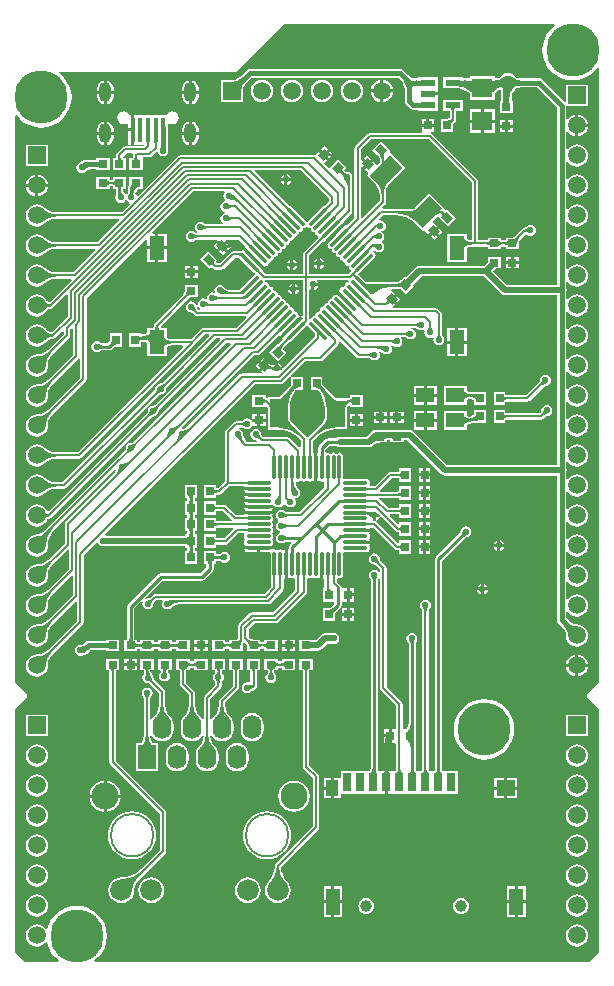
<source format=gtl>
%FSLAX25Y25*%
%MOIN*%
G70*
G01*
G75*
G04 Layer_Physical_Order=1*
G04 Layer_Color=255*
%ADD10C,0.00700*%
%ADD11C,0.01000*%
%ADD12C,0.01700*%
%ADD13C,0.01500*%
%ADD14C,0.02000*%
%ADD15R,0.05906X0.09055*%
%ADD16R,0.05906X0.09449*%
%ADD17O,0.01181X0.08268*%
%ADD18O,0.08268X0.01181*%
%ADD19R,0.05000X0.08000*%
%ADD20R,0.03000X0.02500*%
%ADD21R,0.02500X0.03000*%
%ADD22R,0.06000X0.04921*%
G04:AMPARAMS|DCode=23|XSize=25mil|YSize=30mil|CornerRadius=0mil|HoleSize=0mil|Usage=FLASHONLY|Rotation=225.000|XOffset=0mil|YOffset=0mil|HoleType=Round|Shape=Rectangle|*
%AMROTATEDRECTD23*
4,1,4,-0.00177,0.01945,0.01945,-0.00177,0.00177,-0.01945,-0.01945,0.00177,-0.00177,0.01945,0.0*
%
%ADD23ROTATEDRECTD23*%

G04:AMPARAMS|DCode=24|XSize=25mil|YSize=30mil|CornerRadius=0mil|HoleSize=0mil|Usage=FLASHONLY|Rotation=315.000|XOffset=0mil|YOffset=0mil|HoleType=Round|Shape=Rectangle|*
%AMROTATEDRECTD24*
4,1,4,-0.01945,-0.00177,0.00177,0.01945,0.01945,0.00177,-0.00177,-0.01945,-0.01945,-0.00177,0.0*
%
%ADD24ROTATEDRECTD24*%

%ADD25R,0.07087X0.06299*%
%ADD26R,0.05118X0.02165*%
G04:AMPARAMS|DCode=27|XSize=11.81mil|YSize=82.68mil|CornerRadius=0mil|HoleSize=0mil|Usage=FLASHONLY|Rotation=225.000|XOffset=0mil|YOffset=0mil|HoleType=Round|Shape=Round|*
%AMOVALD27*
21,1,0.07087,0.01181,0.00000,0.00000,315.0*
1,1,0.01181,-0.02506,0.02506*
1,1,0.01181,0.02506,-0.02506*
%
%ADD27OVALD27*%

G04:AMPARAMS|DCode=28|XSize=11.81mil|YSize=82.68mil|CornerRadius=0mil|HoleSize=0mil|Usage=FLASHONLY|Rotation=315.000|XOffset=0mil|YOffset=0mil|HoleType=Round|Shape=Round|*
%AMOVALD28*
21,1,0.07087,0.01181,0.00000,0.00000,45.0*
1,1,0.01181,-0.02506,-0.02506*
1,1,0.01181,0.02506,0.02506*
%
%ADD28OVALD28*%

%ADD29R,0.04331X0.05512*%
%ADD30R,0.02756X0.06299*%
%ADD31R,0.04724X0.08661*%
%ADD32R,0.06299X0.05512*%
%ADD33R,0.01575X0.08465*%
G04:AMPARAMS|DCode=34|XSize=59.06mil|YSize=94.49mil|CornerRadius=0mil|HoleSize=0mil|Usage=FLASHONLY|Rotation=315.000|XOffset=0mil|YOffset=0mil|HoleType=Round|Shape=Rectangle|*
%AMROTATEDRECTD34*
4,1,4,-0.05429,-0.01253,0.01253,0.05429,0.05429,0.01253,-0.01253,-0.05429,-0.05429,-0.01253,0.0*
%
%ADD34ROTATEDRECTD34*%

G04:AMPARAMS|DCode=35|XSize=59.06mil|YSize=90.55mil|CornerRadius=0mil|HoleSize=0mil|Usage=FLASHONLY|Rotation=315.000|XOffset=0mil|YOffset=0mil|HoleType=Round|Shape=Rectangle|*
%AMROTATEDRECTD35*
4,1,4,-0.05289,-0.01114,0.01114,0.05289,0.05289,0.01114,-0.01114,-0.05289,-0.05289,-0.01114,0.0*
%
%ADD35ROTATEDRECTD35*%

%ADD36C,0.00500*%
%ADD37C,0.05906*%
%ADD38R,0.05906X0.05906*%
%ADD39R,0.05906X0.05906*%
%ADD40O,0.06200X0.08000*%
%ADD41C,0.09000*%
%ADD42C,0.07200*%
%ADD43R,0.06200X0.08000*%
%ADD44O,0.03937X0.06693*%
%ADD45C,0.17716*%
%ADD46C,0.02200*%
%ADD47C,0.05000*%
%ADD48C,0.03937*%
G36*
X82671Y313279D02*
X81436Y312265D01*
X80179Y310733D01*
X79245Y308986D01*
X78670Y307090D01*
X78476Y305118D01*
X78670Y303146D01*
X79245Y301250D01*
X80179Y299503D01*
X81436Y297971D01*
X82968Y296714D01*
X84715Y295780D01*
X86611Y295205D01*
X88583Y295011D01*
X90554Y295205D01*
X92450Y295780D01*
X94198Y296714D01*
X95729Y297971D01*
X96731Y299192D01*
X97202Y299023D01*
Y94432D01*
X93635Y90865D01*
X93370Y90468D01*
X93277Y90000D01*
X93370Y89532D01*
X93635Y89135D01*
X97202Y85568D01*
Y4444D01*
X93981Y1223D01*
X-70677D01*
X-70845Y1694D01*
X-69625Y2696D01*
X-68368Y4227D01*
X-67434Y5975D01*
X-66859Y7871D01*
X-66665Y9843D01*
X-66859Y11814D01*
X-67434Y13710D01*
X-68368Y15458D01*
X-69625Y16989D01*
X-71157Y18246D01*
X-72904Y19180D01*
X-74800Y19755D01*
X-76772Y19950D01*
X-78743Y19755D01*
X-80639Y19180D01*
X-82387Y18246D01*
X-83918Y16989D01*
X-85175Y15458D01*
X-86109Y13710D01*
X-86555Y12241D01*
X-87047Y12152D01*
X-87395Y12605D01*
X-88158Y13191D01*
X-89046Y13559D01*
X-90000Y13684D01*
X-90954Y13559D01*
X-91842Y13191D01*
X-92605Y12605D01*
X-93191Y11842D01*
X-93559Y10954D01*
X-93684Y10000D01*
X-93559Y9046D01*
X-93191Y8158D01*
X-92605Y7395D01*
X-91842Y6809D01*
X-90954Y6441D01*
X-90000Y6316D01*
X-89046Y6441D01*
X-88158Y6809D01*
X-87395Y7395D01*
X-87115Y7759D01*
X-86623Y7670D01*
X-86109Y5975D01*
X-85175Y4227D01*
X-83918Y2696D01*
X-82698Y1694D01*
X-82866Y1223D01*
X-93981D01*
X-97202Y4444D01*
Y85568D01*
X-93635Y89135D01*
X-93370Y89532D01*
X-93277Y90000D01*
X-93370Y90468D01*
X-93635Y90865D01*
X-97202Y94432D01*
Y283275D01*
X-96731Y283444D01*
X-95729Y282223D01*
X-94198Y280966D01*
X-92450Y280032D01*
X-90554Y279457D01*
X-88583Y279263D01*
X-86611Y279457D01*
X-84715Y280032D01*
X-82968Y280966D01*
X-81436Y282223D01*
X-80179Y283755D01*
X-79245Y285502D01*
X-78670Y287398D01*
X-78476Y289370D01*
X-78670Y291342D01*
X-79245Y293238D01*
X-80179Y294985D01*
X-81436Y296517D01*
X-82968Y297774D01*
X-82914Y297989D01*
X-23733D01*
X-23265Y298082D01*
X-22868Y298347D01*
X-7466Y313750D01*
X82503D01*
X82671Y313279D01*
D02*
G37*
%LPC*%
G36*
X15650Y125700D02*
X14200D01*
Y124000D01*
X15650D01*
Y125700D01*
D02*
G37*
G36*
X59000Y127236D02*
Y126000D01*
X60236D01*
X60196Y126202D01*
X59798Y126798D01*
X59202Y127196D01*
X59000Y127236D01*
D02*
G37*
G36*
X58000D02*
X57798Y127196D01*
X57202Y126798D01*
X56804Y126202D01*
X56764Y126000D01*
X58000D01*
Y127236D01*
D02*
G37*
G36*
X60236Y125000D02*
X59000D01*
Y123764D01*
X59202Y123804D01*
X59798Y124202D01*
X60196Y124798D01*
X60236Y125000D01*
D02*
G37*
G36*
X15650Y119200D02*
X14200D01*
Y117500D01*
X15650D01*
Y119200D01*
D02*
G37*
G36*
Y123000D02*
X14200D01*
Y121300D01*
X15650D01*
Y123000D01*
D02*
G37*
G36*
X58000Y125000D02*
X56764D01*
X56804Y124798D01*
X57202Y124202D01*
X57798Y123804D01*
X58000Y123764D01*
Y125000D01*
D02*
G37*
G36*
X63500Y139500D02*
X62264D01*
X62304Y139298D01*
X62702Y138702D01*
X63298Y138304D01*
X63500Y138264D01*
Y139500D01*
D02*
G37*
G36*
X65736D02*
X64500D01*
Y138264D01*
X64702Y138304D01*
X65298Y138702D01*
X65696Y139298D01*
X65736Y139500D01*
D02*
G37*
G36*
X38700Y141700D02*
X37250D01*
Y140000D01*
X38700D01*
Y141700D01*
D02*
G37*
G36*
X-16642Y138673D02*
X-20901D01*
X-20901Y138670D01*
X-20616Y138243D01*
X-20189Y137958D01*
X-19685Y137857D01*
X-16642D01*
Y138673D01*
D02*
G37*
G36*
X-11308Y139045D02*
X-11382Y138673D01*
X-15642D01*
Y137857D01*
X-12598D01*
X-12471Y137883D01*
X-12117Y137529D01*
X-12143Y137402D01*
Y130315D01*
X-12042Y129811D01*
X-11897Y129594D01*
Y126117D01*
X-14143Y123871D01*
X-50700D01*
X-51110Y123789D01*
X-51457Y123557D01*
X-52477Y122537D01*
X-52480Y122540D01*
X-52488Y122548D01*
X-52723Y122391D01*
X-53000Y122336D01*
Y122335D01*
X-53637Y122208D01*
X-53873Y122650D01*
X-48246Y128277D01*
X-35000D01*
X-34532Y128370D01*
X-34135Y128635D01*
X-31435Y131335D01*
X-31170Y131732D01*
X-31076Y132200D01*
Y133800D01*
X-30350D01*
Y134776D01*
X-28949D01*
Y134766D01*
X-28799Y134704D01*
X-28798Y134702D01*
X-28202Y134304D01*
X-27500Y134165D01*
X-26798Y134304D01*
X-26202Y134702D01*
X-25804Y135298D01*
X-25665Y136000D01*
X-25804Y136702D01*
X-26202Y137298D01*
X-26798Y137696D01*
X-27500Y137835D01*
X-28202Y137696D01*
X-28798Y137298D01*
X-28799Y137295D01*
X-28949Y137234D01*
Y137223D01*
X-30350D01*
Y138200D01*
X-34250D01*
Y133800D01*
X-33523D01*
Y132707D01*
X-35507Y130724D01*
X-48753D01*
X-49221Y130630D01*
X-49618Y130365D01*
X-59665Y120318D01*
X-59930Y119921D01*
X-60023Y119453D01*
Y108650D01*
X-61000D01*
Y104750D01*
X-56600D01*
Y105476D01*
X-55500D01*
Y104750D01*
X-51100D01*
Y105476D01*
X-49500D01*
Y104750D01*
X-45100D01*
Y105476D01*
X-43500D01*
Y104750D01*
X-39100D01*
Y108650D01*
X-43500D01*
Y107923D01*
X-45100D01*
Y108650D01*
X-49500D01*
Y107923D01*
X-51100D01*
Y108650D01*
X-55500D01*
Y107923D01*
X-56600D01*
Y108650D01*
X-57577D01*
Y118946D01*
X-55150Y121373D01*
X-54708Y121137D01*
X-54835Y120500D01*
X-54696Y119798D01*
X-54298Y119202D01*
X-53702Y118804D01*
X-53000Y118665D01*
X-52298Y118804D01*
X-51702Y119202D01*
X-51304Y119798D01*
X-51165Y120500D01*
X-51164D01*
X-51109Y120777D01*
X-50952Y121012D01*
X-50963Y121023D01*
X-50257Y121729D01*
X-48374D01*
X-48138Y121289D01*
X-48196Y121202D01*
X-48335Y120500D01*
X-48196Y119798D01*
X-47798Y119202D01*
X-47202Y118804D01*
X-46500Y118665D01*
X-45798Y118804D01*
X-45202Y119202D01*
X-45172Y119248D01*
X-44425Y119821D01*
X-43504Y120203D01*
X-42541Y120329D01*
X-13120D01*
X-12710Y120411D01*
X-12363Y120643D01*
X-12363Y120643D01*
X-12363Y120643D01*
X-8101Y124905D01*
X-7869Y125252D01*
X-7788Y125662D01*
X-7788Y125662D01*
X-7788Y125662D01*
Y125662D01*
Y128888D01*
X-7393Y129099D01*
X-7390Y129099D01*
Y133857D01*
Y138618D01*
X-7393Y138617D01*
X-7820Y138332D01*
X-7928D01*
X-8355Y138617D01*
X-8858Y138717D01*
X-9362Y138617D01*
X-9789Y138332D01*
X-9896D01*
X-10323Y138617D01*
X-10827Y138717D01*
X-10954Y138692D01*
X-11308Y139045D01*
D02*
G37*
G36*
X38700Y139000D02*
X37250D01*
Y137300D01*
X38700D01*
Y139000D01*
D02*
G37*
G36*
X41150D02*
X39700D01*
Y137300D01*
X41150D01*
Y139000D01*
D02*
G37*
G36*
X-33100Y106200D02*
X-34800D01*
Y104750D01*
X-33100D01*
Y106200D01*
D02*
G37*
G36*
X-6633D02*
X-8333D01*
Y104750D01*
X-6633D01*
Y106200D01*
D02*
G37*
G36*
X-3933D02*
X-5633D01*
Y104750D01*
X-3933D01*
Y106200D01*
D02*
G37*
G36*
X-35800D02*
X-37500D01*
Y104750D01*
X-35800D01*
Y106200D01*
D02*
G37*
G36*
X-59300Y102250D02*
X-61000D01*
Y100800D01*
X-59300D01*
Y102250D01*
D02*
G37*
G36*
X-56600D02*
X-58300D01*
Y100800D01*
X-56600D01*
Y102250D01*
D02*
G37*
G36*
X-3933D02*
X-8333D01*
Y101423D01*
X-8556Y101379D01*
Y101371D01*
X-9544D01*
Y101378D01*
Y101379D01*
X-9767Y101423D01*
Y102250D01*
X-14167D01*
Y98350D01*
X-13090D01*
X-13046Y98127D01*
X-13046Y98127D01*
X-13046D01*
Y97896D01*
X-13050Y97891D01*
X-13050D01*
X-13115Y97569D01*
X-13295Y97300D01*
X-13298Y97298D01*
X-13696Y96702D01*
X-13835Y96000D01*
X-13696Y95298D01*
X-13298Y94702D01*
X-12702Y94304D01*
X-12000Y94165D01*
X-11298Y94304D01*
X-10702Y94702D01*
X-10304Y95298D01*
X-10165Y96000D01*
X-10304Y96702D01*
X-10702Y97298D01*
X-10750Y97329D01*
X-10896Y97682D01*
Y97852D01*
X-10891Y97891D01*
X-10891D01*
Y98124D01*
X-10888Y98127D01*
X-10888D01*
X-10843Y98350D01*
X-9767D01*
Y99177D01*
X-9544Y99221D01*
Y99222D01*
Y99229D01*
X-8556D01*
Y99222D01*
Y99221D01*
X-8333Y99177D01*
Y98350D01*
X-3933D01*
Y102250D01*
D02*
G37*
G36*
X-62600Y108650D02*
X-67000D01*
Y108280D01*
X-72800D01*
X-73405Y108160D01*
X-73918Y107817D01*
X-74513Y107222D01*
X-74947Y106932D01*
X-75467Y106829D01*
X-75500Y106835D01*
X-76202Y106696D01*
X-76798Y106298D01*
X-77196Y105702D01*
X-77335Y105000D01*
X-77196Y104298D01*
X-76798Y103702D01*
X-76202Y103304D01*
X-75500Y103165D01*
X-74798Y103304D01*
X-74625Y103420D01*
X-74500D01*
X-73895Y103540D01*
X-73383Y103883D01*
X-72297Y104968D01*
X-72242Y105010D01*
X-72249Y105016D01*
X-72249Y105016D01*
X-72145Y105120D01*
X-67000D01*
Y104750D01*
X-62600D01*
Y108650D01*
D02*
G37*
G36*
X9000Y110835D02*
X8487Y110733D01*
X6000D01*
X5337Y110601D01*
X4774Y110226D01*
X2982Y108433D01*
X1900D01*
Y108650D01*
X-2500D01*
Y104750D01*
X1900D01*
Y104967D01*
X3700D01*
X4363Y105099D01*
X4926Y105474D01*
X6718Y107267D01*
X8487D01*
X9000Y107165D01*
X9702Y107304D01*
X10298Y107702D01*
X10696Y108298D01*
X10835Y109000D01*
X10696Y109702D01*
X10298Y110298D01*
X9702Y110696D01*
X9000Y110835D01*
D02*
G37*
G36*
X13200Y116500D02*
X11750D01*
Y114800D01*
X13200D01*
Y116500D01*
D02*
G37*
G36*
X15650D02*
X14200D01*
Y114800D01*
X15650D01*
Y116500D01*
D02*
G37*
G36*
X-3933Y108650D02*
X-5633D01*
Y107200D01*
X-3933D01*
Y108650D01*
D02*
G37*
G36*
X-35800D02*
X-37500D01*
Y107200D01*
X-35800D01*
Y108650D01*
D02*
G37*
G36*
X-33100D02*
X-34800D01*
Y107200D01*
X-33100D01*
Y108650D01*
D02*
G37*
G36*
X-6633D02*
X-8333D01*
Y107200D01*
X-6633D01*
Y108650D01*
D02*
G37*
G36*
X38700Y163000D02*
X37250D01*
Y161300D01*
X38700D01*
Y163000D01*
D02*
G37*
G36*
X41150D02*
X39700D01*
Y161300D01*
X41150D01*
Y163000D01*
D02*
G37*
G36*
X38700Y165700D02*
X37250D01*
Y164000D01*
X38700D01*
Y165700D01*
D02*
G37*
G36*
X41150Y159700D02*
X39700D01*
Y158000D01*
X41150D01*
Y159700D01*
D02*
G37*
G36*
X38700Y157000D02*
X37250D01*
Y155300D01*
X38700D01*
Y157000D01*
D02*
G37*
G36*
X41150D02*
X39700D01*
Y155300D01*
X41150D01*
Y157000D01*
D02*
G37*
G36*
X38700Y159700D02*
X37250D01*
Y158000D01*
X38700D01*
Y159700D01*
D02*
G37*
G36*
X16000Y181300D02*
X14300D01*
Y179850D01*
X16000D01*
Y181300D01*
D02*
G37*
G36*
X18700D02*
X17000D01*
Y179850D01*
X18700D01*
Y181300D01*
D02*
G37*
G36*
X24000Y182200D02*
X22300D01*
Y180750D01*
X24000D01*
Y182200D01*
D02*
G37*
G36*
X-13800Y181300D02*
X-15500D01*
Y179850D01*
X-13800D01*
Y181300D01*
D02*
G37*
G36*
X41150Y165700D02*
X39700D01*
Y164000D01*
X41150D01*
Y165700D01*
D02*
G37*
G36*
X39000Y181250D02*
X35800D01*
Y178589D01*
X39000D01*
Y181250D01*
D02*
G37*
G36*
X43200D02*
X40000D01*
Y178589D01*
X43200D01*
Y181250D01*
D02*
G37*
G36*
X41150Y153700D02*
X39700D01*
Y152000D01*
X41150D01*
Y153700D01*
D02*
G37*
G36*
X38700Y145000D02*
X37250D01*
Y143300D01*
X38700D01*
Y145000D01*
D02*
G37*
G36*
X41150D02*
X39700D01*
Y143300D01*
X41150D01*
Y145000D01*
D02*
G37*
G36*
X38700Y147700D02*
X37250D01*
Y146000D01*
X38700D01*
Y147700D01*
D02*
G37*
G36*
X53000Y146335D02*
X52298Y146196D01*
X51702Y145798D01*
X51304Y145202D01*
X51165Y144500D01*
X51165Y144497D01*
X51103Y144348D01*
X51111Y144341D01*
X51111Y144341D01*
X42964Y136194D01*
X42699Y135797D01*
X42606Y135329D01*
Y64973D01*
X42596D01*
X42588Y64931D01*
X41930D01*
X41930Y64931D01*
Y64931D01*
X41751Y64931D01*
X41664D01*
X41576D01*
X41398Y64931D01*
X41398Y64931D01*
Y64931D01*
X40652D01*
X40576Y65312D01*
X40579Y65335D01*
X40569D01*
Y118186D01*
X40584D01*
X40640Y118465D01*
X40798Y118702D01*
X40798Y118702D01*
X41196Y119298D01*
X41335Y120000D01*
X41196Y120702D01*
X40798Y121298D01*
X40202Y121696D01*
X39500Y121835D01*
X38798Y121696D01*
X38202Y121298D01*
X37804Y120702D01*
X37665Y120000D01*
X37804Y119298D01*
X38202Y118702D01*
X38202Y118702D01*
X38357Y118468D01*
X38412Y118193D01*
X38417D01*
X38424Y118186D01*
Y118186D01*
X38428Y118186D01*
Y65335D01*
X38418D01*
X38421Y65312D01*
X38345Y64931D01*
X37599D01*
X37599Y64931D01*
Y64931D01*
X37420Y64931D01*
X37333D01*
X37246D01*
X37067Y64931D01*
X37067Y64931D01*
Y64931D01*
X36409D01*
X36401Y64973D01*
X36391D01*
Y72103D01*
X36398D01*
X36391Y72175D01*
Y74517D01*
X36401D01*
X36391Y74594D01*
Y78405D01*
X36401Y78483D01*
X36391D01*
Y80825D01*
X36398Y80897D01*
X36391D01*
Y107147D01*
X36395D01*
X36391Y107179D01*
Y107842D01*
X36696Y108298D01*
X36835Y109000D01*
X36696Y109702D01*
X36298Y110298D01*
X35702Y110696D01*
X35000Y110835D01*
X34298Y110696D01*
X33702Y110298D01*
X33304Y109702D01*
X33165Y109000D01*
X33304Y108298D01*
X33702Y107702D01*
X33703Y107702D01*
X33873Y107448D01*
X33933Y107147D01*
X33944D01*
Y80845D01*
X33818Y79888D01*
X33429Y78948D01*
X33239Y78700D01*
X32261D01*
X32261Y78700D01*
Y78700D01*
X32250Y78700D01*
X31907Y79043D01*
Y87163D01*
X31907Y87163D01*
X31826Y87573D01*
X31594Y87920D01*
X31594Y87920D01*
X26571Y92943D01*
Y132500D01*
X26489Y132910D01*
X26257Y133257D01*
X24537Y134977D01*
X24548Y134988D01*
X24391Y135223D01*
X24336Y135500D01*
X24335D01*
X24196Y136202D01*
X23798Y136798D01*
X23202Y137196D01*
X22500Y137335D01*
X21798Y137196D01*
X21202Y136798D01*
X20804Y136202D01*
X20665Y135500D01*
X20804Y134798D01*
X21202Y134202D01*
X21798Y133804D01*
X22500Y133665D01*
Y133664D01*
X22777Y133609D01*
X23012Y133452D01*
X23020Y133460D01*
X23023Y133463D01*
X24429Y132056D01*
Y131213D01*
X23951Y131068D01*
X23798Y131298D01*
X23202Y131696D01*
X22500Y131835D01*
X21798Y131696D01*
X21202Y131298D01*
X20804Y130702D01*
X20665Y130000D01*
X20804Y129298D01*
X21202Y128702D01*
X21204Y128701D01*
X21266Y128551D01*
X21276D01*
Y65695D01*
X21135Y64985D01*
X21100Y64931D01*
X20276D01*
X20276Y64931D01*
Y64931D01*
X20098Y64931D01*
X20010D01*
X19923D01*
X19744Y64931D01*
X19744Y64931D01*
Y64931D01*
X15946D01*
X15946Y64931D01*
Y64931D01*
X15767Y64931D01*
X15679D01*
X15592D01*
X15413Y64931D01*
X15413Y64931D01*
Y64931D01*
X11436D01*
Y62569D01*
X11436D01*
X11261D01*
X11083Y62569D01*
X11083Y62569D01*
Y62569D01*
X8896D01*
Y59112D01*
Y55658D01*
X11261D01*
Y57057D01*
X11436Y57232D01*
X11615Y57232D01*
X11615Y57232D01*
Y57232D01*
X15592D01*
Y57232D01*
X15767D01*
X15946Y57232D01*
X15946Y57232D01*
Y57232D01*
X19923D01*
Y57232D01*
X20098D01*
X20276Y57232D01*
X20276Y57232D01*
Y57232D01*
X24253D01*
Y57232D01*
X24428D01*
X24607Y57232D01*
X24607Y57232D01*
Y57232D01*
X26006D01*
Y61081D01*
Y64931D01*
X24607D01*
X24607Y64931D01*
Y64931D01*
X24428Y64931D01*
X24341D01*
X24253D01*
X24077Y64931D01*
X23723Y65285D01*
Y65645D01*
X23738Y65756D01*
X23723D01*
Y128551D01*
X23734D01*
X23796Y128701D01*
X23798Y128702D01*
X23951Y128932D01*
X24429Y128787D01*
Y92500D01*
X24511Y92090D01*
X24743Y91743D01*
X29766Y86720D01*
Y78716D01*
X29750Y78700D01*
X29413Y78700D01*
X29413Y78700D01*
Y78700D01*
X28300D01*
Y76499D01*
Y74300D01*
X29413D01*
X29766Y73946D01*
Y65335D01*
X29757D01*
X29759Y65312D01*
X29684Y64931D01*
X28938D01*
X28938Y64931D01*
Y64931D01*
X28759Y64931D01*
X28672D01*
X28584D01*
X28405Y64931D01*
X28405Y64931D01*
Y64931D01*
X27006D01*
Y61081D01*
Y57232D01*
X28584D01*
Y57232D01*
X28759D01*
X28938Y57232D01*
X28938Y57232D01*
Y57232D01*
X32915D01*
Y57232D01*
X33090D01*
X33268Y57232D01*
X33268Y57232D01*
Y57232D01*
X37246D01*
Y57232D01*
X37420D01*
X37599Y57232D01*
X37599Y57232D01*
Y57232D01*
X41576D01*
Y57232D01*
X41751D01*
X41930Y57232D01*
X41930Y57232D01*
Y57232D01*
X45907D01*
X45907Y57232D01*
Y57232D01*
X45907D01*
X46082D01*
X46261Y57232D01*
X46261Y57232D01*
Y57232D01*
X50238D01*
Y64931D01*
X46261D01*
X46261Y64931D01*
Y64931D01*
X46082Y64931D01*
X45994D01*
X45907D01*
X45728Y64931D01*
X45728Y64931D01*
Y64931D01*
X45070D01*
X45062Y64973D01*
X45053D01*
Y134822D01*
X52841Y142611D01*
X52841Y142611D01*
X52848Y142603D01*
X52997Y142665D01*
X53000Y142665D01*
X53702Y142804D01*
X54298Y143202D01*
X54696Y143798D01*
X54835Y144500D01*
X54696Y145202D01*
X54298Y145798D01*
X53702Y146196D01*
X53000Y146335D01*
D02*
G37*
G36*
X41150Y141700D02*
X39700D01*
Y140000D01*
X41150D01*
Y141700D01*
D02*
G37*
G36*
X63500Y141736D02*
X63298Y141696D01*
X62702Y141298D01*
X62304Y140702D01*
X62264Y140500D01*
X63500D01*
Y141736D01*
D02*
G37*
G36*
X64500D02*
Y140500D01*
X65736D01*
X65696Y140702D01*
X65298Y141298D01*
X64702Y141696D01*
X64500Y141736D01*
D02*
G37*
G36*
X41150Y151000D02*
X39700D01*
Y149300D01*
X41150D01*
Y151000D01*
D02*
G37*
G36*
X-11382Y152453D02*
X-20901D01*
X-20901Y152449D01*
X-20616Y152022D01*
Y151915D01*
X-20901Y151488D01*
X-20901Y151484D01*
X-11382D01*
X-11383Y151488D01*
X-11668Y151915D01*
Y152022D01*
X-11383Y152449D01*
X-11382Y152453D01*
D02*
G37*
G36*
X38700Y153700D02*
X37250D01*
Y152000D01*
X38700D01*
Y153700D01*
D02*
G37*
G36*
Y151000D02*
X37250D01*
Y149300D01*
X38700D01*
Y151000D01*
D02*
G37*
G36*
X41150Y147700D02*
X39700D01*
Y146000D01*
X41150D01*
Y147700D01*
D02*
G37*
G36*
X-30350Y154700D02*
X-34250D01*
Y150300D01*
X-30350D01*
Y151377D01*
X-30127Y151421D01*
Y151422D01*
Y151429D01*
X-27944D01*
X-25094Y148580D01*
X-25285Y148118D01*
X-30013D01*
X-30013Y148126D01*
X-30013D01*
Y148126D01*
X-30350Y148151D01*
Y149200D01*
X-34250D01*
Y144800D01*
X-30350D01*
Y145904D01*
X-30013Y145971D01*
Y145977D01*
X-24691D01*
X-24499Y145515D01*
X-27569Y142446D01*
X-29825D01*
Y142446D01*
X-30350Y142550D01*
Y143700D01*
X-34250D01*
Y139300D01*
X-30350D01*
Y140304D01*
X-29908D01*
X-29825Y140294D01*
Y140304D01*
X-27125D01*
X-26715Y140386D01*
X-26368Y140618D01*
X-26368Y140618D01*
X-26368Y140618D01*
X-22978Y144008D01*
X-21112D01*
X-20901Y143614D01*
X-21001Y143110D01*
X-20901Y142607D01*
X-20616Y142180D01*
Y142072D01*
X-20901Y141645D01*
X-21001Y141142D01*
X-20901Y140638D01*
X-20616Y140211D01*
Y140104D01*
X-20901Y139677D01*
X-20901Y139673D01*
X-11382D01*
X-11383Y139677D01*
X-11668Y140104D01*
Y140211D01*
X-11383Y140638D01*
X-11283Y141142D01*
X-11383Y141645D01*
X-11668Y142072D01*
Y142180D01*
X-11383Y142607D01*
X-11283Y143110D01*
X-11383Y143614D01*
X-11668Y144041D01*
Y144148D01*
X-11383Y144575D01*
X-11283Y145079D01*
X-11383Y145582D01*
X-11668Y146009D01*
Y146117D01*
X-11383Y146544D01*
X-11283Y147047D01*
X-11383Y147551D01*
X-11668Y147978D01*
Y148085D01*
X-11383Y148512D01*
X-11283Y149016D01*
X-11383Y149519D01*
X-11668Y149946D01*
Y150054D01*
X-11383Y150481D01*
X-11382Y150484D01*
X-20901D01*
X-20901Y150481D01*
X-21112Y150086D01*
X-23572D01*
X-26743Y153257D01*
X-27090Y153489D01*
X-27500Y153571D01*
X-30127D01*
Y153578D01*
Y153579D01*
X-30350Y153623D01*
Y154700D01*
D02*
G37*
G36*
X24236Y149500D02*
X23000D01*
Y148264D01*
X23202Y148304D01*
X23798Y148702D01*
X24196Y149298D01*
X24236Y149500D01*
D02*
G37*
G36*
X-58302Y51469D02*
X-59876Y51314D01*
X-61389Y50855D01*
X-62784Y50109D01*
X-64007Y49106D01*
X-65011Y47883D01*
X-65756Y46488D01*
X-66215Y44974D01*
X-66370Y43400D01*
X-66215Y41826D01*
X-65756Y40312D01*
X-65011Y38917D01*
X-64007Y37694D01*
X-62784Y36691D01*
X-61389Y35945D01*
X-59876Y35486D01*
X-58302Y35331D01*
X-56727Y35486D01*
X-55214Y35945D01*
X-53819Y36691D01*
X-52596Y37694D01*
X-51593Y38917D01*
X-50847Y40312D01*
X-50388Y41826D01*
X-50233Y43400D01*
X-50388Y44974D01*
X-50847Y46488D01*
X-51593Y47883D01*
X-52596Y49106D01*
X-53819Y50109D01*
X-55214Y50855D01*
X-56727Y51314D01*
X-58302Y51469D01*
D02*
G37*
G36*
X-13302D02*
X-14876Y51314D01*
X-16389Y50855D01*
X-17784Y50109D01*
X-19007Y49106D01*
X-20011Y47883D01*
X-20756Y46488D01*
X-21215Y44974D01*
X-21370Y43400D01*
X-21215Y41826D01*
X-20756Y40312D01*
X-20011Y38917D01*
X-19007Y37694D01*
X-17784Y36691D01*
X-16389Y35945D01*
X-14876Y35486D01*
X-13302Y35331D01*
X-11727Y35486D01*
X-10214Y35945D01*
X-8819Y36691D01*
X-7596Y37694D01*
X-6593Y38917D01*
X-5847Y40312D01*
X-5388Y41826D01*
X-5233Y43400D01*
X-5388Y44974D01*
X-5847Y46488D01*
X-6593Y47883D01*
X-7596Y49106D01*
X-8819Y50109D01*
X-10214Y50855D01*
X-11727Y51314D01*
X-13302Y51469D01*
D02*
G37*
G36*
X-90000Y43684D02*
X-90954Y43559D01*
X-91842Y43191D01*
X-92605Y42605D01*
X-93191Y41842D01*
X-93559Y40954D01*
X-93684Y40000D01*
X-93559Y39046D01*
X-93191Y38158D01*
X-92605Y37395D01*
X-91842Y36809D01*
X-90954Y36441D01*
X-90000Y36316D01*
X-89046Y36441D01*
X-88158Y36809D01*
X-87395Y37395D01*
X-86809Y38158D01*
X-86441Y39046D01*
X-86316Y40000D01*
X-86441Y40954D01*
X-86809Y41842D01*
X-87395Y42605D01*
X-88158Y43191D01*
X-89046Y43559D01*
X-90000Y43684D01*
D02*
G37*
G36*
X-62600Y102250D02*
X-67000D01*
Y98350D01*
X-65923D01*
X-65879Y98127D01*
X-65871D01*
Y67800D01*
X-65871Y67800D01*
X-65871D01*
X-65789Y67390D01*
X-65557Y67043D01*
X-49071Y50556D01*
Y38443D01*
X-55412Y32102D01*
X-55412Y32102D01*
Y32102D01*
X-55517Y31997D01*
X-56787Y30955D01*
X-58367Y30110D01*
X-60081Y29590D01*
X-61729Y29428D01*
X-61865Y29446D01*
X-62987Y29298D01*
X-64033Y28865D01*
X-64931Y28176D01*
X-65621Y27277D01*
X-66054Y26231D01*
X-66202Y25109D01*
X-66054Y23986D01*
X-65621Y22940D01*
X-64931Y22042D01*
X-64033Y21353D01*
X-62987Y20919D01*
X-61865Y20772D01*
X-60742Y20919D01*
X-59696Y21353D01*
X-58798Y22042D01*
X-58109Y22940D01*
X-57675Y23986D01*
X-57528Y25109D01*
X-57540Y25204D01*
X-57401Y26256D01*
X-56958Y27326D01*
X-56338Y28134D01*
X-56276Y28186D01*
X-56288Y28198D01*
X-55277Y29209D01*
X-55075Y29375D01*
X-55093Y29393D01*
X-54026Y30461D01*
X-53888Y30578D01*
X-53898Y30588D01*
X-47243Y37243D01*
X-47011Y37590D01*
X-46929Y38000D01*
Y51000D01*
X-46929Y51000D01*
X-47011Y51410D01*
X-47243Y51757D01*
X-63729Y68243D01*
Y98127D01*
X-63721D01*
X-63677Y98350D01*
X-62600D01*
Y102250D01*
D02*
G37*
G36*
X72876Y26349D02*
X70313D01*
Y21818D01*
X72876D01*
Y26349D01*
D02*
G37*
G36*
X-90000Y33684D02*
X-90954Y33559D01*
X-91842Y33191D01*
X-92605Y32605D01*
X-93191Y31842D01*
X-93559Y30954D01*
X-93684Y30000D01*
X-93559Y29046D01*
X-93191Y28158D01*
X-92605Y27395D01*
X-91842Y26809D01*
X-90954Y26441D01*
X-90000Y26316D01*
X-89046Y26441D01*
X-88158Y26809D01*
X-87395Y27395D01*
X-86809Y28158D01*
X-86441Y29046D01*
X-86316Y30000D01*
X-86441Y30954D01*
X-86809Y31842D01*
X-87395Y32605D01*
X-88158Y33191D01*
X-89046Y33559D01*
X-90000Y33684D01*
D02*
G37*
G36*
X90000D02*
X89046Y33559D01*
X88158Y33191D01*
X87395Y32605D01*
X86809Y31842D01*
X86441Y30954D01*
X86316Y30000D01*
X86441Y29046D01*
X86809Y28158D01*
X87395Y27395D01*
X88158Y26809D01*
X89046Y26441D01*
X90000Y26316D01*
X90954Y26441D01*
X91842Y26809D01*
X92605Y27395D01*
X93191Y28158D01*
X93559Y29046D01*
X93684Y30000D01*
X93559Y30954D01*
X93191Y31842D01*
X92605Y32605D01*
X91842Y33191D01*
X90954Y33559D01*
X90000Y33684D01*
D02*
G37*
G36*
X-67778Y55908D02*
X-72457D01*
X-72344Y55050D01*
X-71820Y53786D01*
X-70987Y52699D01*
X-69900Y51866D01*
X-68635Y51342D01*
X-67778Y51229D01*
Y55908D01*
D02*
G37*
G36*
X-62099D02*
X-66778D01*
Y51229D01*
X-65921Y51342D01*
X-64656Y51866D01*
X-63569Y52699D01*
X-62736Y53786D01*
X-62212Y55050D01*
X-62099Y55908D01*
D02*
G37*
G36*
X7896Y58613D02*
X5531D01*
Y55658D01*
X7896D01*
Y58613D01*
D02*
G37*
G36*
X-4286Y61653D02*
X-5643Y61474D01*
X-6908Y60950D01*
X-7994Y60117D01*
X-8828Y59030D01*
X-9352Y57765D01*
X-9531Y56408D01*
X-9352Y55050D01*
X-8828Y53786D01*
X-7994Y52699D01*
X-6908Y51866D01*
X-5643Y51342D01*
X-4286Y51163D01*
X-2928Y51342D01*
X-1663Y51866D01*
X-577Y52699D01*
X256Y53786D01*
X780Y55050D01*
X959Y56408D01*
X780Y57765D01*
X256Y59030D01*
X-577Y60117D01*
X-1663Y60950D01*
X-2928Y61474D01*
X-4286Y61653D01*
D02*
G37*
G36*
X90000Y43684D02*
X89046Y43559D01*
X88158Y43191D01*
X87395Y42605D01*
X86809Y41842D01*
X86441Y40954D01*
X86316Y40000D01*
X86441Y39046D01*
X86809Y38158D01*
X87395Y37395D01*
X88158Y36809D01*
X89046Y36441D01*
X90000Y36316D01*
X90954Y36441D01*
X91842Y36809D01*
X92605Y37395D01*
X93191Y38158D01*
X93559Y39046D01*
X93684Y40000D01*
X93559Y40954D01*
X93191Y41842D01*
X92605Y42605D01*
X91842Y43191D01*
X90954Y43559D01*
X90000Y43684D01*
D02*
G37*
G36*
X-90000Y53684D02*
X-90954Y53559D01*
X-91842Y53191D01*
X-92605Y52605D01*
X-93191Y51842D01*
X-93559Y50954D01*
X-93684Y50000D01*
X-93559Y49046D01*
X-93191Y48158D01*
X-92605Y47395D01*
X-91842Y46809D01*
X-90954Y46441D01*
X-90000Y46316D01*
X-89046Y46441D01*
X-88158Y46809D01*
X-87395Y47395D01*
X-86809Y48158D01*
X-86441Y49046D01*
X-86316Y50000D01*
X-86441Y50954D01*
X-86809Y51842D01*
X-87395Y52605D01*
X-88158Y53191D01*
X-89046Y53559D01*
X-90000Y53684D01*
D02*
G37*
G36*
X90000D02*
X89046Y53559D01*
X88158Y53191D01*
X87395Y52605D01*
X86809Y51842D01*
X86441Y50954D01*
X86316Y50000D01*
X86441Y49046D01*
X86809Y48158D01*
X87395Y47395D01*
X88158Y46809D01*
X89046Y46441D01*
X90000Y46316D01*
X90954Y46441D01*
X91842Y46809D01*
X92605Y47395D01*
X93191Y48158D01*
X93559Y49046D01*
X93684Y50000D01*
X93559Y50954D01*
X93191Y51842D01*
X92605Y52605D01*
X91842Y53191D01*
X90954Y53559D01*
X90000Y53684D01*
D02*
G37*
G36*
X69313Y26349D02*
X66751D01*
Y21818D01*
X69313D01*
Y26349D01*
D02*
G37*
G36*
X72876Y20818D02*
X70313D01*
Y16287D01*
X72876D01*
Y20818D01*
D02*
G37*
G36*
X-90000Y23684D02*
X-90954Y23559D01*
X-91842Y23191D01*
X-92605Y22605D01*
X-93191Y21842D01*
X-93559Y20954D01*
X-93684Y20000D01*
X-93559Y19046D01*
X-93191Y18158D01*
X-92605Y17395D01*
X-91842Y16809D01*
X-90954Y16441D01*
X-90000Y16316D01*
X-89046Y16441D01*
X-88158Y16809D01*
X-87395Y17395D01*
X-86809Y18158D01*
X-86441Y19046D01*
X-86316Y20000D01*
X-86441Y20954D01*
X-86809Y21842D01*
X-87395Y22605D01*
X-88158Y23191D01*
X-89046Y23559D01*
X-90000Y23684D01*
D02*
G37*
G36*
X90000D02*
X89046Y23559D01*
X88158Y23191D01*
X87395Y22605D01*
X86809Y21842D01*
X86441Y20954D01*
X86316Y20000D01*
X86441Y19046D01*
X86809Y18158D01*
X87395Y17395D01*
X88158Y16809D01*
X89046Y16441D01*
X90000Y16316D01*
X90954Y16441D01*
X91842Y16809D01*
X92605Y17395D01*
X93191Y18158D01*
X93559Y19046D01*
X93684Y20000D01*
X93559Y20954D01*
X93191Y21842D01*
X92605Y22605D01*
X91842Y23191D01*
X90954Y23559D01*
X90000Y23684D01*
D02*
G37*
G36*
X69313Y20818D02*
X66751D01*
Y16287D01*
X69313D01*
Y20818D01*
D02*
G37*
G36*
X90000Y13684D02*
X89046Y13559D01*
X88158Y13191D01*
X87395Y12605D01*
X86809Y11842D01*
X86441Y10954D01*
X86316Y10000D01*
X86441Y9046D01*
X86809Y8158D01*
X87395Y7395D01*
X88158Y6809D01*
X89046Y6441D01*
X90000Y6316D01*
X90954Y6441D01*
X91842Y6809D01*
X92605Y7395D01*
X93191Y8158D01*
X93559Y9046D01*
X93684Y10000D01*
X93559Y10954D01*
X93191Y11842D01*
X92605Y12605D01*
X91842Y13191D01*
X90954Y13559D01*
X90000Y13684D01*
D02*
G37*
G36*
X8093Y20818D02*
X5531D01*
Y16287D01*
X8093D01*
Y20818D01*
D02*
G37*
G36*
X11655D02*
X9093D01*
Y16287D01*
X11655D01*
Y20818D01*
D02*
G37*
G36*
X1900Y102250D02*
X-2500D01*
Y98350D01*
X-1423D01*
X-1379Y98127D01*
X-1371D01*
Y71500D01*
Y71200D01*
Y66300D01*
X-1289Y65890D01*
X-1057Y65543D01*
X1929Y62557D01*
Y46444D01*
X-10459Y34055D01*
X-10691Y33708D01*
X-10772Y33298D01*
Y32955D01*
X-10795D01*
X-10782Y32825D01*
X-10899Y31632D01*
X-11285Y30361D01*
X-11911Y29189D01*
X-12700Y28228D01*
X-12768Y28176D01*
X-13458Y27277D01*
X-13891Y26231D01*
X-14039Y25109D01*
X-13891Y23986D01*
X-13458Y22940D01*
X-12768Y22042D01*
X-11870Y21353D01*
X-10824Y20919D01*
X-9702Y20772D01*
X-8579Y20919D01*
X-7533Y21353D01*
X-6635Y22042D01*
X-5945Y22940D01*
X-5512Y23986D01*
X-5364Y25109D01*
X-5512Y26231D01*
X-5945Y27277D01*
X-6635Y28176D01*
X-6703Y28228D01*
X-7492Y29189D01*
X-8118Y30361D01*
X-8504Y31632D01*
X-8621Y32825D01*
X-8617Y32869D01*
X3757Y45243D01*
X3989Y45590D01*
X4071Y46000D01*
X4071Y46000D01*
X4071Y46000D01*
Y46000D01*
Y63000D01*
X3989Y63410D01*
X3757Y63757D01*
X771Y66743D01*
Y71200D01*
Y71500D01*
Y98127D01*
X779D01*
X823Y98350D01*
X1900D01*
Y102250D01*
D02*
G37*
G36*
X8093Y26349D02*
X5531D01*
Y21818D01*
X8093D01*
Y26349D01*
D02*
G37*
G36*
X11655D02*
X9093D01*
Y21818D01*
X11655D01*
Y26349D01*
D02*
G37*
G36*
X-19715Y29446D02*
X-20838Y29298D01*
X-21883Y28865D01*
X-22782Y28176D01*
X-23471Y27277D01*
X-23904Y26231D01*
X-24052Y25109D01*
X-23904Y23986D01*
X-23471Y22940D01*
X-22782Y22042D01*
X-21883Y21353D01*
X-20838Y20919D01*
X-19715Y20772D01*
X-18592Y20919D01*
X-17546Y21353D01*
X-16648Y22042D01*
X-15959Y22940D01*
X-15526Y23986D01*
X-15378Y25109D01*
X-15526Y26231D01*
X-15959Y27277D01*
X-16648Y28176D01*
X-17546Y28865D01*
X-18592Y29298D01*
X-19715Y29446D01*
D02*
G37*
G36*
X19813Y22435D02*
X19117Y22343D01*
X18468Y22074D01*
X17910Y21646D01*
X17482Y21089D01*
X17214Y20440D01*
X17122Y19743D01*
X17214Y19047D01*
X17482Y18397D01*
X17910Y17840D01*
X18468Y17412D01*
X19117Y17143D01*
X19813Y17052D01*
X20510Y17143D01*
X21159Y17412D01*
X21717Y17840D01*
X22144Y18397D01*
X22413Y19047D01*
X22505Y19743D01*
X22413Y20440D01*
X22144Y21089D01*
X21717Y21646D01*
X21159Y22074D01*
X20510Y22343D01*
X19813Y22435D01*
D02*
G37*
G36*
X51310D02*
X50613Y22343D01*
X49964Y22074D01*
X49406Y21646D01*
X48978Y21089D01*
X48710Y20440D01*
X48618Y19743D01*
X48710Y19047D01*
X48978Y18397D01*
X49406Y17840D01*
X49964Y17412D01*
X50613Y17143D01*
X51310Y17052D01*
X52006Y17143D01*
X52655Y17412D01*
X53213Y17840D01*
X53640Y18397D01*
X53909Y19047D01*
X54001Y19743D01*
X53909Y20440D01*
X53640Y21089D01*
X53213Y21646D01*
X52655Y22074D01*
X52006Y22343D01*
X51310Y22435D01*
D02*
G37*
G36*
X-51902Y29446D02*
X-53024Y29298D01*
X-54070Y28865D01*
X-54968Y28176D01*
X-55658Y27277D01*
X-56091Y26231D01*
X-56239Y25109D01*
X-56091Y23986D01*
X-55658Y22940D01*
X-54968Y22042D01*
X-54070Y21353D01*
X-53024Y20919D01*
X-51902Y20772D01*
X-50779Y20919D01*
X-49733Y21353D01*
X-48835Y22042D01*
X-48145Y22940D01*
X-47712Y23986D01*
X-47565Y25109D01*
X-47712Y26231D01*
X-48145Y27277D01*
X-48835Y28176D01*
X-49733Y28865D01*
X-50779Y29298D01*
X-51902Y29446D01*
D02*
G37*
G36*
X-51100Y102250D02*
X-55500D01*
Y98350D01*
X-54423D01*
X-54379Y98127D01*
X-54371D01*
Y97200D01*
X-54404Y97118D01*
X-54696Y96682D01*
X-54835Y95980D01*
X-54696Y95278D01*
X-54298Y94682D01*
X-53702Y94284D01*
X-53000Y94145D01*
Y94144D01*
X-52723Y94089D01*
X-52488Y93932D01*
X-52480Y93940D01*
X-52477Y93943D01*
X-52477Y93942D01*
X-49372Y90838D01*
Y86939D01*
X-49389D01*
X-49374Y86787D01*
X-49544Y85493D01*
X-50102Y84146D01*
X-50919Y83082D01*
X-51012Y83010D01*
X-51621Y82216D01*
X-51741Y81927D01*
X-52231Y82025D01*
Y88991D01*
X-52215D01*
X-52160Y89268D01*
X-52003Y89503D01*
X-52004Y89504D01*
X-51606Y90099D01*
X-51466Y90802D01*
X-51606Y91504D01*
X-52004Y92099D01*
X-52599Y92497D01*
X-53302Y92637D01*
X-54004Y92497D01*
X-54599Y92099D01*
X-54997Y91504D01*
X-55137Y90802D01*
X-54997Y90099D01*
X-54599Y89504D01*
X-54600Y89503D01*
X-54443Y89268D01*
X-54388Y88991D01*
X-54372D01*
Y76939D01*
X-54389D01*
X-54374Y76787D01*
X-54544Y75493D01*
X-55102Y74146D01*
X-55137Y74100D01*
X-57102D01*
Y64700D01*
X-49502D01*
Y74100D01*
X-51466D01*
X-51501Y74146D01*
X-52059Y75493D01*
X-52177Y76388D01*
X-51829Y76748D01*
X-51683Y76733D01*
X-51621Y76584D01*
X-51012Y75790D01*
X-50218Y75181D01*
X-49294Y74798D01*
X-48302Y74667D01*
X-47310Y74798D01*
X-46385Y75181D01*
X-45591Y75790D01*
X-44982Y76584D01*
X-44599Y77508D01*
X-44469Y78500D01*
Y80300D01*
X-44599Y81292D01*
X-44982Y82216D01*
X-45591Y83010D01*
X-45684Y83082D01*
X-46501Y84146D01*
X-47059Y85493D01*
X-47229Y86787D01*
X-47214Y86939D01*
X-47231D01*
Y91281D01*
X-47313Y91691D01*
X-47545Y92039D01*
X-47545Y92039D01*
X-50963Y95457D01*
X-50963Y95457D01*
X-50952Y95468D01*
X-51109Y95703D01*
X-51164Y95980D01*
X-51165D01*
X-51304Y96682D01*
X-51702Y97278D01*
X-51743Y97305D01*
X-52099Y97838D01*
X-52189Y98288D01*
X-52177Y98350D01*
X-51100D01*
Y102250D01*
D02*
G37*
G36*
X-21433D02*
X-25833D01*
Y98350D01*
X-24757D01*
X-24712Y98127D01*
X-24704D01*
Y95000D01*
Y93310D01*
X-29059Y88955D01*
X-29291Y88608D01*
X-29372Y88198D01*
Y86939D01*
X-29389D01*
X-29374Y86787D01*
X-29544Y85493D01*
X-30102Y84146D01*
X-30919Y83082D01*
X-31012Y83010D01*
X-31621Y82216D01*
X-31741Y81927D01*
X-32231Y82025D01*
Y88755D01*
X-28743Y92243D01*
X-28511Y92590D01*
X-28429Y93000D01*
X-28429Y93000D01*
X-28429Y93000D01*
Y93000D01*
Y94189D01*
X-28414D01*
X-28359Y94467D01*
X-28202Y94702D01*
X-28202Y94702D01*
X-27804Y95298D01*
X-27665Y96000D01*
X-27804Y96702D01*
X-28202Y97298D01*
X-28250Y97329D01*
X-28396Y97682D01*
Y97852D01*
X-28391Y97891D01*
X-28391D01*
Y98124D01*
X-28388Y98127D01*
X-28388D01*
X-28343Y98350D01*
X-27267D01*
Y102250D01*
X-31667D01*
Y98350D01*
X-30590D01*
X-30546Y98127D01*
X-30546Y98127D01*
X-30546D01*
Y97896D01*
X-30551Y97891D01*
X-30551D01*
X-30615Y97569D01*
X-30795Y97300D01*
X-30798Y97298D01*
X-31196Y96702D01*
X-31335Y96000D01*
X-31196Y95298D01*
X-30798Y94702D01*
X-30798Y94702D01*
X-30641Y94467D01*
X-30586Y94189D01*
X-30571D01*
Y93443D01*
X-34059Y89955D01*
X-34291Y89608D01*
X-34372Y89198D01*
Y82025D01*
X-34863Y81927D01*
X-34982Y82216D01*
X-35591Y83010D01*
X-35684Y83082D01*
X-36501Y84146D01*
X-37059Y85493D01*
X-37229Y86787D01*
X-37214Y86939D01*
X-37231D01*
Y90802D01*
X-37312Y91211D01*
X-37545Y91559D01*
X-40229Y94243D01*
Y98127D01*
X-40221D01*
X-40177Y98350D01*
X-39100D01*
Y99177D01*
X-38877Y99221D01*
Y99222D01*
Y99229D01*
X-37723D01*
Y99222D01*
Y99221D01*
X-37500Y99177D01*
Y98350D01*
X-33100D01*
Y102250D01*
X-37500D01*
Y101423D01*
X-37723Y101379D01*
Y101371D01*
X-38877D01*
Y101379D01*
X-39100Y101423D01*
Y102250D01*
X-43500D01*
Y98350D01*
X-42423D01*
X-42379Y98127D01*
X-42371D01*
Y93800D01*
X-42371Y93800D01*
X-42371D01*
X-42289Y93390D01*
X-42057Y93043D01*
X-39372Y90358D01*
Y86939D01*
X-39389D01*
X-39374Y86787D01*
X-39544Y85493D01*
X-40102Y84146D01*
X-40919Y83082D01*
X-41012Y83010D01*
X-41621Y82216D01*
X-42004Y81292D01*
X-42134Y80300D01*
Y78500D01*
X-42004Y77508D01*
X-41621Y76584D01*
X-41012Y75790D01*
X-40218Y75181D01*
X-39294Y74798D01*
X-38302Y74667D01*
X-37310Y74798D01*
X-36385Y75181D01*
X-35591Y75790D01*
X-34982Y76584D01*
X-34920Y76733D01*
X-34774Y76748D01*
X-34426Y76388D01*
X-34544Y75493D01*
X-35102Y74146D01*
X-35919Y73081D01*
X-36012Y73010D01*
X-36621Y72216D01*
X-37004Y71292D01*
X-37134Y70300D01*
Y68500D01*
X-37004Y67508D01*
X-36621Y66584D01*
X-36012Y65790D01*
X-35218Y65181D01*
X-34294Y64798D01*
X-33302Y64667D01*
X-32310Y64798D01*
X-31385Y65181D01*
X-30591Y65790D01*
X-29982Y66584D01*
X-29599Y67508D01*
X-29469Y68500D01*
Y70300D01*
X-29599Y71292D01*
X-29982Y72216D01*
X-30591Y73010D01*
X-30684Y73081D01*
X-31501Y74146D01*
X-32059Y75493D01*
X-32177Y76388D01*
X-31829Y76748D01*
X-31683Y76733D01*
X-31621Y76584D01*
X-31012Y75790D01*
X-30218Y75181D01*
X-29294Y74798D01*
X-28302Y74667D01*
X-27310Y74798D01*
X-26385Y75181D01*
X-25591Y75790D01*
X-24982Y76584D01*
X-24599Y77508D01*
X-24469Y78500D01*
Y80300D01*
X-24599Y81292D01*
X-24982Y82216D01*
X-25591Y83010D01*
X-25684Y83082D01*
X-26501Y84146D01*
X-27059Y85493D01*
X-27229Y86787D01*
X-27214Y86939D01*
X-27231D01*
Y87755D01*
X-22876Y92110D01*
X-22876Y92110D01*
X-22644Y92457D01*
X-22563Y92867D01*
Y98127D01*
X-22554D01*
X-22510Y98350D01*
X-21433D01*
Y102250D01*
D02*
G37*
G36*
X-15600D02*
X-20000D01*
Y98350D01*
X-18923D01*
X-18879Y98127D01*
X-18871D01*
Y94776D01*
X-19171Y94326D01*
X-19257Y94256D01*
X-19925Y94389D01*
X-20628Y94249D01*
X-21223Y93851D01*
X-21621Y93256D01*
X-21760Y92553D01*
X-21621Y91851D01*
X-21223Y91255D01*
X-20628Y90858D01*
X-19925Y90718D01*
X-19223Y90858D01*
X-18628Y91255D01*
X-18519Y91418D01*
X-18345Y91453D01*
X-18195Y91553D01*
X-18137Y91564D01*
X-17790Y91796D01*
X-17707Y91878D01*
X-17610Y91944D01*
X-17626Y91960D01*
X-17626Y91960D01*
X-17134Y92452D01*
X-17025Y92525D01*
X-17043Y92543D01*
X-17043Y92543D01*
X-16811Y92890D01*
X-16729Y93300D01*
Y98127D01*
X-16721D01*
X-16677Y98350D01*
X-15600D01*
Y102250D01*
D02*
G37*
G36*
X27300Y78700D02*
X25850D01*
Y77000D01*
X27300D01*
Y78700D01*
D02*
G37*
G36*
X-18302Y84133D02*
X-19294Y84002D01*
X-20218Y83619D01*
X-21012Y83010D01*
X-21621Y82216D01*
X-22004Y81292D01*
X-22134Y80300D01*
Y78500D01*
X-22004Y77508D01*
X-21621Y76584D01*
X-21012Y75790D01*
X-20218Y75181D01*
X-19294Y74798D01*
X-18302Y74667D01*
X-17310Y74798D01*
X-16385Y75181D01*
X-15591Y75790D01*
X-14982Y76584D01*
X-14599Y77508D01*
X-14469Y78500D01*
Y80300D01*
X-14599Y81292D01*
X-14982Y82216D01*
X-15591Y83010D01*
X-16385Y83619D01*
X-17310Y84002D01*
X-18302Y84133D01*
D02*
G37*
G36*
X-86347Y83653D02*
X-93653D01*
Y76347D01*
X-86347D01*
Y83653D01*
D02*
G37*
G36*
X93653D02*
X86347D01*
Y76347D01*
X93653D01*
Y83653D01*
D02*
G37*
G36*
X-56600Y99800D02*
X-58300D01*
Y98350D01*
X-56600D01*
Y99800D01*
D02*
G37*
G36*
X89500Y103618D02*
X89046Y103559D01*
X88158Y103191D01*
X87395Y102605D01*
X86809Y101842D01*
X86441Y100954D01*
X86382Y100500D01*
X89500D01*
Y103618D01*
D02*
G37*
G36*
X90500D02*
Y100500D01*
X93618D01*
X93559Y100954D01*
X93191Y101842D01*
X92605Y102605D01*
X91842Y103191D01*
X90954Y103559D01*
X90500Y103618D01*
D02*
G37*
G36*
X-59300Y99800D02*
X-61000D01*
Y98350D01*
X-59300D01*
Y99800D01*
D02*
G37*
G36*
X-45100Y102250D02*
X-49500D01*
Y98350D01*
X-48944D01*
X-48709Y97909D01*
X-48771Y97816D01*
X-48798Y97798D01*
X-49196Y97202D01*
X-49335Y96500D01*
X-49196Y95798D01*
X-48798Y95202D01*
X-48202Y94804D01*
X-47500Y94665D01*
X-46798Y94804D01*
X-46202Y95202D01*
X-45804Y95798D01*
X-45665Y96500D01*
X-45804Y97202D01*
X-46202Y97798D01*
X-46194Y97807D01*
X-46198Y97817D01*
X-46202Y97828D01*
X-46202Y97828D01*
X-46221Y97847D01*
Y98127D01*
X-46221D01*
X-46221Y98127D01*
X-46177Y98350D01*
X-45100D01*
Y102250D01*
D02*
G37*
G36*
X89500Y99500D02*
X86382D01*
X86441Y99046D01*
X86809Y98158D01*
X87395Y97395D01*
X88158Y96809D01*
X89046Y96441D01*
X89500Y96382D01*
Y99500D01*
D02*
G37*
G36*
X93618D02*
X90500D01*
Y96382D01*
X90954Y96441D01*
X91842Y96809D01*
X92605Y97395D01*
X93191Y98158D01*
X93559Y99046D01*
X93618Y99500D01*
D02*
G37*
G36*
X27300Y76000D02*
X25850D01*
Y74300D01*
X27300D01*
Y76000D01*
D02*
G37*
G36*
X-67778Y61587D02*
X-68635Y61474D01*
X-69900Y60950D01*
X-70987Y60117D01*
X-71820Y59030D01*
X-72344Y57765D01*
X-72457Y56908D01*
X-67778D01*
Y61587D01*
D02*
G37*
G36*
X-66778D02*
Y56908D01*
X-62099D01*
X-62212Y57765D01*
X-62736Y59030D01*
X-63569Y60117D01*
X-64656Y60950D01*
X-65921Y61474D01*
X-66778Y61587D01*
D02*
G37*
G36*
X7896Y62569D02*
X5531D01*
Y59613D01*
X7896D01*
Y62569D01*
D02*
G37*
G36*
X90000Y63684D02*
X89046Y63559D01*
X88158Y63191D01*
X87395Y62605D01*
X86809Y61842D01*
X86441Y60954D01*
X86316Y60000D01*
X86441Y59046D01*
X86809Y58158D01*
X87395Y57395D01*
X88158Y56809D01*
X89046Y56441D01*
X90000Y56316D01*
X90954Y56441D01*
X91842Y56809D01*
X92605Y57395D01*
X93191Y58158D01*
X93559Y59046D01*
X93684Y60000D01*
X93559Y60954D01*
X93191Y61842D01*
X92605Y62605D01*
X91842Y63191D01*
X90954Y63559D01*
X90000Y63684D01*
D02*
G37*
G36*
X65770Y58613D02*
X62420D01*
Y55658D01*
X65770D01*
Y58613D01*
D02*
G37*
G36*
X70120D02*
X66770D01*
Y55658D01*
X70120D01*
Y58613D01*
D02*
G37*
G36*
X-90000Y63684D02*
X-90954Y63559D01*
X-91842Y63191D01*
X-92605Y62605D01*
X-93191Y61842D01*
X-93559Y60954D01*
X-93684Y60000D01*
X-93559Y59046D01*
X-93191Y58158D01*
X-92605Y57395D01*
X-91842Y56809D01*
X-90954Y56441D01*
X-90000Y56316D01*
X-89046Y56441D01*
X-88158Y56809D01*
X-87395Y57395D01*
X-86809Y58158D01*
X-86441Y59046D01*
X-86316Y60000D01*
X-86441Y60954D01*
X-86809Y61842D01*
X-87395Y62605D01*
X-88158Y63191D01*
X-89046Y63559D01*
X-90000Y63684D01*
D02*
G37*
G36*
Y73684D02*
X-90954Y73559D01*
X-91842Y73191D01*
X-92605Y72605D01*
X-93191Y71842D01*
X-93559Y70954D01*
X-93684Y70000D01*
X-93559Y69046D01*
X-93191Y68158D01*
X-92605Y67395D01*
X-91842Y66809D01*
X-90954Y66441D01*
X-90000Y66316D01*
X-89046Y66441D01*
X-88158Y66809D01*
X-87395Y67395D01*
X-86809Y68158D01*
X-86441Y69046D01*
X-86316Y70000D01*
X-86441Y70954D01*
X-86809Y71842D01*
X-87395Y72605D01*
X-88158Y73191D01*
X-89046Y73559D01*
X-90000Y73684D01*
D02*
G37*
G36*
X90000D02*
X89046Y73559D01*
X88158Y73191D01*
X87395Y72605D01*
X86809Y71842D01*
X86441Y70954D01*
X86316Y70000D01*
X86441Y69046D01*
X86809Y68158D01*
X87395Y67395D01*
X88158Y66809D01*
X89046Y66441D01*
X90000Y66316D01*
X90954Y66441D01*
X91842Y66809D01*
X92605Y67395D01*
X93191Y68158D01*
X93559Y69046D01*
X93684Y70000D01*
X93559Y70954D01*
X93191Y71842D01*
X92605Y72605D01*
X91842Y73191D01*
X90954Y73559D01*
X90000Y73684D01*
D02*
G37*
G36*
X59055Y88847D02*
X57083Y88653D01*
X55187Y88078D01*
X53440Y87144D01*
X51908Y85887D01*
X50652Y84355D01*
X49718Y82608D01*
X49142Y80712D01*
X48948Y78740D01*
X49142Y76768D01*
X49718Y74872D01*
X50652Y73125D01*
X51908Y71593D01*
X53440Y70337D01*
X55187Y69403D01*
X57083Y68827D01*
X59055Y68633D01*
X61027Y68827D01*
X62923Y69403D01*
X64670Y70337D01*
X66202Y71593D01*
X67459Y73125D01*
X68393Y74872D01*
X68968Y76768D01*
X69162Y78740D01*
X68968Y80712D01*
X68393Y82608D01*
X67459Y84355D01*
X66202Y85887D01*
X64670Y87144D01*
X62923Y88078D01*
X61027Y88653D01*
X59055Y88847D01*
D02*
G37*
G36*
X-23302Y74133D02*
X-24294Y74002D01*
X-25218Y73619D01*
X-26012Y73010D01*
X-26621Y72216D01*
X-27004Y71292D01*
X-27134Y70300D01*
Y68500D01*
X-27004Y67508D01*
X-26621Y66584D01*
X-26012Y65790D01*
X-25218Y65181D01*
X-24294Y64798D01*
X-23302Y64667D01*
X-22310Y64798D01*
X-21385Y65181D01*
X-20591Y65790D01*
X-19982Y66584D01*
X-19599Y67508D01*
X-19469Y68500D01*
Y70300D01*
X-19599Y71292D01*
X-19982Y72216D01*
X-20591Y73010D01*
X-21385Y73619D01*
X-22310Y74002D01*
X-23302Y74133D01*
D02*
G37*
G36*
X65770Y62569D02*
X62420D01*
Y59613D01*
X65770D01*
Y62569D01*
D02*
G37*
G36*
X70120D02*
X66770D01*
Y59613D01*
X70120D01*
Y62569D01*
D02*
G37*
G36*
X-43302Y74133D02*
X-44294Y74002D01*
X-45218Y73619D01*
X-46012Y73010D01*
X-46621Y72216D01*
X-47004Y71292D01*
X-47134Y70300D01*
Y68500D01*
X-47004Y67508D01*
X-46621Y66584D01*
X-46012Y65790D01*
X-45218Y65181D01*
X-44294Y64798D01*
X-43302Y64667D01*
X-42310Y64798D01*
X-41385Y65181D01*
X-40591Y65790D01*
X-39982Y66584D01*
X-39599Y67508D01*
X-39469Y68500D01*
Y70300D01*
X-39599Y71292D01*
X-39982Y72216D01*
X-40591Y73010D01*
X-41385Y73619D01*
X-42310Y74002D01*
X-43302Y74133D01*
D02*
G37*
G36*
X26700Y182200D02*
X25000D01*
Y180750D01*
X26700D01*
Y182200D01*
D02*
G37*
G36*
X-58618Y278059D02*
X-59605D01*
Y273627D01*
X-58618D01*
Y278059D01*
D02*
G37*
G36*
X93618Y279500D02*
X90500D01*
Y276382D01*
X90954Y276441D01*
X91842Y276809D01*
X92605Y277395D01*
X93191Y278158D01*
X93559Y279046D01*
X93618Y279500D01*
D02*
G37*
G36*
X58000Y280976D02*
X54257D01*
Y277627D01*
X58000D01*
Y280976D01*
D02*
G37*
G36*
X-64482Y276839D02*
X-66673D01*
Y273335D01*
X-66477Y273361D01*
X-65828Y273630D01*
X-65270Y274057D01*
X-64842Y274615D01*
X-64573Y275264D01*
X-64482Y275961D01*
Y276839D01*
D02*
G37*
G36*
X-39327D02*
X-41518D01*
Y275961D01*
X-41427Y275264D01*
X-41158Y274615D01*
X-40730Y274057D01*
X-40172Y273630D01*
X-39523Y273361D01*
X-39327Y273335D01*
Y276839D01*
D02*
G37*
G36*
X-36135D02*
X-38327D01*
Y273335D01*
X-38130Y273361D01*
X-37481Y273630D01*
X-36924Y274057D01*
X-36496Y274615D01*
X-36227Y275264D01*
X-36135Y275961D01*
Y276839D01*
D02*
G37*
G36*
X62743Y280976D02*
X59000D01*
Y277627D01*
X62743D01*
Y280976D01*
D02*
G37*
G36*
X-38327Y281342D02*
Y277839D01*
X-36135D01*
Y278716D01*
X-36227Y279413D01*
X-36496Y280062D01*
X-36924Y280620D01*
X-37481Y281048D01*
X-38130Y281316D01*
X-38327Y281342D01*
D02*
G37*
G36*
X66000Y279300D02*
X64300D01*
Y277850D01*
X66000D01*
Y279300D01*
D02*
G37*
G36*
X68700D02*
X67000D01*
Y277850D01*
X68700D01*
Y279300D01*
D02*
G37*
G36*
X-67673Y281342D02*
X-67870Y281316D01*
X-68519Y281048D01*
X-69076Y280620D01*
X-69504Y280062D01*
X-69773Y279413D01*
X-69865Y278716D01*
Y277839D01*
X-67673D01*
Y281342D01*
D02*
G37*
G36*
X-66673D02*
Y277839D01*
X-64482D01*
Y278716D01*
X-64573Y279413D01*
X-64842Y280062D01*
X-65270Y280620D01*
X-65828Y281048D01*
X-66477Y281316D01*
X-66673Y281342D01*
D02*
G37*
G36*
X-39327D02*
X-39523Y281316D01*
X-40172Y281048D01*
X-40730Y280620D01*
X-41158Y280062D01*
X-41427Y279413D01*
X-41518Y278716D01*
Y277839D01*
X-39327D01*
Y281342D01*
D02*
G37*
G36*
X-67673Y276839D02*
X-69865D01*
Y275961D01*
X-69773Y275264D01*
X-69504Y274615D01*
X-69076Y274057D01*
X-68519Y273630D01*
X-67870Y273361D01*
X-67673Y273335D01*
Y276839D01*
D02*
G37*
G36*
X43970Y245763D02*
X42944Y244737D01*
X44146Y243535D01*
X45172Y244561D01*
X43970Y245763D01*
D02*
G37*
G36*
X-90500Y259500D02*
X-93618D01*
X-93559Y259046D01*
X-93191Y258158D01*
X-92605Y257395D01*
X-91842Y256809D01*
X-90954Y256441D01*
X-90500Y256382D01*
Y259500D01*
D02*
G37*
G36*
X-86382D02*
X-89500D01*
Y256382D01*
X-89046Y256441D01*
X-88158Y256809D01*
X-87395Y257395D01*
X-86809Y258158D01*
X-86441Y259046D01*
X-86382Y259500D01*
D02*
G37*
G36*
X-30146Y240965D02*
X-31172Y239939D01*
X-29970Y238737D01*
X-28944Y239763D01*
X-30146Y240965D01*
D02*
G37*
G36*
X-46800Y243948D02*
X-49500D01*
Y239748D01*
X-46800D01*
Y243948D01*
D02*
G37*
G36*
X42237Y244030D02*
X41212Y243005D01*
X42414Y241803D01*
X43439Y242828D01*
X42237Y244030D01*
D02*
G37*
G36*
X-90500Y263618D02*
X-90954Y263559D01*
X-91842Y263191D01*
X-92605Y262605D01*
X-93191Y261842D01*
X-93559Y260954D01*
X-93618Y260500D01*
X-90500D01*
Y263618D01*
D02*
G37*
G36*
X-65800Y269150D02*
X-70200D01*
Y268580D01*
X-71982D01*
Y268598D01*
X-72116Y268580D01*
X-74000D01*
X-74605Y268460D01*
X-75117Y268117D01*
X-75499Y267736D01*
X-75702Y267696D01*
X-76298Y267298D01*
X-76696Y266702D01*
X-76835Y266000D01*
X-76696Y265298D01*
X-76298Y264702D01*
X-75702Y264304D01*
X-75000Y264165D01*
X-74298Y264304D01*
X-73702Y264702D01*
X-73656Y264772D01*
X-72926Y265260D01*
X-72122Y265420D01*
X-70200D01*
Y265250D01*
X-65800D01*
Y269150D01*
D02*
G37*
G36*
X7647Y271465D02*
X6444Y270263D01*
X7470Y269237D01*
X8672Y270440D01*
X7647Y271465D01*
D02*
G37*
G36*
X5914Y273197D02*
X4712Y271995D01*
X5737Y270970D01*
X6939Y272172D01*
X5914Y273197D01*
D02*
G37*
G36*
X-89500Y263618D02*
Y260500D01*
X-86382D01*
X-86441Y260954D01*
X-86809Y261842D01*
X-87395Y262605D01*
X-88158Y263191D01*
X-89046Y263559D01*
X-89500Y263618D01*
D02*
G37*
G36*
X-86347Y273653D02*
X-93653D01*
Y266347D01*
X-86347D01*
Y273653D01*
D02*
G37*
G36*
X20061Y270172D02*
X19035Y269146D01*
X20237Y267944D01*
X21263Y268970D01*
X20061Y270172D01*
D02*
G37*
G36*
X-61071Y284710D02*
X-61903Y284544D01*
X-62608Y284073D01*
X-63080Y283368D01*
X-63245Y282535D01*
X-63080Y281703D01*
X-62608Y280998D01*
X-61903Y280526D01*
X-61071Y280361D01*
X-60239Y280526D01*
X-60046Y280655D01*
X-59605Y280419D01*
Y279059D01*
X-58618D01*
Y283491D01*
X-59145D01*
X-59533Y284073D01*
X-60239Y284544D01*
X-61071Y284710D01*
D02*
G37*
G36*
X15000Y295184D02*
X14046Y295059D01*
X13158Y294691D01*
X12395Y294105D01*
X11809Y293342D01*
X11441Y292454D01*
X11316Y291500D01*
X11441Y290546D01*
X11809Y289658D01*
X12395Y288895D01*
X13158Y288309D01*
X14046Y287941D01*
X15000Y287816D01*
X15954Y287941D01*
X16842Y288309D01*
X17605Y288895D01*
X18191Y289658D01*
X18559Y290546D01*
X18684Y291500D01*
X18559Y292454D01*
X18191Y293342D01*
X17605Y294105D01*
X16842Y294691D01*
X15954Y295059D01*
X15000Y295184D01*
D02*
G37*
G36*
X24500Y291000D02*
X21382D01*
X21441Y290546D01*
X21809Y289658D01*
X22395Y288895D01*
X23158Y288309D01*
X24046Y287941D01*
X24500Y287882D01*
Y291000D01*
D02*
G37*
G36*
X28618D02*
X25500D01*
Y287882D01*
X25954Y287941D01*
X26842Y288309D01*
X27605Y288895D01*
X28191Y289658D01*
X28559Y290546D01*
X28618Y291000D01*
D02*
G37*
G36*
X-15000Y295184D02*
X-15954Y295059D01*
X-16842Y294691D01*
X-17605Y294105D01*
X-18191Y293342D01*
X-18559Y292454D01*
X-18684Y291500D01*
X-18559Y290546D01*
X-18191Y289658D01*
X-17605Y288895D01*
X-16842Y288309D01*
X-15954Y287941D01*
X-15000Y287816D01*
X-14046Y287941D01*
X-13158Y288309D01*
X-12395Y288895D01*
X-11809Y289658D01*
X-11441Y290546D01*
X-11316Y291500D01*
X-11441Y292454D01*
X-11809Y293342D01*
X-12395Y294105D01*
X-13158Y294691D01*
X-14046Y295059D01*
X-15000Y295184D01*
D02*
G37*
G36*
X-5000D02*
X-5954Y295059D01*
X-6842Y294691D01*
X-7605Y294105D01*
X-8191Y293342D01*
X-8559Y292454D01*
X-8684Y291500D01*
X-8559Y290546D01*
X-8191Y289658D01*
X-7605Y288895D01*
X-6842Y288309D01*
X-5954Y287941D01*
X-5000Y287816D01*
X-4046Y287941D01*
X-3158Y288309D01*
X-2395Y288895D01*
X-1809Y289658D01*
X-1441Y290546D01*
X-1316Y291500D01*
X-1441Y292454D01*
X-1809Y293342D01*
X-2395Y294105D01*
X-3158Y294691D01*
X-4046Y295059D01*
X-5000Y295184D01*
D02*
G37*
G36*
X5000D02*
X4046Y295059D01*
X3158Y294691D01*
X2395Y294105D01*
X1809Y293342D01*
X1441Y292454D01*
X1316Y291500D01*
X1441Y290546D01*
X1809Y289658D01*
X2395Y288895D01*
X3158Y288309D01*
X4046Y287941D01*
X5000Y287816D01*
X5954Y287941D01*
X6842Y288309D01*
X7605Y288895D01*
X8191Y289658D01*
X8559Y290546D01*
X8684Y291500D01*
X8559Y292454D01*
X8191Y293342D01*
X7605Y294105D01*
X6842Y294691D01*
X5954Y295059D01*
X5000Y295184D01*
D02*
G37*
G36*
X-67673Y295004D02*
X-67870Y294978D01*
X-68519Y294709D01*
X-69076Y294281D01*
X-69504Y293724D01*
X-69773Y293075D01*
X-69865Y292378D01*
Y291500D01*
X-67673D01*
Y295004D01*
D02*
G37*
G36*
X24500Y295118D02*
X24046Y295059D01*
X23158Y294691D01*
X22395Y294105D01*
X21809Y293342D01*
X21441Y292454D01*
X21382Y292000D01*
X24500D01*
Y295118D01*
D02*
G37*
G36*
X25500D02*
Y292000D01*
X28618D01*
X28559Y292454D01*
X28191Y293342D01*
X27605Y294105D01*
X26842Y294691D01*
X25954Y295059D01*
X25500Y295118D01*
D02*
G37*
G36*
X67000Y297468D02*
X66165Y297358D01*
X65386Y297035D01*
X64751Y296548D01*
X64716Y296524D01*
X64718Y296522D01*
X64673Y296464D01*
X63946Y295978D01*
X63153Y295820D01*
X63149D01*
X63017Y295838D01*
D01*
X63017D01*
X62743Y296111D01*
Y296350D01*
X54257D01*
Y295820D01*
X52734D01*
X52622Y295831D01*
Y295820D01*
X51896D01*
Y296023D01*
X45378D01*
Y292458D01*
X50607D01*
X52182Y291980D01*
X53783Y291124D01*
X54257Y290735D01*
Y288650D01*
X62743D01*
Y290983D01*
X63509Y291612D01*
X64338Y292055D01*
X64767Y291797D01*
Y289419D01*
X64766Y289412D01*
X64767D01*
Y288150D01*
X64300D01*
Y284250D01*
X68700D01*
Y288150D01*
X68233D01*
Y289519D01*
X68342Y290346D01*
X68703Y291216D01*
X69255Y291937D01*
X69284Y291956D01*
X69286Y291954D01*
X69329Y292018D01*
X70053Y292502D01*
X70847Y292660D01*
X70851D01*
X70983Y292642D01*
Y292660D01*
X76605D01*
X83320Y285945D01*
Y226933D01*
X66718D01*
X62151Y231500D01*
X63001Y232350D01*
X64700D01*
Y236250D01*
X60300D01*
Y234551D01*
X58982Y233233D01*
X37500D01*
X36837Y233101D01*
X36274Y232726D01*
X32916Y229367D01*
X32586Y229697D01*
X31291Y228402D01*
X31190Y228335D01*
X31188Y228338D01*
X30803Y228080D01*
X30349Y227990D01*
Y227986D01*
X27893D01*
Y228011D01*
X27638Y227986D01*
X25479D01*
Y228000D01*
X25343Y227986D01*
X23065D01*
Y228008D01*
X22901Y227986D01*
X20651D01*
Y227987D01*
X20645Y227986D01*
X19686D01*
X17494Y230178D01*
X17068Y230463D01*
X17494Y230822D01*
Y230822D01*
X17495D01*
X17495Y230822D01*
X17495Y230822D01*
X17495Y230822D01*
X22505Y235833D01*
X22791Y236260D01*
X22891Y236764D01*
X22791Y237267D01*
X22505Y237694D01*
X22079Y237979D01*
X22048Y238080D01*
X22366Y238466D01*
X22537Y238449D01*
X22702Y238202D01*
X23298Y237804D01*
X24000Y237665D01*
X24702Y237804D01*
X25298Y238202D01*
X25696Y238798D01*
X25835Y239500D01*
X25696Y240202D01*
X25298Y240798D01*
X24702Y241196D01*
X25298Y241702D01*
D01*
D01*
X25298Y241702D01*
X25298Y241702D01*
X25298Y241702D01*
X25298Y241702D01*
D01*
X25696Y242298D01*
X25835Y243000D01*
X25696Y243702D01*
X25298Y244298D01*
X24702Y244696D01*
X25202Y244804D01*
X25202D01*
X25798Y245202D01*
X26196Y245798D01*
X26335Y246500D01*
X26196Y247202D01*
X25798Y247798D01*
X25202Y248196D01*
X24500Y248335D01*
X24192Y248274D01*
X23930Y248700D01*
X24077Y248887D01*
X25260Y250071D01*
X29775D01*
X31394Y249911D01*
X33087Y249397D01*
X34648Y248563D01*
X36006Y247449D01*
X36007Y247430D01*
Y247430D01*
X36094Y247372D01*
X38604Y244862D01*
X38980Y245237D01*
X39303Y244914D01*
X39303D01*
X40505Y243712D01*
X41883Y245090D01*
D01*
X41884Y245091D01*
X41884Y245092D01*
D01*
X43263Y246470D01*
X42061Y247672D01*
X42061Y247672D01*
X41987Y247745D01*
Y248245D01*
X43341Y249599D01*
X43429Y249657D01*
X43430Y249656D01*
X43539Y249728D01*
X43828Y249440D01*
Y249440D01*
X46940Y246328D01*
X49697Y249086D01*
X46586Y252197D01*
X46320Y251931D01*
X45997Y252255D01*
X45997Y252255D01*
X45997Y252255D01*
X40831Y257420D01*
X36094Y252683D01*
X36007Y252625D01*
X36005Y252627D01*
X35548Y252321D01*
X35009Y252214D01*
Y252212D01*
X34791D01*
X34702Y252220D01*
Y252212D01*
X33184D01*
X33012Y252229D01*
Y252212D01*
X31577D01*
X31322Y252237D01*
Y252212D01*
X29808D01*
X29632Y252225D01*
Y252212D01*
X25271D01*
X25080Y252674D01*
X26020Y253614D01*
X26020Y253614D01*
X26252Y253961D01*
X26333Y254371D01*
Y256719D01*
X26351D01*
X26333Y256897D01*
Y257582D01*
X26482Y258711D01*
X26948Y259837D01*
X27684Y260796D01*
X27698Y260797D01*
X27698D01*
X27757Y260884D01*
X32772Y265899D01*
X27606Y271065D01*
X27606D01*
Y271065D01*
Y271495D01*
X27697Y271586D01*
X24586Y274697D01*
X21828Y271939D01*
X23487Y270280D01*
X23546Y270193D01*
X23546Y270193D01*
X23563Y270191D01*
Y270191D01*
X24036Y269482D01*
X24192Y268699D01*
Y267652D01*
X23386Y266846D01*
X23172Y267060D01*
X23172Y267060D01*
X23172Y267060D01*
X21970Y268263D01*
X20592Y266884D01*
D01*
X20591Y266884D01*
X20590Y266883D01*
D01*
X19212Y265505D01*
X20414Y264303D01*
X20414Y264303D01*
Y264303D01*
Y263873D01*
X19935Y263394D01*
X22444Y260884D01*
X22503Y260797D01*
X22503Y260797D01*
X22529Y260795D01*
Y260795D01*
X23437Y259612D01*
X24015Y258217D01*
X24192Y256871D01*
Y254814D01*
X18432Y249055D01*
X17971Y249246D01*
Y266093D01*
X18432Y266284D01*
X18505Y266212D01*
X19530Y267237D01*
X18328Y268440D01*
X18432Y268544D01*
X17971Y268735D01*
Y271957D01*
X21443Y275429D01*
X40556D01*
X54929Y261057D01*
Y242192D01*
X54554Y241862D01*
X54196Y241910D01*
X53200Y242322D01*
Y243948D01*
X46800D01*
Y234548D01*
X53200D01*
Y239147D01*
X54049Y239499D01*
X55041Y239629D01*
X55201D01*
X55307Y239619D01*
Y239629D01*
X60077D01*
Y239622D01*
Y239621D01*
X60300Y239577D01*
Y238750D01*
X64700D01*
Y239577D01*
X64923Y239621D01*
Y239622D01*
Y239629D01*
X66077D01*
Y239622D01*
Y239621D01*
X66300Y239577D01*
Y238750D01*
X70700D01*
Y240597D01*
X70721Y240700D01*
X70721D01*
X70718Y240703D01*
X70847Y241354D01*
X71208Y241894D01*
X72642Y243328D01*
X73202Y243702D01*
X73798Y243304D01*
X74500Y243165D01*
X75202Y243304D01*
X75798Y243702D01*
X76196Y244298D01*
X76335Y245000D01*
X76196Y245702D01*
X75798Y246298D01*
X75202Y246696D01*
X74500Y246835D01*
X73798Y246696D01*
X73202Y246298D01*
X73156Y246228D01*
X73155Y246228D01*
X73155D01*
X72803Y246072D01*
X72800Y246072D01*
Y246071D01*
D01*
X72800Y246071D01*
X72800Y246071D01*
X72800D01*
X72390Y245989D01*
X72043Y245757D01*
X69706Y243420D01*
X69706Y243420D01*
X69697Y243429D01*
X69639Y243353D01*
X69087Y242801D01*
X68758Y242665D01*
X68750Y242671D01*
Y242671D01*
X68647Y242650D01*
X66300D01*
Y241823D01*
X66077Y241779D01*
Y241771D01*
X64923D01*
Y241778D01*
Y241779D01*
X64700Y241823D01*
Y242650D01*
X60300D01*
Y241823D01*
X60077Y241779D01*
Y241771D01*
X57071D01*
Y261500D01*
X56989Y261910D01*
X56757Y262257D01*
X56757Y262257D01*
X41757Y277257D01*
X41410Y277489D01*
X41000Y277571D01*
X41229Y277800D01*
X42250D01*
Y279500D01*
X38350D01*
Y277924D01*
X38350Y277924D01*
X38350D01*
X38350Y277800D01*
X38121Y277571D01*
X21000D01*
X21000Y277571D01*
X20590Y277489D01*
X20243Y277257D01*
X20243Y277257D01*
X16143Y273157D01*
X15911Y272810D01*
X15829Y272400D01*
Y249235D01*
X13475Y246881D01*
X13047Y247011D01*
X13045Y247014D01*
X9680Y243649D01*
D01*
X9680Y243648D01*
X9679Y243648D01*
D01*
X6314Y240283D01*
X6317Y240281D01*
X6820Y240180D01*
D01*
X6897Y240104D01*
X6997Y239601D01*
X7282Y239174D01*
X7709Y238889D01*
X8212Y238789D01*
X8289Y238712D01*
X8389Y238209D01*
X8674Y237782D01*
X9101Y237497D01*
X9604Y237397D01*
X9680Y237320D01*
X9781Y236817D01*
X10066Y236390D01*
X10493Y236105D01*
X10996Y236005D01*
X11073Y235929D01*
D01*
X11173Y235425D01*
X11458Y234998D01*
X11885Y234713D01*
X12388Y234613D01*
X12464Y234537D01*
X12564Y234033D01*
X12850Y233606D01*
X13277Y233321D01*
X13780Y233221D01*
X13856Y233145D01*
X13957Y232641D01*
X14242Y232214D01*
X14669Y231929D01*
X14798Y231501D01*
X13864Y230566D01*
X683D01*
Y236629D01*
X5177Y241123D01*
X5605Y240993D01*
X5607Y240990D01*
X8972Y244355D01*
D01*
X8973Y244355D01*
X8973Y244356D01*
D01*
X12338Y247721D01*
X12335Y247723D01*
X12205Y248151D01*
X14857Y250803D01*
X15089Y251150D01*
X15171Y251560D01*
Y258870D01*
X15178D01*
X15171Y258946D01*
Y260560D01*
X15186D01*
X15171Y260674D01*
Y261900D01*
X15171Y261900D01*
X15089Y262310D01*
X15008Y262432D01*
X15073Y262762D01*
X14933Y263464D01*
X14536Y264060D01*
X13940Y264458D01*
X13238Y264597D01*
Y264598D01*
X12961Y264653D01*
X12726Y264810D01*
X12721Y264805D01*
X12562Y264964D01*
X12562Y264964D01*
X12562D01*
X12436Y265153D01*
X13197Y265914D01*
X10440Y268672D01*
X7641Y265873D01*
X7141D01*
X5623Y267391D01*
X6763Y268530D01*
X5384Y269908D01*
D01*
X5384Y269909D01*
X5383Y269910D01*
D01*
X4005Y271288D01*
X2803Y270086D01*
X2803Y270086D01*
X2803D01*
X2766Y270018D01*
X2500Y270071D01*
X-42359D01*
X-42359Y270071D01*
X-42769Y269989D01*
X-43116Y269757D01*
X-56324Y256549D01*
X-56803Y256694D01*
X-56804Y256702D01*
X-57196Y257288D01*
X-56793Y258259D01*
X-56340Y258850D01*
X-54800D01*
Y262750D01*
X-59200D01*
Y260695D01*
X-59449Y260093D01*
X-59520Y259553D01*
X-59571Y259300D01*
Y259171D01*
X-59584Y259070D01*
X-59571D01*
Y257811D01*
X-59586D01*
X-59641Y257533D01*
X-59798Y257298D01*
X-59798Y257298D01*
X-60000Y256995D01*
X-60500D01*
X-60702Y257298D01*
X-60772Y257344D01*
X-61260Y258074D01*
X-61395Y258756D01*
X-61377Y258850D01*
X-60300D01*
Y262750D01*
X-64700D01*
Y261923D01*
X-64923Y261879D01*
Y261878D01*
Y261871D01*
X-65577D01*
Y261878D01*
Y261879D01*
X-65800Y261923D01*
Y262750D01*
X-70200D01*
Y258850D01*
X-65800D01*
Y259677D01*
X-65577Y259721D01*
Y259722D01*
Y259729D01*
X-64923D01*
Y259722D01*
Y259721D01*
X-64700Y259677D01*
Y258850D01*
X-63623D01*
X-63579Y258627D01*
X-63571D01*
Y257328D01*
X-63575D01*
X-63571Y257295D01*
Y256889D01*
X-63696Y256702D01*
X-63835Y256000D01*
X-63696Y255298D01*
X-63298Y254702D01*
X-62702Y254304D01*
X-62000Y254165D01*
X-61298Y254304D01*
X-60702Y254702D01*
X-60500Y255005D01*
X-60000D01*
X-59798Y254702D01*
X-59202Y254304D01*
X-59194Y254303D01*
X-59049Y253824D01*
X-61803Y251071D01*
X-83716D01*
Y251085D01*
X-83848Y251073D01*
X-85070Y251233D01*
X-86331Y251756D01*
X-87334Y252525D01*
X-87395Y252605D01*
X-88158Y253191D01*
X-89046Y253559D01*
X-90000Y253684D01*
X-90954Y253559D01*
X-91842Y253191D01*
X-92605Y252605D01*
X-93191Y251842D01*
X-93559Y250954D01*
X-93684Y250000D01*
X-93559Y249046D01*
X-93191Y248158D01*
X-92605Y247395D01*
X-91842Y246809D01*
X-90954Y246441D01*
X-90000Y246316D01*
X-89046Y246441D01*
X-88158Y246809D01*
X-87395Y247395D01*
X-87334Y247475D01*
X-86331Y248244D01*
X-85070Y248767D01*
X-83848Y248927D01*
X-83716Y248915D01*
Y248929D01*
X-62617D01*
X-62426Y248467D01*
X-69823Y241071D01*
X-83716D01*
Y241086D01*
X-83848Y241073D01*
X-85070Y241233D01*
X-86331Y241756D01*
X-87334Y242525D01*
X-87395Y242605D01*
X-88158Y243191D01*
X-89046Y243559D01*
X-90000Y243684D01*
X-90954Y243559D01*
X-91842Y243191D01*
X-92605Y242605D01*
X-93191Y241842D01*
X-93559Y240954D01*
X-93684Y240000D01*
X-93559Y239046D01*
X-93191Y238158D01*
X-92605Y237395D01*
X-91842Y236809D01*
X-90954Y236441D01*
X-90000Y236316D01*
X-89046Y236441D01*
X-88158Y236809D01*
X-87395Y237395D01*
X-87334Y237475D01*
X-86331Y238244D01*
X-85070Y238767D01*
X-83848Y238927D01*
X-83716Y238914D01*
Y238929D01*
X-70637D01*
X-70446Y238468D01*
X-77843Y231071D01*
X-83716D01*
Y231085D01*
X-83848Y231073D01*
X-85070Y231233D01*
X-86331Y231756D01*
X-87334Y232525D01*
X-87395Y232605D01*
X-88158Y233191D01*
X-89046Y233559D01*
X-90000Y233684D01*
X-90954Y233559D01*
X-91842Y233191D01*
X-92605Y232605D01*
X-93191Y231842D01*
X-93559Y230954D01*
X-93684Y230000D01*
X-93559Y229046D01*
X-93191Y228158D01*
X-92605Y227395D01*
X-91842Y226809D01*
X-90954Y226441D01*
X-90000Y226316D01*
X-89046Y226441D01*
X-88158Y226809D01*
X-87395Y227395D01*
X-87334Y227475D01*
X-86331Y228244D01*
X-85070Y228767D01*
X-83848Y228927D01*
X-83716Y228914D01*
Y228929D01*
X-78657D01*
X-78466Y228467D01*
X-85791Y221142D01*
X-86055Y221195D01*
X-86594Y221554D01*
X-86821Y221894D01*
X-86840Y221883D01*
X-87395Y222605D01*
X-88158Y223191D01*
X-89046Y223559D01*
X-90000Y223684D01*
X-90954Y223559D01*
X-91842Y223191D01*
X-92605Y222605D01*
X-93191Y221842D01*
X-93559Y220954D01*
X-93684Y220000D01*
X-93559Y219046D01*
X-93191Y218158D01*
X-92605Y217395D01*
X-91842Y216809D01*
X-90954Y216441D01*
X-90000Y216316D01*
X-89046Y216441D01*
X-88158Y216809D01*
X-87395Y217395D01*
X-86840Y218117D01*
X-86821Y218106D01*
X-86594Y218445D01*
X-86055Y218806D01*
X-85464Y218923D01*
X-85420Y218917D01*
Y218929D01*
X-85420D01*
X-85010Y219011D01*
X-84662Y219243D01*
X-80233Y223673D01*
X-79771Y223482D01*
Y216263D01*
X-84911Y211122D01*
X-85399Y211187D01*
X-86218Y211526D01*
X-86922Y212066D01*
X-87131Y212339D01*
X-87131D01*
X-87190Y212348D01*
X-87226Y212402D01*
X-87252Y212419D01*
X-87395Y212605D01*
X-88158Y213191D01*
X-89046Y213559D01*
X-90000Y213684D01*
X-90954Y213559D01*
X-91842Y213191D01*
X-92605Y212605D01*
X-93191Y211842D01*
X-93559Y210954D01*
X-93684Y210000D01*
X-93559Y209046D01*
X-93191Y208158D01*
X-92605Y207395D01*
X-91842Y206809D01*
X-90954Y206441D01*
X-90000Y206316D01*
X-89046Y206441D01*
X-88158Y206809D01*
X-87395Y207395D01*
X-87252Y207581D01*
X-87226Y207598D01*
X-87190Y207652D01*
X-87131Y207661D01*
X-87131D01*
X-86922Y207934D01*
X-86218Y208474D01*
X-85399Y208813D01*
X-84621Y208916D01*
X-84520Y208902D01*
Y208929D01*
X-84520D01*
X-84110Y209011D01*
X-83763Y209243D01*
X-81533Y211473D01*
X-81071Y211282D01*
Y210443D01*
X-86314Y205200D01*
X-86314Y205200D01*
X-86324Y205211D01*
X-86408Y205109D01*
X-87386Y204359D01*
X-88647Y203836D01*
X-89900Y203671D01*
X-90000Y203684D01*
X-90954Y203559D01*
X-91842Y203191D01*
X-92605Y202605D01*
X-93191Y201842D01*
X-93559Y200954D01*
X-93684Y200000D01*
X-93559Y199046D01*
X-93191Y198158D01*
X-92605Y197395D01*
X-91842Y196809D01*
X-90954Y196441D01*
X-90000Y196316D01*
X-89046Y196441D01*
X-88158Y196809D01*
X-87395Y197395D01*
X-86809Y198158D01*
X-86441Y199046D01*
X-86316Y200000D01*
X-86329Y200100D01*
X-86164Y201353D01*
X-85641Y202614D01*
X-84891Y203592D01*
X-84789Y203676D01*
X-84800Y203686D01*
X-84800Y203686D01*
X-79243Y209243D01*
X-79243Y209243D01*
X-79011Y209590D01*
X-79011Y209590D01*
X-79011Y209590D01*
X-78929Y210000D01*
X-78929Y210000D01*
Y212096D01*
X-78532Y212493D01*
X-78071Y212302D01*
Y203443D01*
X-86314Y195200D01*
X-86314Y195200D01*
X-86324Y195211D01*
X-86408Y195109D01*
X-87386Y194359D01*
X-88647Y193836D01*
X-89900Y193671D01*
X-90000Y193684D01*
X-90954Y193559D01*
X-91842Y193191D01*
X-92605Y192605D01*
X-93191Y191842D01*
X-93559Y190954D01*
X-93684Y190000D01*
X-93559Y189046D01*
X-93191Y188158D01*
X-92605Y187395D01*
X-91842Y186809D01*
X-90954Y186441D01*
X-90000Y186316D01*
X-89046Y186441D01*
X-88158Y186809D01*
X-87395Y187395D01*
X-86809Y188158D01*
X-86441Y189046D01*
X-86316Y190000D01*
X-86329Y190100D01*
X-86164Y191353D01*
X-85641Y192614D01*
X-84891Y193592D01*
X-84789Y193676D01*
X-84800Y193686D01*
X-84800Y193686D01*
X-76243Y202243D01*
X-76243Y202243D01*
X-76049Y202533D01*
X-75571Y202388D01*
Y195943D01*
X-86314Y185200D01*
X-86324Y185211D01*
X-86408Y185109D01*
X-87386Y184359D01*
X-88647Y183836D01*
X-89900Y183671D01*
X-90000Y183684D01*
X-90954Y183559D01*
X-91842Y183191D01*
X-92605Y182605D01*
X-93191Y181842D01*
X-93559Y180954D01*
X-93684Y180000D01*
X-93559Y179046D01*
X-93191Y178158D01*
X-92605Y177395D01*
X-91842Y176809D01*
X-90954Y176441D01*
X-90000Y176316D01*
X-89046Y176441D01*
X-88158Y176809D01*
X-87395Y177395D01*
X-86809Y178158D01*
X-86441Y179046D01*
X-86316Y180000D01*
X-86329Y180100D01*
X-86164Y181353D01*
X-85641Y182614D01*
X-84891Y183592D01*
X-84789Y183676D01*
X-84800Y183686D01*
X-73743Y194743D01*
X-73511Y195090D01*
X-73429Y195500D01*
X-73429Y195500D01*
X-73429Y195500D01*
Y195500D01*
Y222557D01*
X-53662Y242324D01*
X-53200Y242133D01*
Y239748D01*
X-50500D01*
Y243948D01*
X-51385D01*
X-51576Y244410D01*
X-37857Y258129D01*
X-27606D01*
X-27371Y257688D01*
X-27696Y257202D01*
X-27835Y256500D01*
X-27696Y255798D01*
X-27298Y255202D01*
X-27626Y254711D01*
X-27702Y254696D01*
X-28298Y254298D01*
X-28696Y253702D01*
X-28835Y253000D01*
X-28696Y252298D01*
X-28298Y251702D01*
X-27702Y251304D01*
X-27429Y251250D01*
Y250750D01*
X-27702Y250696D01*
X-28298Y250298D01*
X-28696Y249702D01*
X-28835Y249000D01*
X-28696Y248298D01*
X-28298Y247702D01*
X-28068Y247549D01*
X-28214Y247071D01*
X-33689D01*
Y247075D01*
Y247086D01*
X-33967Y247141D01*
X-34202Y247298D01*
X-34202Y247298D01*
X-34798Y247696D01*
X-35500Y247835D01*
X-36202Y247696D01*
X-36798Y247298D01*
X-37196Y246702D01*
X-37335Y246000D01*
X-37196Y245298D01*
X-36798Y244702D01*
X-36689Y244630D01*
X-36689Y244486D01*
X-37130Y244251D01*
X-37202Y244298D01*
X-37202Y244298D01*
X-37798Y244696D01*
X-38500Y244835D01*
X-39202Y244696D01*
X-39798Y244298D01*
X-40196Y243702D01*
X-40335Y243000D01*
X-40196Y242298D01*
X-39798Y241702D01*
X-39202Y241304D01*
X-38500Y241165D01*
X-37798Y241304D01*
X-37202Y241702D01*
X-37202Y241702D01*
X-37202Y241702D01*
X-36967Y241859D01*
X-36689Y241914D01*
Y241925D01*
Y241929D01*
X-29835D01*
X-29644Y241468D01*
X-29439Y241672D01*
X-28237Y240470D01*
X-27212Y241495D01*
X-27184Y241468D01*
X-26993Y241929D01*
X-22687D01*
X-20557Y239799D01*
X-20687Y239371D01*
X-20690Y239369D01*
X-17325Y236004D01*
D01*
X-17324Y236004D01*
X-17323Y236003D01*
D01*
X-13959Y232638D01*
X-13957Y232641D01*
X-13856Y233145D01*
X-13780Y233221D01*
X-13277Y233321D01*
X-12850Y233606D01*
X-12565Y234033D01*
X-12464Y234537D01*
X-12388Y234613D01*
X-11885Y234713D01*
X-11458Y234998D01*
X-11173Y235425D01*
X-11073Y235929D01*
X-10996Y236005D01*
X-10493Y236105D01*
X-10066Y236390D01*
X-9781Y236817D01*
X-9680Y237320D01*
D01*
X-9604Y237397D01*
X-9101Y237497D01*
X-8674Y237782D01*
X-8389Y238209D01*
X-8289Y238712D01*
X-8212Y238789D01*
X-7709Y238889D01*
X-7282Y239174D01*
X-6997Y239601D01*
X-6897Y240104D01*
X-6820Y240180D01*
X-6317Y240281D01*
X-5890Y240566D01*
X-5605Y240993D01*
X-5505Y241496D01*
X-5429Y241572D01*
D01*
X-4925Y241673D01*
X-4498Y241958D01*
X-4213Y242385D01*
X-4113Y242888D01*
X-4037Y242964D01*
X-3533Y243065D01*
X-3106Y243350D01*
X-2821Y243777D01*
X-2721Y244280D01*
X-2645Y244356D01*
X-2141Y244457D01*
X-1714Y244742D01*
X-1429Y245169D01*
X-1329Y245672D01*
X-1253Y245748D01*
X-749Y245848D01*
X-322Y246134D01*
X-250Y246242D01*
X250D01*
X322Y246134D01*
X749Y245848D01*
X1253Y245748D01*
X1329Y245672D01*
X1429Y245169D01*
X1714Y244742D01*
X2141Y244457D01*
X2645Y244356D01*
X2721Y244280D01*
X2821Y243777D01*
X3106Y243350D01*
X3533Y243065D01*
X3663Y242637D01*
X-1145Y237829D01*
X-1377Y237482D01*
X-1458Y237072D01*
Y230566D01*
X-13864D01*
X-14798Y231501D01*
X-14669Y231929D01*
X-14666Y231931D01*
X-18031Y235296D01*
D01*
X-18031Y235297D01*
X-18032Y235297D01*
D01*
X-21397Y238662D01*
X-21399Y238659D01*
X-21499Y238156D01*
Y238156D01*
X-21811Y238071D01*
X-22590D01*
X-22726Y238098D01*
Y238071D01*
X-24500D01*
X-24910Y237989D01*
X-25257Y237757D01*
X-25257Y237757D01*
X-28943Y234071D01*
X-30082D01*
X-30292Y234281D01*
X-30292Y234281D01*
X-30287Y234287D01*
X-30413Y234476D01*
X-29828Y235061D01*
X-32939Y238172D01*
X-35697Y235414D01*
X-32586Y232303D01*
X-32001Y232887D01*
X-31813Y232761D01*
X-31812Y232762D01*
X-31807Y232767D01*
X-31806Y232767D01*
X-31282Y232243D01*
X-31282Y232243D01*
X-30935Y232011D01*
X-30935Y232011D01*
X-30935Y232011D01*
D01*
X-30935Y232011D01*
X-30935Y232011D01*
X-30525Y231929D01*
X-28500D01*
X-28090Y232011D01*
X-27743Y232243D01*
X-24057Y235929D01*
X-22726D01*
Y235924D01*
X-22726Y235924D01*
X-22726Y235924D01*
X-22726Y235924D01*
X-22506Y235833D01*
X-22506Y235833D01*
X-22505D01*
X-17494Y230822D01*
X-17386Y230750D01*
Y230250D01*
X-17494Y230178D01*
X-22505Y225167D01*
X-22506D01*
X-22506Y225167D01*
X-22616Y225122D01*
X-22726Y225076D01*
X-22726Y225076D01*
X-22738Y225071D01*
X-24822D01*
X-25852Y225206D01*
X-26855Y225622D01*
X-27667Y226244D01*
X-27702Y226298D01*
X-28298Y226696D01*
X-29000Y226835D01*
X-29702Y226696D01*
X-30298Y226298D01*
X-30696Y225702D01*
X-30835Y225000D01*
X-30758Y224611D01*
X-31111Y224258D01*
X-31500Y224335D01*
X-32202Y224196D01*
X-32798Y223798D01*
X-33196Y223202D01*
X-33335Y222500D01*
X-33322Y222433D01*
X-33738Y222155D01*
X-33798Y222196D01*
X-34500Y222335D01*
X-35202Y222196D01*
X-35798Y221798D01*
X-36196Y221202D01*
X-36335Y220500D01*
X-36196Y219798D01*
X-35798Y219202D01*
X-35568Y219049D01*
X-35652Y218773D01*
X-36137Y218651D01*
X-36463Y218977D01*
X-36460Y218980D01*
X-36452Y218988D01*
X-36609Y219223D01*
X-36664Y219500D01*
X-36665D01*
X-36804Y220202D01*
X-37202Y220798D01*
X-37798Y221196D01*
X-38500Y221335D01*
X-39202Y221196D01*
X-39798Y220798D01*
X-40196Y220202D01*
X-40335Y219500D01*
X-40196Y218798D01*
X-39798Y218202D01*
X-39202Y217804D01*
X-38500Y217665D01*
Y217664D01*
X-38223Y217609D01*
X-37988Y217452D01*
X-37980Y217460D01*
X-37977Y217463D01*
X-37257Y216743D01*
X-36910Y216511D01*
X-36500Y216429D01*
X-36500Y216429D01*
X-20414D01*
X-20222Y215967D01*
X-23619Y212571D01*
X-34500D01*
X-34500Y212571D01*
X-34910Y212489D01*
X-35257Y212257D01*
X-35257Y212257D01*
X-38691Y208822D01*
X-44809D01*
Y208832D01*
X-44877Y208825D01*
X-45877Y208957D01*
X-46800Y209339D01*
Y212452D01*
X-48665D01*
X-48805Y212662D01*
X-48858Y212928D01*
X-39706Y222080D01*
X-39706D01*
X-39697Y222071D01*
X-39697Y222071D01*
X-39639Y222147D01*
X-39103Y222683D01*
X-39103Y222683D01*
D01*
X-39087Y222699D01*
X-38759Y222835D01*
X-38750Y222829D01*
Y222829D01*
X-38647Y222850D01*
X-36300D01*
Y226750D01*
X-40700D01*
Y224903D01*
X-40721Y224800D01*
X-40721D01*
X-40718Y224797D01*
X-40847Y224146D01*
X-41208Y223606D01*
X-50757Y214057D01*
X-50989Y213710D01*
X-51071Y213300D01*
Y213300D01*
X-51083D01*
X-51077Y213255D01*
X-51195Y212662D01*
X-51335Y212452D01*
X-53200D01*
Y210867D01*
X-53973Y210547D01*
X-54909Y210423D01*
X-55350D01*
Y210700D01*
X-59250D01*
Y206300D01*
X-55350D01*
Y207742D01*
X-55221Y207828D01*
X-54558Y207960D01*
X-53815Y207862D01*
X-53200Y207608D01*
Y203052D01*
X-46800D01*
Y206165D01*
X-45877Y206547D01*
X-44877Y206678D01*
X-44809Y206672D01*
Y206681D01*
X-41486D01*
X-41295Y206220D01*
X-41546Y205968D01*
X-76443Y171071D01*
X-83716D01*
Y171086D01*
X-83848Y171073D01*
X-85070Y171233D01*
X-86331Y171756D01*
X-87334Y172525D01*
X-87395Y172605D01*
X-88158Y173191D01*
X-89046Y173559D01*
X-90000Y173684D01*
X-90954Y173559D01*
X-91842Y173191D01*
X-92605Y172605D01*
X-93191Y171842D01*
X-93559Y170954D01*
X-93684Y170000D01*
X-93559Y169046D01*
X-93191Y168158D01*
X-92605Y167395D01*
X-91842Y166809D01*
X-90954Y166441D01*
X-90000Y166316D01*
X-89046Y166441D01*
X-88158Y166809D01*
X-87395Y167395D01*
X-87334Y167475D01*
X-86331Y168244D01*
X-85070Y168767D01*
X-83848Y168927D01*
X-83716Y168914D01*
Y168929D01*
X-76000D01*
X-75590Y169011D01*
X-75243Y169243D01*
X-75243Y169243D01*
X-75243Y169243D01*
X-40032Y204454D01*
X-40032Y204454D01*
X-40032Y204454D01*
X-37673Y206813D01*
X-37400Y206995D01*
X-37218Y207268D01*
X-34057Y210429D01*
X-32738D01*
X-32546Y209967D01*
X-48286Y194228D01*
D01*
X-48289Y194231D01*
X-48297Y194239D01*
X-48532Y194082D01*
X-48809Y194027D01*
Y194026D01*
X-49511Y193886D01*
X-50107Y193489D01*
X-50505Y192893D01*
X-50644Y192191D01*
X-50645D01*
X-50700Y191914D01*
X-50857Y191679D01*
X-50857D01*
X-50857Y191679D01*
Y191679D01*
X-50846Y191668D01*
X-50846Y191668D01*
X-81443Y161071D01*
X-83716D01*
Y161085D01*
X-83848Y161073D01*
X-85070Y161233D01*
X-86331Y161756D01*
X-87334Y162525D01*
X-87395Y162605D01*
X-88158Y163191D01*
X-89046Y163559D01*
X-90000Y163684D01*
X-90954Y163559D01*
X-91842Y163191D01*
X-92605Y162605D01*
X-93191Y161842D01*
X-93559Y160954D01*
X-93684Y160000D01*
X-93559Y159046D01*
X-93191Y158158D01*
X-92605Y157395D01*
X-91842Y156809D01*
X-90954Y156441D01*
X-90000Y156316D01*
X-89046Y156441D01*
X-88158Y156809D01*
X-87395Y157395D01*
X-87334Y157475D01*
X-86331Y158244D01*
X-85070Y158767D01*
X-83848Y158927D01*
X-83716Y158914D01*
Y158929D01*
X-81000D01*
X-80590Y159011D01*
X-80243Y159243D01*
X-80243Y159243D01*
X-80243Y159243D01*
X-49332Y190154D01*
D01*
D01*
D01*
X-49321Y190143D01*
X-49321D01*
X-49321Y190143D01*
Y190143D01*
X-49086Y190300D01*
X-48809Y190355D01*
Y190356D01*
X-48107Y190495D01*
X-47511Y190893D01*
X-47113Y191489D01*
X-46974Y192191D01*
X-46973D01*
X-46918Y192468D01*
X-46761Y192703D01*
X-46772Y192714D01*
D01*
X-30457Y209029D01*
X-29138D01*
X-28947Y208568D01*
X-50697Y186817D01*
D01*
X-50700Y186820D01*
X-50708Y186828D01*
X-50943Y186671D01*
X-51221Y186615D01*
Y186615D01*
X-51923Y186475D01*
X-52518Y186077D01*
X-52916Y185482D01*
X-53056Y184779D01*
X-53057D01*
X-53112Y184502D01*
X-53269Y184267D01*
X-53261Y184259D01*
X-53258Y184256D01*
X-86103Y151411D01*
X-86600Y151460D01*
X-86624Y151496D01*
X-86646Y151486D01*
X-86688Y151548D01*
X-86809Y151842D01*
X-87395Y152605D01*
X-88158Y153191D01*
X-89046Y153559D01*
X-90000Y153684D01*
X-90954Y153559D01*
X-91842Y153191D01*
X-92605Y152605D01*
X-93191Y151842D01*
X-93559Y150954D01*
X-93684Y150000D01*
X-93559Y149046D01*
X-93191Y148158D01*
X-92605Y147395D01*
X-91842Y146809D01*
X-90954Y146441D01*
X-90000Y146316D01*
X-89046Y146441D01*
X-88158Y146809D01*
X-87395Y147395D01*
X-86809Y148158D01*
X-86688Y148452D01*
X-86646Y148514D01*
X-86624Y148504D01*
X-86485Y148713D01*
X-86262Y148861D01*
X-86000Y148913D01*
Y148926D01*
Y148929D01*
X-86000D01*
X-85590Y149011D01*
X-85243Y149243D01*
X-51744Y182742D01*
X-51741Y182739D01*
X-51733Y182731D01*
X-51498Y182888D01*
X-51221Y182943D01*
Y182944D01*
X-50518Y183084D01*
X-49923Y183482D01*
X-49525Y184077D01*
X-49385Y184779D01*
X-49385D01*
X-49329Y185057D01*
X-49172Y185292D01*
X-49183Y185303D01*
D01*
X-26857Y207629D01*
X-25538D01*
X-25346Y207168D01*
X-58059Y174455D01*
X-58065D01*
X-58073Y174463D01*
X-58308Y174306D01*
X-58585Y174251D01*
Y174250D01*
X-59287Y174111D01*
X-59883Y173713D01*
X-60281Y173117D01*
X-60420Y172415D01*
X-60421D01*
X-60476Y172138D01*
X-60633Y171903D01*
X-60625Y171895D01*
X-60622Y171892D01*
X-85607Y146907D01*
X-85625Y146926D01*
X-85798Y146716D01*
X-86802Y145712D01*
X-86802Y145712D01*
X-86815Y145725D01*
X-86934Y145580D01*
X-87997Y144517D01*
X-88004Y144525D01*
X-88029Y144493D01*
X-88603Y144053D01*
X-89277Y143774D01*
X-89979Y143682D01*
X-90000Y143684D01*
X-90954Y143559D01*
X-91842Y143191D01*
X-92605Y142605D01*
X-93191Y141842D01*
X-93559Y140954D01*
X-93684Y140000D01*
X-93559Y139046D01*
X-93191Y138158D01*
X-92605Y137395D01*
X-91842Y136809D01*
X-90954Y136441D01*
X-90000Y136316D01*
X-89046Y136441D01*
X-88158Y136809D01*
X-87395Y137395D01*
X-86809Y138158D01*
X-86441Y139046D01*
X-86316Y140000D01*
X-86326Y140079D01*
X-86187Y141489D01*
X-85753Y142922D01*
X-85047Y144241D01*
X-84145Y145341D01*
X-63878Y165608D01*
X-63724Y165525D01*
X-63603Y165040D01*
X-63862Y164652D01*
X-80457Y148057D01*
X-80689Y147710D01*
X-80771Y147300D01*
Y140744D01*
X-86314Y135200D01*
X-86324Y135211D01*
X-86408Y135109D01*
X-87386Y134359D01*
X-88647Y133836D01*
X-89900Y133671D01*
X-90000Y133684D01*
X-90954Y133559D01*
X-91842Y133191D01*
X-92605Y132605D01*
X-93191Y131842D01*
X-93559Y130954D01*
X-93684Y130000D01*
X-93559Y129046D01*
X-93191Y128158D01*
X-92605Y127395D01*
X-91842Y126809D01*
X-90954Y126441D01*
X-90000Y126316D01*
X-89046Y126441D01*
X-88158Y126809D01*
X-87395Y127395D01*
X-86809Y128158D01*
X-86441Y129046D01*
X-86316Y130000D01*
X-86329Y130100D01*
X-86164Y131353D01*
X-85641Y132614D01*
X-84891Y133592D01*
X-84789Y133676D01*
X-84800Y133686D01*
X-79833Y138654D01*
X-79371Y138462D01*
Y132143D01*
X-86314Y125200D01*
X-86324Y125211D01*
X-86408Y125109D01*
X-87386Y124358D01*
X-88647Y123836D01*
X-89900Y123671D01*
X-90000Y123684D01*
X-90954Y123559D01*
X-91842Y123191D01*
X-92605Y122605D01*
X-93191Y121842D01*
X-93559Y120954D01*
X-93684Y120000D01*
X-93559Y119046D01*
X-93191Y118158D01*
X-92605Y117395D01*
X-91842Y116809D01*
X-90954Y116441D01*
X-90000Y116316D01*
X-89046Y116441D01*
X-88158Y116809D01*
X-87395Y117395D01*
X-86809Y118158D01*
X-86441Y119046D01*
X-86316Y120000D01*
X-86329Y120100D01*
X-86164Y121353D01*
X-85641Y122614D01*
X-84891Y123592D01*
X-84789Y123676D01*
X-84800Y123686D01*
X-78433Y130053D01*
X-77971Y129862D01*
Y123544D01*
X-86314Y115200D01*
X-86324Y115211D01*
X-86408Y115109D01*
X-87386Y114358D01*
X-88647Y113836D01*
X-89900Y113671D01*
X-90000Y113684D01*
X-90954Y113559D01*
X-91842Y113191D01*
X-92605Y112605D01*
X-93191Y111842D01*
X-93559Y110954D01*
X-93684Y110000D01*
X-93559Y109046D01*
X-93191Y108158D01*
X-92605Y107395D01*
X-91842Y106809D01*
X-90954Y106441D01*
X-90000Y106316D01*
X-89046Y106441D01*
X-88158Y106809D01*
X-87395Y107395D01*
X-86809Y108158D01*
X-86441Y109046D01*
X-86316Y110000D01*
X-86329Y110100D01*
X-86164Y111353D01*
X-85641Y112614D01*
X-84891Y113592D01*
X-84789Y113676D01*
X-84800Y113686D01*
X-77033Y121453D01*
X-76571Y121262D01*
Y114943D01*
X-86314Y105200D01*
X-86314Y105200D01*
X-86324Y105211D01*
X-86408Y105109D01*
X-87386Y104358D01*
X-88647Y103836D01*
X-89900Y103671D01*
X-90000Y103684D01*
X-90954Y103559D01*
X-91842Y103191D01*
X-92605Y102605D01*
X-93191Y101842D01*
X-93559Y100954D01*
X-93684Y100000D01*
X-93559Y99046D01*
X-93191Y98158D01*
X-92605Y97395D01*
X-91842Y96809D01*
X-90954Y96441D01*
X-90000Y96316D01*
X-89046Y96441D01*
X-88158Y96809D01*
X-87395Y97395D01*
X-86809Y98158D01*
X-86441Y99046D01*
X-86316Y100000D01*
X-86329Y100100D01*
X-86164Y101353D01*
X-85641Y102614D01*
X-84891Y103592D01*
X-84789Y103676D01*
X-84800Y103686D01*
X-84800Y103686D01*
X-74743Y113743D01*
X-74743Y113743D01*
X-74511Y114090D01*
X-74429Y114500D01*
X-74429Y114500D01*
Y136597D01*
X-70188Y140839D01*
X-69690Y140790D01*
X-69298Y140202D01*
X-68702Y139804D01*
X-68000Y139665D01*
X-67487Y139767D01*
X-40650D01*
Y139300D01*
X-39924D01*
Y138200D01*
X-40650D01*
Y133800D01*
X-36750D01*
Y138200D01*
X-37477D01*
Y139300D01*
X-36750D01*
Y143700D01*
X-37477D01*
Y144800D01*
X-36750D01*
Y149200D01*
X-37477D01*
Y150300D01*
X-36750D01*
Y154700D01*
X-37477D01*
Y155800D01*
X-36750D01*
Y160200D01*
X-40650D01*
Y155800D01*
X-39924D01*
Y154700D01*
X-40650D01*
Y150300D01*
X-39924D01*
Y149200D01*
X-40650D01*
Y144800D01*
X-39924D01*
Y143700D01*
X-40650D01*
Y143233D01*
X-67140D01*
X-67331Y143695D01*
X-17197Y193829D01*
X-8600D01*
X-8190Y193911D01*
X-7843Y194143D01*
X-5642Y196344D01*
X-5443Y196304D01*
X-5150Y196183D01*
Y196183D01*
X-5150D01*
Y193853D01*
X-5171Y193750D01*
X-5171D01*
X-5165Y193742D01*
X-5301Y193413D01*
X-5317Y193397D01*
D01*
X-5317Y193397D01*
X-5474Y193239D01*
X-5475Y193239D01*
X-5483Y193248D01*
X-5583Y193131D01*
X-5853Y192861D01*
X-5929Y192803D01*
X-5920Y192794D01*
X-5920Y192794D01*
X-6669Y192044D01*
X-6685Y192060D01*
X-6829Y191885D01*
X-7864Y190849D01*
X-7864Y190849D01*
X-7875Y190859D01*
X-7966Y190749D01*
X-9059Y189655D01*
X-9078Y189673D01*
X-9179Y189542D01*
Y189542D01*
X-9179Y189542D01*
X-9181Y189542D01*
D01*
X-9181D01*
D01*
D01*
X-9290Y189496D01*
X-9400Y189451D01*
X-9400Y189451D01*
X-9419Y189441D01*
X-9503Y189424D01*
X-13053D01*
Y189424D01*
X-13190Y189189D01*
X-13600Y189271D01*
X-13600D01*
Y189277D01*
Y189280D01*
X-13800Y189320D01*
Y190150D01*
X-18200D01*
Y186250D01*
X-13800D01*
D01*
X-13800Y186250D01*
X-13800Y186250D01*
Y186250D01*
X-13239Y186250D01*
X-13155Y186125D01*
X-13085Y185772D01*
X-13073D01*
X-13053Y185668D01*
Y178576D01*
X-9503D01*
X-9400Y178555D01*
Y178555D01*
X-9384Y178570D01*
X-7545Y178389D01*
X-5762Y177848D01*
X-4118Y176969D01*
X-2807Y175893D01*
X-2055Y175141D01*
Y172722D01*
X-2517Y172531D01*
X-5743Y175757D01*
X-6090Y175989D01*
X-6500Y176071D01*
X-14557D01*
X-14963Y176477D01*
X-14952Y176488D01*
X-15109Y176723D01*
X-15164Y177000D01*
X-15165D01*
X-15304Y177702D01*
X-15702Y178298D01*
X-16298Y178696D01*
X-17000Y178835D01*
X-17702Y178696D01*
X-18298Y178298D01*
X-18696Y177702D01*
X-18835Y177000D01*
X-18696Y176298D01*
X-18298Y175702D01*
X-17702Y175304D01*
X-17000Y175165D01*
Y175164D01*
X-16986Y175161D01*
X-16729Y174732D01*
X-16779Y174571D01*
X-20057D01*
X-20256Y174769D01*
X-20256Y174770D01*
X-20254Y174771D01*
X-20755Y175424D01*
X-21070Y176184D01*
X-21172Y176963D01*
X-21165Y177000D01*
X-21304Y177702D01*
X-21702Y178298D01*
X-22298Y178696D01*
X-23000Y178835D01*
X-23000D01*
X-23000Y178835D01*
Y178909D01*
X-22646Y179262D01*
X-22215D01*
Y179253D01*
X-22146Y179262D01*
X-21407D01*
Y179244D01*
X-21407Y179244D01*
X-21407Y179244D01*
X-21407Y179244D01*
X-21300Y179200D01*
X-21300Y179200D01*
D01*
D01*
D01*
X-21298Y179202D01*
D01*
X-20702Y178804D01*
X-20000Y178665D01*
X-19298Y178804D01*
X-18702Y179202D01*
X-18304Y179798D01*
X-18292Y179859D01*
X-18200Y179850D01*
X-18200Y179850D01*
X-18200Y179850D01*
X-16500D01*
Y181300D01*
X-18200D01*
Y181907D01*
X-18678Y181762D01*
X-18702Y181798D01*
X-19298Y182196D01*
X-20000Y182335D01*
X-20702Y182196D01*
X-21298Y181798D01*
X-21313Y181776D01*
X-21714Y181507D01*
X-22215Y181408D01*
Y181403D01*
X-23667D01*
X-24077Y181322D01*
X-24424Y181090D01*
X-27084Y178430D01*
X-27316Y178083D01*
X-27397Y177673D01*
Y161270D01*
X-29597Y159071D01*
X-30127D01*
Y159078D01*
Y159079D01*
X-30350Y159123D01*
Y160200D01*
X-34250D01*
Y155800D01*
X-30350D01*
Y156877D01*
X-30127Y156921D01*
Y156922D01*
Y156929D01*
X-29153D01*
X-28744Y157011D01*
X-28396Y157243D01*
X-25883Y159756D01*
X-21112D01*
X-20901Y159362D01*
X-20901Y159358D01*
X-16141D01*
Y158358D01*
X-20901D01*
X-20901Y158355D01*
X-20616Y157928D01*
Y157820D01*
X-20901Y157393D01*
X-20901Y157390D01*
X-16141D01*
Y156390D01*
X-20901D01*
X-20901Y156386D01*
X-20616Y155959D01*
Y155852D01*
X-20901Y155425D01*
X-20901Y155421D01*
X-16141D01*
Y154421D01*
X-20901D01*
X-20901Y154418D01*
X-20616Y153991D01*
Y153883D01*
X-20901Y153456D01*
X-20901Y153453D01*
X-11382D01*
X-11309Y153085D01*
X-10847Y153276D01*
X-10798Y153202D01*
X-10202Y152804D01*
X-9500Y152665D01*
X-8798Y152804D01*
X-8202Y153202D01*
X-7804Y153798D01*
X-7750Y154071D01*
X-7250D01*
X-7196Y153798D01*
X-6798Y153202D01*
X-6202Y152804D01*
X-5500Y152665D01*
X-4798Y152804D01*
X-4202Y153202D01*
X-3804Y153798D01*
X-3665Y154500D01*
X-3804Y155202D01*
X-4057Y155580D01*
X-4000Y155665D01*
X-3298Y155804D01*
X-2702Y156202D01*
X-2304Y156798D01*
X-2165Y157500D01*
X-2304Y158202D01*
X-2702Y158798D01*
X-2750Y158829D01*
X-3334Y159590D01*
X-3722Y160528D01*
X-3772Y160910D01*
X-3522Y161284D01*
X-3424Y161376D01*
X-2953Y161283D01*
X-2449Y161383D01*
X-2022Y161668D01*
X-1915D01*
X-1488Y161383D01*
X-984Y161283D01*
X-481Y161383D01*
X-54Y161668D01*
X54D01*
X481Y161383D01*
X984Y161283D01*
X1488Y161383D01*
X1915Y161668D01*
X2022D01*
X2449Y161383D01*
X2453Y161382D01*
Y166141D01*
Y170901D01*
X2449Y170901D01*
X2055Y171112D01*
Y174841D01*
X3326Y176112D01*
X4584Y177144D01*
X6145Y177979D01*
X7839Y178492D01*
X9586Y178665D01*
X9600Y178652D01*
Y178652D01*
X9703Y178672D01*
X13253D01*
Y185371D01*
X13273Y185475D01*
X13276D01*
X13383Y186014D01*
X13667Y186439D01*
X14166Y186455D01*
X14230Y186373D01*
X14300Y186250D01*
Y186250D01*
X18700D01*
Y190150D01*
X14300D01*
Y189323D01*
X14077Y189279D01*
Y189278D01*
Y189271D01*
X13900D01*
X13490Y189189D01*
X13334Y189084D01*
X13253Y189128D01*
Y189128D01*
X13253Y189128D01*
X9703D01*
X9600Y189148D01*
Y189173D01*
D01*
X9600Y189173D01*
D01*
Y189173D01*
X9580Y189182D01*
X9560Y189190D01*
D01*
D01*
X9560D01*
X9556Y189187D01*
X9542Y189172D01*
X9345Y189369D01*
X9211Y189543D01*
X9191Y189523D01*
X8105Y190609D01*
X8007Y190729D01*
X7996Y190718D01*
X7996Y190718D01*
X6969Y191745D01*
X6818Y191929D01*
X6801Y191913D01*
X5920Y192794D01*
X5920Y192794D01*
X5929Y192803D01*
X5615Y193117D01*
X5606Y193108D01*
X5606Y193108D01*
X5301Y193413D01*
X5165Y193742D01*
X5171Y193750D01*
X5171D01*
X5150Y193853D01*
Y196200D01*
X1250D01*
Y191800D01*
X3097D01*
X3200Y191779D01*
Y191779D01*
X3203Y191782D01*
X3854Y191653D01*
X3858Y191650D01*
X4200Y191233D01*
X5158Y189441D01*
X5748Y187497D01*
X5945Y185495D01*
X5927Y185475D01*
X5927D01*
X5947Y185371D01*
Y182429D01*
X5927Y182325D01*
X5924D01*
X5817Y181786D01*
X5512Y181329D01*
X5513Y181327D01*
X5359Y181173D01*
X5290Y181117D01*
X5296Y181110D01*
X4223Y180037D01*
X4089Y179927D01*
X4101Y179915D01*
X3087Y178901D01*
X2889Y178738D01*
X2906Y178720D01*
X1836Y177650D01*
X1702Y177535D01*
X1711Y177525D01*
X354Y176168D01*
X-144Y176217D01*
X-227Y176341D01*
X-1175Y177289D01*
X-1175Y177289D01*
X-1165Y177300D01*
X-1313Y177427D01*
X-2370Y178484D01*
X-2351Y178504D01*
X-2567Y178681D01*
X-3565Y179679D01*
X-3552Y179693D01*
X-3704Y179818D01*
X-4752Y180867D01*
Y180882D01*
Y180882D01*
X-4840Y180954D01*
X-5453Y181567D01*
X-5444Y181575D01*
X-5645Y181875D01*
X-5715Y182228D01*
X-5727D01*
X-5747Y182332D01*
Y185668D01*
X-5727Y185772D01*
X-5727D01*
X-5744Y185791D01*
X-5551Y187748D01*
X-4975Y189648D01*
X-4039Y191399D01*
X-3826Y191658D01*
X-3203Y191782D01*
X-3200Y191779D01*
Y191779D01*
X-3097Y191800D01*
X-1250D01*
Y196200D01*
X-5133D01*
X-5196Y196353D01*
X-5264Y196518D01*
Y196518D01*
X-5324Y196662D01*
X-557Y201429D01*
X4500D01*
X4910Y201511D01*
X5257Y201743D01*
X10257Y206743D01*
X10489Y207090D01*
X10571Y207500D01*
X10571Y207500D01*
Y208018D01*
X11033Y208210D01*
X16499Y202743D01*
X16499Y202743D01*
X16847Y202511D01*
X17256Y202429D01*
X17256Y202429D01*
X20689D01*
Y202425D01*
Y202414D01*
X20967Y202359D01*
X21202Y202202D01*
X21202D01*
X21202D01*
X21202Y202202D01*
D01*
X21798Y201804D01*
X22500Y201665D01*
X23202Y201804D01*
X23798Y202202D01*
X24196Y202798D01*
X24335Y203500D01*
X24196Y204202D01*
X24094Y204355D01*
X24372Y204770D01*
X24426Y204760D01*
X25156Y204272D01*
X25202Y204202D01*
X25798Y203804D01*
X26500Y203665D01*
X27202Y203804D01*
X27798Y204202D01*
X28196Y204798D01*
X28335Y205500D01*
X28196Y206202D01*
X28011Y206478D01*
X28289Y206894D01*
X28467Y206859D01*
X28702Y206702D01*
X28702D01*
X28702D01*
X28702Y206702D01*
D01*
X29298Y206304D01*
X30000Y206165D01*
X30702Y206304D01*
X31298Y206702D01*
X31696Y207298D01*
X31835Y208000D01*
X31696Y208702D01*
X31298Y209298D01*
X31338Y209429D01*
X32689D01*
Y209425D01*
Y209414D01*
X32967Y209359D01*
X33202Y209202D01*
X33202Y209202D01*
X33798Y208804D01*
X34500Y208665D01*
X35202Y208804D01*
X35798Y209202D01*
X36196Y209798D01*
X36335Y210500D01*
X36196Y211202D01*
X35798Y211798D01*
X35202Y212196D01*
X34500Y212335D01*
X34594Y212429D01*
X36189D01*
Y212425D01*
Y212414D01*
X36467Y212359D01*
X36702Y212202D01*
X36702D01*
X36702D01*
X36702Y212202D01*
D01*
X37298Y211804D01*
X38000Y211665D01*
X38702Y211804D01*
X38877Y211921D01*
X39293Y211643D01*
X39165Y211000D01*
X39304Y210298D01*
X39702Y209702D01*
X40298Y209304D01*
X41000Y209165D01*
X41702Y209304D01*
X41877Y209421D01*
X42293Y209143D01*
X42165Y208500D01*
X42304Y207798D01*
X42702Y207202D01*
X43298Y206804D01*
X44000Y206665D01*
X44702Y206804D01*
X45298Y207202D01*
X45696Y207798D01*
X45835Y208500D01*
X45696Y209202D01*
X45298Y209798D01*
X45298Y209798D01*
X45141Y210033D01*
X45086Y210311D01*
X45071D01*
Y217000D01*
X44989Y217410D01*
X44757Y217757D01*
X44757Y217757D01*
X43757Y218757D01*
X43410Y218989D01*
X43000Y219071D01*
X28835D01*
X28644Y219532D01*
X29439Y220328D01*
X27883Y221884D01*
X28236Y222237D01*
X27883Y222590D01*
X29263Y223970D01*
X28155Y225077D01*
X28346Y225539D01*
X30349D01*
Y225532D01*
X30407Y225539D01*
X31162D01*
X31164Y225536D01*
X31164D01*
X31169Y225523D01*
D01*
D01*
D01*
Y225523D01*
X31169D01*
X31183Y225517D01*
Y225517D01*
D01*
D01*
D01*
D01*
X31189Y225515D01*
X31202Y225509D01*
D01*
D01*
D01*
D01*
D01*
D01*
D01*
X31202D01*
D01*
D01*
Y225509D01*
X31225Y225521D01*
X31291Y225477D01*
X32939Y223828D01*
X35697Y226586D01*
X35367Y226916D01*
X38218Y229767D01*
X58982D01*
X64774Y223974D01*
X64774Y223974D01*
X65150Y223723D01*
X65337Y223599D01*
X66000Y223467D01*
X66000Y223467D01*
X83320D01*
Y166733D01*
X46718D01*
X35426Y178026D01*
X34863Y178401D01*
X34200Y178533D01*
X27949D01*
X27939Y178535D01*
Y178533D01*
X26561D01*
Y178535D01*
X26551Y178533D01*
X23000D01*
X22337Y178401D01*
X21774Y178026D01*
X19982Y176233D01*
X11000D01*
X10337Y176101D01*
X9774Y175726D01*
X9773Y175724D01*
X7000D01*
X6532Y175630D01*
X6135Y175365D01*
X4056Y173286D01*
X3791Y172889D01*
X3698Y172421D01*
Y171247D01*
X3311Y170930D01*
X3453Y170902D01*
Y166141D01*
Y161382D01*
X3456Y161383D01*
X3883Y161668D01*
X3991D01*
X4418Y161383D01*
X4921Y161283D01*
X5425Y161383D01*
X5819Y161172D01*
Y159333D01*
X-2443Y151071D01*
X-6689D01*
Y151086D01*
X-6967Y151141D01*
X-7202Y151298D01*
X-7202Y151298D01*
X-7798Y151696D01*
X-8500Y151835D01*
X-9202Y151696D01*
X-9798Y151298D01*
X-10196Y150702D01*
X-10335Y150000D01*
X-10196Y149298D01*
X-9798Y148702D01*
X-9495Y148500D01*
Y148000D01*
X-9798Y147798D01*
X-10196Y147202D01*
X-10335Y146500D01*
X-10196Y145798D01*
X-9798Y145202D01*
X-9202Y144804D01*
X-8929Y144750D01*
Y144250D01*
X-9202Y144196D01*
X-9798Y143798D01*
X-10196Y143202D01*
X-10335Y142500D01*
X-10196Y141798D01*
X-9798Y141202D01*
X-9202Y140804D01*
X-8500Y140665D01*
X-7798Y140804D01*
X-7202Y141202D01*
X-7201Y141205D01*
X-7051Y141266D01*
Y141277D01*
X-5355D01*
X-5164Y140815D01*
X-5786Y140192D01*
X-6052Y139795D01*
X-6145Y139327D01*
Y138963D01*
X-6531Y138646D01*
X-6390Y138618D01*
Y133857D01*
Y129099D01*
X-6386Y129099D01*
X-5959Y129385D01*
X-5852D01*
X-5425Y129099D01*
X-4921Y128999D01*
X-4418Y129099D01*
X-4023Y128888D01*
Y124991D01*
X-11343Y117671D01*
X-18400D01*
X-18400Y117671D01*
X-18810Y117589D01*
X-19157Y117357D01*
X-22657Y113857D01*
X-22889Y113510D01*
X-22971Y113100D01*
Y109287D01*
X-23383Y108671D01*
X-23383Y108671D01*
D01*
X-23487Y108650D01*
X-25833D01*
Y107823D01*
X-26056Y107779D01*
Y107771D01*
X-27044D01*
Y107778D01*
Y107779D01*
X-27267Y107823D01*
Y108650D01*
X-31667D01*
Y104750D01*
X-27267D01*
Y105577D01*
X-27044Y105621D01*
Y105622D01*
Y105629D01*
X-26056D01*
Y105622D01*
Y105621D01*
X-25833Y105577D01*
Y104750D01*
X-21433D01*
Y106708D01*
X-21417Y106789D01*
X-21433Y106870D01*
Y106894D01*
X-21398Y106897D01*
X-21416Y106990D01*
X-21343Y107357D01*
X-21173Y107612D01*
X-20675Y107661D01*
Y107661D01*
X-20607Y107578D01*
Y107578D01*
X-20544Y107530D01*
X-20237Y107223D01*
D01*
X-20248Y107212D01*
Y107212D01*
X-20248Y107212D01*
X-20248D01*
X-20091Y106977D01*
X-20036Y106700D01*
X-20021D01*
X-20000Y106597D01*
Y104750D01*
X-15600D01*
Y105577D01*
X-15377Y105621D01*
Y105622D01*
Y105629D01*
X-14390D01*
Y105622D01*
Y105621D01*
X-14167Y105577D01*
Y104750D01*
X-9767D01*
Y108650D01*
X-14167D01*
Y107823D01*
X-14390Y107779D01*
Y107778D01*
Y107771D01*
X-15377D01*
Y107779D01*
X-15600Y107823D01*
Y108650D01*
X-17947D01*
X-18050Y108671D01*
Y108672D01*
X-18610Y108783D01*
X-19084Y109100D01*
X-19085Y109099D01*
X-19085Y109099D01*
X-19429Y109443D01*
Y112077D01*
X-17377Y114129D01*
X-10320D01*
X-9910Y114211D01*
X-9563Y114443D01*
X-227Y123779D01*
X5Y124126D01*
X86Y124536D01*
Y128888D01*
X481Y129099D01*
X984Y128999D01*
X1488Y129099D01*
X1915Y129385D01*
X2022D01*
X2449Y129099D01*
X2953Y128999D01*
X3456Y129099D01*
X3883Y129385D01*
X3991D01*
X4418Y129099D01*
X4421Y129099D01*
Y133859D01*
X5421D01*
Y129099D01*
X5425Y129099D01*
X5819Y128888D01*
Y126913D01*
X5800D01*
X5819Y126766D01*
Y125700D01*
X5350D01*
Y121300D01*
X9076D01*
Y120507D01*
X8142Y119572D01*
X8142Y119572D01*
X8139Y119575D01*
X7754Y119318D01*
X7300Y119227D01*
Y119223D01*
X7182Y119200D01*
X5350D01*
Y114800D01*
X9250D01*
Y117132D01*
X9266Y117210D01*
X9290Y117217D01*
Y117217D01*
X9290Y117217D01*
X9303Y117250D01*
X9831Y117801D01*
X9878Y117836D01*
X9872Y117842D01*
X11165Y119135D01*
X11271Y119294D01*
X11306Y119283D01*
X11744Y119151D01*
D01*
X11750Y119149D01*
Y117500D01*
X13200D01*
Y119200D01*
X11766D01*
Y119200D01*
X11759D01*
X11759D01*
X11441Y119587D01*
X11524Y120000D01*
Y121300D01*
X11524D01*
X11750D01*
X11877Y121300D01*
X11877Y121300D01*
Y121300D01*
X13200D01*
Y123499D01*
Y125700D01*
X11877D01*
X11877Y125700D01*
Y125700D01*
X11750Y125700D01*
X11524Y125926D01*
Y126000D01*
X11430Y126468D01*
X11165Y126865D01*
X10768Y127130D01*
X10663Y127151D01*
X9929Y127885D01*
Y128888D01*
X10323Y129099D01*
X10827Y128999D01*
X11330Y129099D01*
X11757Y129385D01*
X12042Y129811D01*
X12143Y130315D01*
Y137402D01*
X12117Y137529D01*
X12471Y137883D01*
X12598Y137857D01*
X19685D01*
X20189Y137958D01*
X20616Y138243D01*
X20901Y138670D01*
X21001Y139173D01*
X20901Y139677D01*
X20616Y140104D01*
Y140211D01*
X20901Y140638D01*
X20901Y140642D01*
X16141D01*
Y141642D01*
X20901D01*
X20901Y141645D01*
X20616Y142072D01*
Y142180D01*
X20901Y142607D01*
X21001Y143110D01*
X20901Y143614D01*
X20616Y144041D01*
Y144148D01*
X20901Y144575D01*
X20901Y144579D01*
X16141D01*
Y145579D01*
X20901D01*
X20901Y145582D01*
X21112Y145977D01*
X22009D01*
X29243Y138743D01*
X29243Y138743D01*
X29590Y138511D01*
X30000Y138429D01*
X30627D01*
Y138422D01*
Y138421D01*
X30850Y138377D01*
Y137300D01*
X34750D01*
Y141700D01*
X30850D01*
Y140817D01*
X30388Y140626D01*
X23210Y147804D01*
X22862Y148036D01*
X22489Y148111D01*
D01*
Y148111D01*
X22500Y148164D01*
X22000Y148264D01*
Y150001D01*
X22499D01*
Y150500D01*
X23986D01*
X24298Y150188D01*
X24336Y150000D01*
X24257Y149606D01*
X24735Y149751D01*
X29743Y144743D01*
X29743Y144743D01*
X30090Y144511D01*
X30500Y144429D01*
X30627D01*
Y144422D01*
Y144421D01*
X30850Y144377D01*
Y143300D01*
X34750D01*
Y147700D01*
X30850D01*
Y147317D01*
X30388Y147126D01*
X27547Y149968D01*
X27738Y150429D01*
X30627D01*
Y150422D01*
Y150421D01*
X30850Y150377D01*
Y149300D01*
X34750D01*
Y153700D01*
X30850D01*
Y152623D01*
X30627Y152579D01*
Y152571D01*
X26984D01*
X23876Y155678D01*
X23919Y155819D01*
X29757D01*
Y155801D01*
X29893Y155819D01*
X30850D01*
Y155300D01*
X34750D01*
Y159700D01*
X30850D01*
Y158253D01*
X30656Y158123D01*
X29836Y157960D01*
X24411D01*
X24220Y158422D01*
X28227Y162429D01*
X30627D01*
Y162422D01*
Y162421D01*
X30850Y162377D01*
Y161300D01*
X34750D01*
Y165700D01*
X30850D01*
Y164623D01*
X30627Y164579D01*
Y164578D01*
Y164571D01*
X27784D01*
X27784Y164571D01*
X27374Y164489D01*
X27026Y164257D01*
X22698Y159929D01*
X21112D01*
X20901Y160323D01*
X21001Y160827D01*
X20901Y161330D01*
X20616Y161757D01*
X20189Y162042D01*
X19685Y162143D01*
X12598D01*
X12471Y162117D01*
X12117Y162471D01*
X12143Y162598D01*
Y169685D01*
X12042Y170189D01*
X11757Y170615D01*
X11330Y170901D01*
X10827Y171001D01*
X10323Y170901D01*
X9896Y170615D01*
X9789D01*
X9362Y170901D01*
X8858Y171001D01*
X8355Y170901D01*
X7928Y170615D01*
X7820D01*
X7393Y170901D01*
X6890Y171001D01*
X6531Y170930D01*
X6145Y171247D01*
Y171915D01*
X7507Y173276D01*
X9773D01*
X9774Y173274D01*
X10337Y172899D01*
X11000Y172767D01*
X20700D01*
X21363Y172899D01*
X21926Y173274D01*
X21926Y173274D01*
X21926Y173274D01*
X22114Y173463D01*
X22697Y173911D01*
X23446Y174221D01*
X24240Y174325D01*
X24250Y174317D01*
Y174317D01*
X24417Y174350D01*
X26700D01*
Y175067D01*
X27800D01*
Y174350D01*
X32200D01*
Y175067D01*
X33482D01*
X44774Y163774D01*
X44774Y163774D01*
X44774D01*
X44774Y163774D01*
X44774D01*
X44774Y163774D01*
Y163774D01*
Y163774D01*
D01*
D01*
X44774D01*
Y163774D01*
X45337Y163399D01*
X46000Y163267D01*
X83320D01*
Y115100D01*
X83440Y114495D01*
X83783Y113982D01*
X85293Y112472D01*
X85292Y112471D01*
X85305Y112460D01*
X85349Y112417D01*
X85857Y111753D01*
X86208Y110907D01*
X86322Y110044D01*
X86316Y110000D01*
X86441Y109046D01*
X86809Y108158D01*
X87395Y107395D01*
X88158Y106809D01*
X89046Y106441D01*
X90000Y106316D01*
X90954Y106441D01*
X91842Y106809D01*
X92605Y107395D01*
X93191Y108158D01*
X93559Y109046D01*
X93684Y110000D01*
X93559Y110954D01*
X93191Y111842D01*
X92605Y112605D01*
X91842Y113191D01*
X90954Y113559D01*
X90000Y113684D01*
X89956Y113679D01*
X89092Y113792D01*
X88247Y114143D01*
X87584Y114651D01*
X87540Y114695D01*
X87529Y114708D01*
X87528Y114707D01*
X86480Y115755D01*
Y117809D01*
X86954Y117970D01*
X87395Y117395D01*
X88158Y116809D01*
X89046Y116441D01*
X90000Y116316D01*
X90954Y116441D01*
X91842Y116809D01*
X92605Y117395D01*
X93191Y118158D01*
X93559Y119046D01*
X93684Y120000D01*
X93559Y120954D01*
X93191Y121842D01*
X92605Y122605D01*
X91842Y123191D01*
X90954Y123559D01*
X90000Y123684D01*
X89046Y123559D01*
X88158Y123191D01*
X87395Y122605D01*
X86954Y122030D01*
X86480Y122191D01*
Y127809D01*
X86954Y127970D01*
X87395Y127395D01*
X88158Y126809D01*
X89046Y126441D01*
X90000Y126316D01*
X90954Y126441D01*
X91842Y126809D01*
X92605Y127395D01*
X93191Y128158D01*
X93559Y129046D01*
X93684Y130000D01*
X93559Y130954D01*
X93191Y131842D01*
X92605Y132605D01*
X91842Y133191D01*
X90954Y133559D01*
X90000Y133684D01*
X89046Y133559D01*
X88158Y133191D01*
X87395Y132605D01*
X86954Y132030D01*
X86480Y132191D01*
Y137809D01*
X86954Y137970D01*
X87395Y137395D01*
X88158Y136809D01*
X89046Y136441D01*
X90000Y136316D01*
X90954Y136441D01*
X91842Y136809D01*
X92605Y137395D01*
X93191Y138158D01*
X93559Y139046D01*
X93684Y140000D01*
X93559Y140954D01*
X93191Y141842D01*
X92605Y142605D01*
X91842Y143191D01*
X90954Y143559D01*
X90000Y143684D01*
X89046Y143559D01*
X88158Y143191D01*
X87395Y142605D01*
X86954Y142031D01*
X86480Y142191D01*
Y147809D01*
X86954Y147969D01*
X87395Y147395D01*
X88158Y146809D01*
X89046Y146441D01*
X90000Y146316D01*
X90954Y146441D01*
X91842Y146809D01*
X92605Y147395D01*
X93191Y148158D01*
X93559Y149046D01*
X93684Y150000D01*
X93559Y150954D01*
X93191Y151842D01*
X92605Y152605D01*
X91842Y153191D01*
X90954Y153559D01*
X90000Y153684D01*
X89046Y153559D01*
X88158Y153191D01*
X87395Y152605D01*
X86954Y152031D01*
X86480Y152191D01*
Y157809D01*
X86954Y157969D01*
X87395Y157395D01*
X88158Y156809D01*
X89046Y156441D01*
X90000Y156316D01*
X90954Y156441D01*
X91842Y156809D01*
X92605Y157395D01*
X93191Y158158D01*
X93559Y159046D01*
X93684Y160000D01*
X93559Y160954D01*
X93191Y161842D01*
X92605Y162605D01*
X91842Y163191D01*
X90954Y163559D01*
X90000Y163684D01*
X89046Y163559D01*
X88158Y163191D01*
X87395Y162605D01*
X86954Y162030D01*
X86480Y162191D01*
Y164305D01*
X86501Y164337D01*
X86633Y165000D01*
X86501Y165663D01*
X86480Y165695D01*
Y167809D01*
X86954Y167970D01*
X87395Y167395D01*
X88158Y166809D01*
X89046Y166441D01*
X90000Y166316D01*
X90954Y166441D01*
X91842Y166809D01*
X92605Y167395D01*
X93191Y168158D01*
X93559Y169046D01*
X93684Y170000D01*
X93559Y170954D01*
X93191Y171842D01*
X92605Y172605D01*
X91842Y173191D01*
X90954Y173559D01*
X90000Y173684D01*
X89046Y173559D01*
X88158Y173191D01*
X87395Y172605D01*
X86954Y172030D01*
X86480Y172191D01*
Y177809D01*
X86954Y177970D01*
X87395Y177395D01*
X88158Y176809D01*
X89046Y176441D01*
X90000Y176316D01*
X90954Y176441D01*
X91842Y176809D01*
X92605Y177395D01*
X93191Y178158D01*
X93559Y179046D01*
X93684Y180000D01*
X93559Y180954D01*
X93191Y181842D01*
X92605Y182605D01*
X91842Y183191D01*
X90954Y183559D01*
X90000Y183684D01*
X89046Y183559D01*
X88158Y183191D01*
X87395Y182605D01*
X86954Y182030D01*
X86480Y182191D01*
Y187809D01*
X86954Y187970D01*
X87395Y187395D01*
X88158Y186809D01*
X89046Y186441D01*
X90000Y186316D01*
X90954Y186441D01*
X91842Y186809D01*
X92605Y187395D01*
X93191Y188158D01*
X93559Y189046D01*
X93684Y190000D01*
X93559Y190954D01*
X93191Y191842D01*
X92605Y192605D01*
X91842Y193191D01*
X90954Y193559D01*
X90000Y193684D01*
X89046Y193559D01*
X88158Y193191D01*
X87395Y192605D01*
X86954Y192031D01*
X86480Y192191D01*
Y197809D01*
X86954Y197969D01*
X87395Y197395D01*
X88158Y196809D01*
X89046Y196441D01*
X90000Y196316D01*
X90954Y196441D01*
X91842Y196809D01*
X92605Y197395D01*
X93191Y198158D01*
X93559Y199046D01*
X93684Y200000D01*
X93559Y200954D01*
X93191Y201842D01*
X92605Y202605D01*
X91842Y203191D01*
X90954Y203559D01*
X90000Y203684D01*
X89046Y203559D01*
X88158Y203191D01*
X87395Y202605D01*
X86954Y202030D01*
X86480Y202191D01*
Y207809D01*
X86954Y207969D01*
X87395Y207395D01*
X88158Y206809D01*
X89046Y206441D01*
X90000Y206316D01*
X90954Y206441D01*
X91842Y206809D01*
X92605Y207395D01*
X93191Y208158D01*
X93559Y209046D01*
X93684Y210000D01*
X93559Y210954D01*
X93191Y211842D01*
X92605Y212605D01*
X91842Y213191D01*
X90954Y213559D01*
X90000Y213684D01*
X89046Y213559D01*
X88158Y213191D01*
X87395Y212605D01*
X86954Y212031D01*
X86480Y212191D01*
Y217809D01*
X86954Y217969D01*
X87395Y217395D01*
X88158Y216809D01*
X89046Y216441D01*
X90000Y216316D01*
X90954Y216441D01*
X91842Y216809D01*
X92605Y217395D01*
X93191Y218158D01*
X93559Y219046D01*
X93684Y220000D01*
X93559Y220954D01*
X93191Y221842D01*
X92605Y222605D01*
X91842Y223191D01*
X90954Y223559D01*
X90000Y223684D01*
X89046Y223559D01*
X88158Y223191D01*
X87395Y222605D01*
X86954Y222030D01*
X86480Y222191D01*
Y224505D01*
X86501Y224537D01*
X86633Y225200D01*
X86501Y225863D01*
X86480Y225895D01*
Y227809D01*
X86954Y227970D01*
X87395Y227395D01*
X88158Y226809D01*
X89046Y226441D01*
X90000Y226316D01*
X90954Y226441D01*
X91842Y226809D01*
X92605Y227395D01*
X93191Y228158D01*
X93559Y229046D01*
X93684Y230000D01*
X93559Y230954D01*
X93191Y231842D01*
X92605Y232605D01*
X91842Y233191D01*
X90954Y233559D01*
X90000Y233684D01*
X89046Y233559D01*
X88158Y233191D01*
X87395Y232605D01*
X86954Y232031D01*
X86480Y232191D01*
Y237809D01*
X86954Y237969D01*
X87395Y237395D01*
X88158Y236809D01*
X89046Y236441D01*
X90000Y236316D01*
X90954Y236441D01*
X91842Y236809D01*
X92605Y237395D01*
X93191Y238158D01*
X93559Y239046D01*
X93684Y240000D01*
X93559Y240954D01*
X93191Y241842D01*
X92605Y242605D01*
X91842Y243191D01*
X90954Y243559D01*
X90000Y243684D01*
X89046Y243559D01*
X88158Y243191D01*
X87395Y242605D01*
X86954Y242031D01*
X86480Y242191D01*
Y247809D01*
X86954Y247970D01*
X87395Y247395D01*
X88158Y246809D01*
X89046Y246441D01*
X90000Y246316D01*
X90954Y246441D01*
X91842Y246809D01*
X92605Y247395D01*
X93191Y248158D01*
X93559Y249046D01*
X93684Y250000D01*
X93559Y250954D01*
X93191Y251842D01*
X92605Y252605D01*
X91842Y253191D01*
X90954Y253559D01*
X90000Y253684D01*
X89046Y253559D01*
X88158Y253191D01*
X87395Y252605D01*
X86954Y252030D01*
X86480Y252191D01*
Y257809D01*
X86954Y257969D01*
X87395Y257395D01*
X88158Y256809D01*
X89046Y256441D01*
X90000Y256316D01*
X90954Y256441D01*
X91842Y256809D01*
X92605Y257395D01*
X93191Y258158D01*
X93559Y259046D01*
X93684Y260000D01*
X93559Y260954D01*
X93191Y261842D01*
X92605Y262605D01*
X91842Y263191D01*
X90954Y263559D01*
X90000Y263684D01*
X89046Y263559D01*
X88158Y263191D01*
X87395Y262605D01*
X86954Y262031D01*
X86480Y262191D01*
Y267809D01*
X86954Y267969D01*
X87395Y267395D01*
X88158Y266809D01*
X89046Y266441D01*
X90000Y266316D01*
X90954Y266441D01*
X91842Y266809D01*
X92605Y267395D01*
X93191Y268158D01*
X93559Y269046D01*
X93684Y270000D01*
X93559Y270954D01*
X93191Y271842D01*
X92605Y272605D01*
X91842Y273191D01*
X90954Y273559D01*
X90000Y273684D01*
X89046Y273559D01*
X88158Y273191D01*
X87395Y272605D01*
X86954Y272030D01*
X86480Y272191D01*
Y277809D01*
X86954Y277970D01*
X87395Y277395D01*
X88158Y276809D01*
X89046Y276441D01*
X89500Y276382D01*
Y279999D01*
Y283618D01*
X89046Y283559D01*
X88158Y283191D01*
X87395Y282605D01*
X86954Y282031D01*
X86480Y282191D01*
Y286347D01*
X93653D01*
Y293653D01*
X86347D01*
Y288041D01*
X85885Y287850D01*
X78377Y295358D01*
X77865Y295700D01*
X77260Y295820D01*
X70983D01*
Y295838D01*
X70851Y295820D01*
X70847D01*
X70053Y295978D01*
X69327Y296464D01*
X69282Y296522D01*
X69284Y296524D01*
X69249Y296548D01*
X68614Y297035D01*
X67835Y297358D01*
X67000Y297468D01*
D02*
G37*
G36*
X-66673Y295004D02*
Y291500D01*
X-64482D01*
Y292378D01*
X-64573Y293075D01*
X-64842Y293724D01*
X-65270Y294281D01*
X-65828Y294709D01*
X-66477Y294978D01*
X-66673Y295004D01*
D02*
G37*
G36*
X-39327D02*
X-39523Y294978D01*
X-40172Y294709D01*
X-40730Y294281D01*
X-41158Y293724D01*
X-41427Y293075D01*
X-41518Y292378D01*
Y291500D01*
X-39327D01*
Y295004D01*
D02*
G37*
G36*
X-38327D02*
Y291500D01*
X-36135D01*
Y292378D01*
X-36227Y293075D01*
X-36496Y293724D01*
X-36924Y294281D01*
X-37481Y294709D01*
X-38130Y294978D01*
X-38327Y295004D01*
D02*
G37*
G36*
X-36135Y290500D02*
X-38327D01*
Y286996D01*
X-38130Y287022D01*
X-37481Y287291D01*
X-36924Y287719D01*
X-36496Y288276D01*
X-36227Y288925D01*
X-36135Y289622D01*
Y290500D01*
D02*
G37*
G36*
X39800Y282200D02*
X38350D01*
Y280500D01*
X39800D01*
Y282200D01*
D02*
G37*
G36*
X42250D02*
X40800D01*
Y280500D01*
X42250D01*
Y282200D01*
D02*
G37*
G36*
X90500Y283618D02*
Y280500D01*
X93618D01*
X93559Y280954D01*
X93191Y281842D01*
X92605Y282605D01*
X91842Y283191D01*
X90954Y283559D01*
X90500Y283618D01*
D02*
G37*
G36*
X66000Y281750D02*
X64300D01*
Y280300D01*
X66000D01*
Y281750D01*
D02*
G37*
G36*
X68700D02*
X67000D01*
Y280300D01*
X68700D01*
Y281750D01*
D02*
G37*
G36*
X-44929Y284710D02*
X-45761Y284544D01*
X-46467Y284073D01*
X-46855Y283491D01*
X-57618D01*
Y278558D01*
Y273627D01*
X-54540D01*
X-54482Y273486D01*
X-54760Y273071D01*
X-60500D01*
X-60500Y273071D01*
X-60910Y272989D01*
X-61257Y272757D01*
X-63257Y270757D01*
X-63489Y270410D01*
X-63571Y270000D01*
Y269373D01*
X-63579D01*
X-63623Y269150D01*
X-64700D01*
Y265250D01*
X-60300D01*
Y269150D01*
X-61183D01*
X-61374Y269612D01*
X-60057Y270929D01*
X-58172D01*
X-57936Y270489D01*
X-57989Y270410D01*
X-58071Y270000D01*
Y269373D01*
X-58079D01*
X-58123Y269150D01*
X-59200D01*
Y265250D01*
X-54800D01*
Y269150D01*
D01*
Y269150D01*
X-54521Y269429D01*
X-52500D01*
X-52090Y269511D01*
X-51743Y269743D01*
X-50235Y271251D01*
X-49757Y271106D01*
X-49696Y270798D01*
X-49298Y270202D01*
X-48702Y269804D01*
X-48000Y269665D01*
X-47298Y269804D01*
X-46702Y270202D01*
X-46304Y270798D01*
X-46165Y271500D01*
X-46304Y272202D01*
X-46404Y272351D01*
Y273627D01*
X-46395D01*
Y280419D01*
X-45954Y280655D01*
X-45761Y280526D01*
X-44929Y280361D01*
X-44097Y280526D01*
X-43392Y280998D01*
X-42920Y281703D01*
X-42755Y282535D01*
X-42920Y283368D01*
X-43392Y284073D01*
X-44097Y284544D01*
X-44929Y284710D01*
D02*
G37*
G36*
X58000Y285326D02*
X54257D01*
Y281976D01*
X58000D01*
Y285326D01*
D02*
G37*
G36*
X-67673Y290500D02*
X-69865D01*
Y289622D01*
X-69773Y288925D01*
X-69504Y288276D01*
X-69076Y287719D01*
X-68519Y287291D01*
X-67870Y287022D01*
X-67673Y286996D01*
Y290500D01*
D02*
G37*
G36*
X-64482D02*
X-66673D01*
Y286996D01*
X-66477Y287022D01*
X-65828Y287291D01*
X-65270Y287719D01*
X-64842Y288276D01*
X-64573Y288925D01*
X-64482Y289622D01*
Y290500D01*
D02*
G37*
G36*
X-39327D02*
X-41518D01*
Y289622D01*
X-41427Y288925D01*
X-41158Y288276D01*
X-40730Y287719D01*
X-40172Y287291D01*
X-39523Y287022D01*
X-39327Y286996D01*
Y290500D01*
D02*
G37*
G36*
X62743Y285326D02*
X59000D01*
Y281976D01*
X62743D01*
Y285326D01*
D02*
G37*
G36*
X51896Y288543D02*
X45378D01*
Y284977D01*
X47566D01*
Y282483D01*
X47356Y282342D01*
X46737Y282219D01*
X46720Y282222D01*
Y282222D01*
X46717Y282219D01*
X46709Y282221D01*
X46606Y282200D01*
X44750D01*
Y277800D01*
X48650D01*
Y280147D01*
X48671Y280250D01*
X48671D01*
X48665Y280258D01*
X48801Y280587D01*
X48817Y280603D01*
D01*
X48817D01*
Y280603D01*
D01*
X49331Y281117D01*
X49401Y281171D01*
D01*
X49402Y281172D01*
X49394Y281180D01*
X49626Y281527D01*
X49708Y281937D01*
X49708Y281937D01*
Y284977D01*
X51896D01*
Y288543D01*
D02*
G37*
G36*
X31097Y298881D02*
X-19097D01*
X-19569Y298787D01*
X-19663Y298769D01*
X-20143Y298448D01*
X-22282Y296309D01*
X-22288D01*
X-22288D01*
X-22316Y296275D01*
X-22346Y296245D01*
X-23075Y295686D01*
X-24003Y295301D01*
X-24989Y295171D01*
X-25000Y295181D01*
Y295181D01*
X-25143Y295153D01*
X-28653D01*
Y287847D01*
X-21347D01*
Y291357D01*
X-21319Y291500D01*
X-21319D01*
X-21329Y291511D01*
X-21199Y292497D01*
X-20814Y293425D01*
X-20255Y294154D01*
X-20225Y294184D01*
X-20191Y294212D01*
Y294212D01*
Y294218D01*
X-18485Y295924D01*
X30485D01*
X31696Y294713D01*
X32048Y294186D01*
X32175Y293550D01*
X32165Y293500D01*
X32304Y292798D01*
X32522Y292473D01*
Y288000D01*
X32634Y287434D01*
X32634Y287434D01*
X32634Y287434D01*
X32955Y286955D01*
X34195Y285714D01*
X34674Y285394D01*
X35240Y285281D01*
X37104D01*
Y284977D01*
X43622D01*
Y288364D01*
X43622Y288364D01*
D01*
D01*
X43622Y288543D01*
Y288564D01*
Y288630D01*
X43622Y288717D01*
D01*
X43622Y288896D01*
X43622Y288896D01*
X43622D01*
Y290000D01*
X40362D01*
Y291000D01*
X43622D01*
Y292104D01*
X43622Y292104D01*
D01*
D01*
X43622Y292283D01*
Y292304D01*
Y292370D01*
X43622Y292458D01*
D01*
X43622Y292636D01*
X43622Y292636D01*
X43622D01*
Y296023D01*
X37104D01*
Y295732D01*
X36632D01*
Y295732D01*
X36532Y295719D01*
X34872D01*
X33806Y296784D01*
X33749Y296859D01*
X33741Y296850D01*
X33741Y296850D01*
X32143Y298448D01*
X31663Y298769D01*
X31097Y298881D01*
D02*
G37*
G36*
X-26505Y240788D02*
X-27530Y239763D01*
X-26328Y238561D01*
X-25303Y239586D01*
X-26505Y240788D01*
D02*
G37*
G36*
X-61750Y210700D02*
X-65650D01*
Y208368D01*
X-65661Y208312D01*
X-65690Y208283D01*
D01*
D01*
X-65690Y208283D01*
D01*
X-65698Y208264D01*
Y208264D01*
D01*
D01*
X-65698D01*
X-65698D01*
Y208264D01*
Y208264D01*
X-65698Y208264D01*
X-65703Y208250D01*
X-65703Y208250D01*
X-65698Y208237D01*
Y208237D01*
X-65697Y208234D01*
X-66231Y207699D01*
X-66278Y207663D01*
X-66272Y207658D01*
X-66407Y207523D01*
X-68651D01*
Y207534D01*
X-68801Y207595D01*
X-68802Y207598D01*
X-69398Y207996D01*
X-70100Y208135D01*
X-70802Y207996D01*
X-71398Y207598D01*
X-71796Y207002D01*
X-71935Y206300D01*
X-71796Y205598D01*
X-71398Y205002D01*
X-70802Y204604D01*
X-70100Y204465D01*
X-69398Y204604D01*
X-68802Y205002D01*
X-68801Y205005D01*
X-68651Y205066D01*
Y205077D01*
X-65900D01*
X-65432Y205170D01*
X-65035Y205435D01*
X-64542Y205928D01*
X-64542Y205928D01*
X-64539Y205925D01*
X-64154Y206183D01*
X-63700Y206273D01*
Y206276D01*
X-63582Y206300D01*
X-61750D01*
Y210700D01*
D02*
G37*
G36*
X29970Y223263D02*
X28944Y222237D01*
X30146Y221035D01*
X31172Y222060D01*
X29970Y223263D01*
D02*
G37*
G36*
X53200Y212452D02*
X50500D01*
Y208252D01*
X53200D01*
Y212452D01*
D02*
G37*
G36*
Y207252D02*
X50500D01*
Y203052D01*
X53200D01*
Y207252D01*
D02*
G37*
G36*
X49500Y212452D02*
X46800D01*
Y208252D01*
X49500D01*
Y212452D01*
D02*
G37*
G36*
X59750Y185200D02*
X55850D01*
Y183705D01*
X55476Y183418D01*
X54384Y182966D01*
X54190Y182940D01*
X54092Y182953D01*
X53200Y183322D01*
Y184911D01*
X45800D01*
Y178589D01*
X53200D01*
Y180178D01*
X54092Y180547D01*
X55073Y180676D01*
X55135Y180670D01*
Y180679D01*
X56550D01*
X56571Y180684D01*
X56593Y180679D01*
Y180672D01*
X57443Y180784D01*
X57482Y180800D01*
X59750D01*
Y185200D01*
D02*
G37*
G36*
X-16500Y183750D02*
X-18200D01*
Y182300D01*
X-16500D01*
Y183750D01*
D02*
G37*
G36*
X-39000Y230700D02*
X-40700D01*
Y229250D01*
X-39000D01*
Y230700D01*
D02*
G37*
G36*
X-13800Y183750D02*
X-15500D01*
Y182300D01*
X-13800D01*
Y183750D01*
D02*
G37*
G36*
X18700D02*
X17000D01*
Y182300D01*
X18700D01*
Y183750D01*
D02*
G37*
G36*
X16000D02*
X14300D01*
Y182300D01*
X16000D01*
Y183750D01*
D02*
G37*
G36*
X49500Y207252D02*
X46800D01*
Y203052D01*
X49500D01*
Y207252D01*
D02*
G37*
G36*
X39000Y189500D02*
X35800D01*
Y186839D01*
X39000D01*
Y189500D01*
D02*
G37*
G36*
X43200D02*
X40000D01*
Y186839D01*
X43200D01*
Y189500D01*
D02*
G37*
G36*
X53200Y193161D02*
X45800D01*
Y186839D01*
X53200D01*
Y188428D01*
X54092Y188797D01*
X54464Y188846D01*
X54765Y188806D01*
X55649Y188440D01*
X55850Y188286D01*
Y186800D01*
X59750D01*
Y191200D01*
X55850D01*
Y191071D01*
X55619D01*
X55506Y191085D01*
Y191080D01*
X55135D01*
Y191080D01*
X55073Y191074D01*
X54092Y191203D01*
X53200Y191572D01*
Y193161D01*
D02*
G37*
G36*
X32200Y184650D02*
X30500D01*
Y183200D01*
X32200D01*
Y184650D01*
D02*
G37*
G36*
X80000Y186835D02*
X79298Y186696D01*
X78702Y186298D01*
X78304Y185702D01*
X78165Y185000D01*
X78164D01*
X78109Y184723D01*
X77952Y184488D01*
X77960Y184480D01*
X77963Y184477D01*
X77557Y184071D01*
X66373D01*
Y184079D01*
X66150Y184123D01*
Y185200D01*
X62250D01*
Y180800D01*
X66150D01*
Y181877D01*
X66373Y181921D01*
Y181922D01*
Y181929D01*
X78000D01*
X78410Y182011D01*
X78757Y182243D01*
X79477Y182963D01*
X79480Y182960D01*
X79488Y182952D01*
X79723Y183109D01*
X80000Y183164D01*
Y183165D01*
X80702Y183304D01*
X81298Y183702D01*
X81696Y184298D01*
X81835Y185000D01*
X81696Y185702D01*
X81298Y186298D01*
X80702Y186696D01*
X80000Y186835D01*
D02*
G37*
G36*
X39000Y193161D02*
X35800D01*
Y190500D01*
X39000D01*
Y193161D01*
D02*
G37*
G36*
X26700Y184650D02*
X25000D01*
Y183200D01*
X26700D01*
Y184650D01*
D02*
G37*
G36*
X24000D02*
X22300D01*
Y183200D01*
X24000D01*
Y184650D01*
D02*
G37*
G36*
X29500D02*
X27800D01*
Y183200D01*
X29500D01*
Y184650D01*
D02*
G37*
G36*
X43200Y193161D02*
X40000D01*
Y190500D01*
X43200D01*
Y193161D01*
D02*
G37*
G36*
X79500Y196835D02*
X78798Y196696D01*
X78202Y196298D01*
X77804Y195702D01*
X77665Y195000D01*
X77664D01*
X77609Y194723D01*
X77452Y194488D01*
X77460Y194480D01*
X77463Y194477D01*
X73057Y190071D01*
X66373D01*
Y190079D01*
X66150Y190123D01*
Y191200D01*
X62250D01*
Y186800D01*
X66150D01*
Y187877D01*
X66373Y187921D01*
Y187922D01*
Y187929D01*
X73500D01*
X73910Y188011D01*
X74257Y188243D01*
X74257Y188243D01*
X74257Y188243D01*
X78977Y192963D01*
X78980Y192960D01*
X78988Y192952D01*
X79223Y193109D01*
X79500Y193164D01*
Y193165D01*
X80202Y193304D01*
X80798Y193702D01*
X81196Y194298D01*
X81335Y195000D01*
X81196Y195702D01*
X80798Y196298D01*
X80202Y196696D01*
X79500Y196835D01*
D02*
G37*
G36*
X3500Y235736D02*
X3298Y235696D01*
X2702Y235298D01*
X2304Y234702D01*
X2264Y234500D01*
X3500D01*
Y235736D01*
D02*
G37*
G36*
X32200Y182200D02*
X30500D01*
Y180750D01*
X32200D01*
Y182200D01*
D02*
G37*
G36*
X29500D02*
X27800D01*
Y180750D01*
X29500D01*
Y182200D01*
D02*
G37*
G36*
X43200Y184911D02*
X40000D01*
Y182250D01*
X43200D01*
Y184911D01*
D02*
G37*
G36*
X39000D02*
X35800D01*
Y182250D01*
X39000D01*
Y184911D01*
D02*
G37*
G36*
X-4500Y235236D02*
Y234000D01*
X-3264D01*
X-3304Y234202D01*
X-3702Y234798D01*
X-4298Y235196D01*
X-4500Y235236D01*
D02*
G37*
G36*
X68000Y236250D02*
X66300D01*
Y234800D01*
X68000D01*
Y236250D01*
D02*
G37*
G36*
X70700D02*
X69000D01*
Y234800D01*
X70700D01*
Y236250D01*
D02*
G37*
G36*
X-28237Y239056D02*
X-29263Y238030D01*
X-28060Y236828D01*
X-27035Y237854D01*
X-28237Y239056D01*
D02*
G37*
G36*
X4500Y235736D02*
Y234500D01*
X5736D01*
X5696Y234702D01*
X5298Y235298D01*
X4702Y235696D01*
X4500Y235736D01*
D02*
G37*
G36*
X-50500Y238748D02*
X-53200D01*
Y234548D01*
X-50500D01*
Y238748D01*
D02*
G37*
G36*
X-46800D02*
X-49500D01*
Y234548D01*
X-46800D01*
Y238748D01*
D02*
G37*
G36*
X-5500Y233000D02*
X-6736D01*
X-6696Y232798D01*
X-6298Y232202D01*
X-5702Y231804D01*
X-5500Y231764D01*
Y233000D01*
D02*
G37*
G36*
X-3264D02*
X-4500D01*
Y231764D01*
X-4298Y231804D01*
X-3702Y232202D01*
X-3304Y232798D01*
X-3264Y233000D01*
D02*
G37*
G36*
X-36300Y233150D02*
X-38000D01*
Y231700D01*
X-36300D01*
Y233150D01*
D02*
G37*
G36*
Y230700D02*
X-38000D01*
Y229250D01*
X-36300D01*
Y230700D01*
D02*
G37*
G36*
X-39000Y233150D02*
X-40700D01*
Y231700D01*
X-39000D01*
Y233150D01*
D02*
G37*
G36*
X3500Y233500D02*
X2264D01*
X2304Y233298D01*
X2702Y232702D01*
X3298Y232304D01*
X3500Y232264D01*
Y233500D01*
D02*
G37*
G36*
X70700Y233800D02*
X69000D01*
Y232350D01*
X70700D01*
Y233800D01*
D02*
G37*
G36*
X68000D02*
X66300D01*
Y232350D01*
X68000D01*
Y233800D01*
D02*
G37*
G36*
X5736Y233500D02*
X4500D01*
Y232264D01*
X4702Y232304D01*
X5298Y232702D01*
X5696Y233298D01*
X5736Y233500D01*
D02*
G37*
G36*
X-5500Y235236D02*
X-5702Y235196D01*
X-6298Y234798D01*
X-6696Y234202D01*
X-6736Y234000D01*
X-5500D01*
Y235236D01*
D02*
G37*
%LPD*%
G36*
X13893Y228039D02*
X13856Y227855D01*
X13780Y227779D01*
X13277Y227679D01*
X12850Y227394D01*
X12564Y226967D01*
X12464Y226463D01*
X12388Y226387D01*
X11885Y226287D01*
X11458Y226002D01*
X11173Y225575D01*
X11073Y225071D01*
D01*
X10996Y224995D01*
X10493Y224895D01*
X10490Y224893D01*
X13856Y221527D01*
X13149Y220820D01*
X9783Y224186D01*
X9781Y224183D01*
X9680Y223679D01*
X9604Y223603D01*
X9101Y223503D01*
X8674Y223218D01*
X8389Y222791D01*
X8289Y222288D01*
X8212Y222211D01*
X7709Y222111D01*
X7282Y221826D01*
X6997Y221399D01*
X6897Y220896D01*
X6820Y220819D01*
D01*
X6317Y220719D01*
X5890Y220434D01*
X5605Y220007D01*
X5505Y219504D01*
X5429Y219428D01*
X4925Y219327D01*
X4498Y219042D01*
X4213Y218615D01*
X4113Y218112D01*
X4037Y218036D01*
X3533Y217935D01*
X3106Y217650D01*
X2821Y217223D01*
X2721Y216720D01*
X2645Y216644D01*
X2141Y216544D01*
X1714Y216258D01*
X1429Y215831D01*
X1368Y215525D01*
X897Y215356D01*
X683Y215532D01*
Y225185D01*
X1124Y225421D01*
X1298Y225304D01*
X1500Y225264D01*
Y227001D01*
X1999D01*
Y227500D01*
X3736D01*
X3696Y227702D01*
X3298Y228298D01*
X3336Y228425D01*
X13576D01*
X13893Y228039D01*
D02*
G37*
G36*
X7429Y255557D02*
Y254755D01*
X6016Y253342D01*
X5760Y253291D01*
X5333Y253006D01*
X322Y247994D01*
X250Y247886D01*
X-250D01*
X-322Y247994D01*
X-5333Y253006D01*
X-5760Y253291D01*
X-6016Y253342D01*
X-17342Y264668D01*
X-17151Y265129D01*
X-2143D01*
X7429Y255557D01*
D02*
G37*
G36*
X-1458Y216618D02*
X-1899Y216382D01*
X-1714Y216258D01*
X-1459Y215876D01*
Y215807D01*
X-4796Y212470D01*
D01*
X-4797Y212469D01*
X-4797Y212468D01*
D01*
X-8162Y209103D01*
X-8159Y209101D01*
X-8029Y208673D01*
X-8544Y208158D01*
X-8544Y208158D01*
X-8562Y208176D01*
X-8676Y208026D01*
X-9710Y206993D01*
X-9914Y207197D01*
X-12672Y204439D01*
X-9561Y201328D01*
X-6803Y204086D01*
X-7849Y205133D01*
X-7835Y205246D01*
X-7523Y205997D01*
X-7028Y206643D01*
X-7030Y206645D01*
X-7030Y206645D01*
X-6016Y207658D01*
X-5760Y207709D01*
X-5333Y207995D01*
X-322Y213005D01*
X-250Y213114D01*
X250D01*
X322Y213005D01*
X2688Y210640D01*
Y209702D01*
X-7765Y199249D01*
X-8243Y199394D01*
X-8164Y199000D01*
X-8202Y198812D01*
X-8514Y198500D01*
X-10001D01*
Y198999D01*
X-10500D01*
Y200736D01*
X-10702Y200696D01*
X-11298Y200298D01*
X-11386Y200165D01*
X-11884Y200116D01*
X-12530Y200763D01*
X-13908Y199384D01*
D01*
X-13909Y199384D01*
X-13910Y199383D01*
D01*
X-15288Y198005D01*
X-15116Y197833D01*
X-15307Y197371D01*
X-21700D01*
X-22110Y197289D01*
X-22457Y197057D01*
X-40152Y179362D01*
X-40752Y178961D01*
X-41443Y178824D01*
X-41500Y178835D01*
X-41608Y179378D01*
X-17557Y203429D01*
X-16256D01*
X-15847Y203511D01*
X-15499Y203743D01*
X-9299Y209943D01*
X-8871Y209813D01*
X-8869Y209810D01*
X-5504Y213175D01*
D01*
X-5504Y213176D01*
X-5503Y213177D01*
D01*
X-2138Y216542D01*
X-2141Y216544D01*
X-2645Y216644D01*
X-2721Y216720D01*
X-2821Y217223D01*
X-3106Y217650D01*
X-3533Y217935D01*
X-4037Y218036D01*
X-4113Y218112D01*
X-4213Y218615D01*
X-4498Y219042D01*
X-4925Y219327D01*
X-5429Y219428D01*
D01*
X-5505Y219504D01*
X-5605Y220007D01*
X-5890Y220434D01*
X-6317Y220719D01*
X-6820Y220819D01*
X-6897Y220896D01*
X-6997Y221399D01*
X-7282Y221826D01*
X-7709Y222111D01*
X-8212Y222211D01*
X-8289Y222288D01*
X-8389Y222791D01*
X-8674Y223218D01*
X-9101Y223503D01*
X-9604Y223603D01*
X-9680Y223679D01*
D01*
X-9781Y224183D01*
X-10066Y224610D01*
X-10493Y224895D01*
X-10996Y224995D01*
X-11073Y225071D01*
X-11173Y225575D01*
X-11458Y226002D01*
X-11885Y226287D01*
X-12388Y226387D01*
X-12464Y226463D01*
X-12565Y226967D01*
X-12850Y227394D01*
X-13277Y227679D01*
X-13780Y227779D01*
X-13856Y227855D01*
X-13957Y228359D01*
X-13921Y228425D01*
X-1458D01*
Y216618D01*
D02*
G37*
%LPC*%
G36*
X-6500Y263736D02*
Y262500D01*
X-5264D01*
X-5304Y262702D01*
X-5702Y263298D01*
X-6298Y263696D01*
X-6500Y263736D01*
D02*
G37*
G36*
X-4000Y227236D02*
Y226000D01*
X-2764D01*
X-2804Y226202D01*
X-3202Y226798D01*
X-3798Y227196D01*
X-4000Y227236D01*
D02*
G37*
G36*
X-5000D02*
X-5202Y227196D01*
X-5798Y226798D01*
X-6196Y226202D01*
X-6236Y226000D01*
X-5000D01*
Y227236D01*
D02*
G37*
G36*
X-7500Y261500D02*
X-8736D01*
X-8696Y261298D01*
X-8298Y260702D01*
X-7702Y260304D01*
X-7500Y260264D01*
Y261500D01*
D02*
G37*
G36*
X-5264D02*
X-6500D01*
Y260264D01*
X-6298Y260304D01*
X-5702Y260702D01*
X-5304Y261298D01*
X-5264Y261500D01*
D02*
G37*
G36*
X-7500Y263736D02*
X-7702Y263696D01*
X-8298Y263298D01*
X-8696Y262702D01*
X-8736Y262500D01*
X-7500D01*
Y263736D01*
D02*
G37*
G36*
X-14439Y202672D02*
X-15465Y201646D01*
X-14263Y200444D01*
X-13237Y201470D01*
X-14439Y202672D01*
D02*
G37*
G36*
X-9500Y200736D02*
Y199500D01*
X-8264D01*
X-8304Y199702D01*
X-8702Y200298D01*
X-9298Y200696D01*
X-9500Y200736D01*
D02*
G37*
G36*
X-16172Y200939D02*
X-17197Y199914D01*
X-15995Y198712D01*
X-14970Y199737D01*
X-16172Y200939D01*
D02*
G37*
G36*
X3736Y226500D02*
X2500D01*
Y225264D01*
X2702Y225304D01*
X3298Y225702D01*
X3696Y226298D01*
X3736Y226500D01*
D02*
G37*
G36*
X-2764Y225000D02*
X-4000D01*
Y223764D01*
X-3798Y223804D01*
X-3202Y224202D01*
X-2804Y224798D01*
X-2764Y225000D01*
D02*
G37*
G36*
X-5000D02*
X-6236D01*
X-6196Y224798D01*
X-5798Y224202D01*
X-5202Y223804D01*
X-5000Y223764D01*
Y225000D01*
D02*
G37*
%LPD*%
D10*
X73946Y244494D02*
G03*
X72800Y245000I-1146J-1046D01*
G01*
D02*
G03*
X73946Y245506I0J1551D01*
G01*
X-19896Y92594D02*
G03*
X-18383Y92717I684J953D01*
G01*
X-19488Y93162D02*
G03*
X-17800Y93300I763J1062D01*
G01*
X22960Y150460D02*
G03*
X21693Y150984I-1267J-1267D01*
G01*
X22465Y149965D02*
G03*
X20003Y150984I-2461J-2461D01*
G01*
X21970Y149470D02*
G03*
X18313Y150984I-3656J-3656D01*
G01*
X-26470Y249530D02*
G03*
X-25189Y249000I1280J1280D01*
G01*
D02*
G03*
X-26470Y248470I0J-1811D01*
G01*
X-34970Y246530D02*
G03*
X-33689Y246000I1280J1280D01*
G01*
D02*
G03*
X-34970Y245470I0J-1811D01*
G01*
X-37970Y243530D02*
G03*
X-36689Y243000I1280J1280D01*
G01*
D02*
G03*
X-37970Y242470I0J-1811D01*
G01*
X23910Y246038D02*
G03*
X22960Y246500I-950J-744D01*
G01*
D02*
G03*
X23910Y246962I0J1206D01*
G01*
X23458Y242481D02*
G03*
X22244Y243000I-1215J-1163D01*
G01*
D02*
G03*
X23458Y243519I0J1681D01*
G01*
X23322Y239180D02*
G03*
X22028Y240000I-1294J-611D01*
G01*
X-26470Y253530D02*
G03*
X-25189Y253000I1280J1280D01*
G01*
D02*
G03*
X-26470Y252470I0J-1811D01*
G01*
X21970Y202970D02*
G03*
X20689Y203500I-1280J-1280D01*
G01*
D02*
G03*
X21970Y204030I0J1811D01*
G01*
X26465Y205465D02*
G03*
X25172Y206000I-1292J-1292D01*
G01*
X25970Y204970D02*
G03*
X23482Y206000I-2487J-2487D01*
G01*
X29470Y207470D02*
G03*
X28189Y208000I-1280J-1280D01*
G01*
D02*
G03*
X29470Y208530I0J1811D01*
G01*
X33970Y209970D02*
G03*
X32689Y210500I-1280J-1280D01*
G01*
D02*
G03*
X33970Y211030I0J1811D01*
G01*
X14100Y260560D02*
G03*
X13203Y262727I-3064J0D01*
G01*
X14100Y258870D02*
G03*
X12708Y262232I-4754J0D01*
G01*
X12488Y262762D02*
G03*
X11958Y264042I-1811J0D01*
G01*
D02*
G03*
X13238Y263512I1280J1280D01*
G01*
X-4921Y158155D02*
G03*
X-4460Y157040I1576J0D01*
G01*
X-4921Y159845D02*
G03*
X-3965Y157535I3266J0D01*
G01*
X-4921Y161535D02*
G03*
X-3470Y158030I4956J0D01*
G01*
X-9535Y154535D02*
G03*
X-8858Y156170I-1635J1635D01*
G01*
X-10030Y155030D02*
G03*
X-8858Y157860I-2830J2830D01*
G01*
X-7970Y147030D02*
G03*
X-6689Y146500I1280J1280D01*
G01*
D02*
G03*
X-7970Y145970I0J-1811D01*
G01*
X-10530Y198470D02*
G03*
X-11811Y199000I-1280J-1280D01*
G01*
D02*
G03*
X-10530Y199530I0J1811D01*
G01*
X-24733Y256625D02*
G03*
X-26000Y257150I-1267J-1267D01*
G01*
X-23539Y255430D02*
G03*
X-26000Y256450I-2461J-2461D01*
G01*
X-22343Y254235D02*
G03*
X-26000Y255750I-3656J-3656D01*
G01*
X37470Y212970D02*
G03*
X36189Y213500I-1280J-1280D01*
G01*
D02*
G03*
X37470Y214030I0J1811D01*
G01*
X40470Y211530D02*
G03*
X41000Y212811I-1280J1280D01*
G01*
D02*
G03*
X41530Y211530I1811J0D01*
G01*
X43470Y209030D02*
G03*
X44000Y210311I-1280J1280D01*
G01*
D02*
G03*
X44530Y209030I1811J0D01*
G01*
X-59030Y256530D02*
G03*
X-58500Y257811I-1280J1280D01*
G01*
D02*
G03*
X-57970Y256530I1811J0D01*
G01*
X-62500Y257328D02*
G03*
X-61965Y256035I1828J0D01*
G01*
X-62500Y259018D02*
G03*
X-61470Y256530I3518J0D01*
G01*
X-7970Y150530D02*
G03*
X-6689Y150000I1280J1280D01*
G01*
D02*
G03*
X-7970Y149470I0J-1811D01*
G01*
X-37750Y219500D02*
G03*
X-37220Y218220I1811J0D01*
G01*
D02*
G03*
X-38500Y218750I-1280J-1280D01*
G01*
X-34465Y220535D02*
G03*
X-33172Y220000I1292J1292D01*
G01*
X-33970Y221030D02*
G03*
X-31482Y220000I2487J2487D01*
G01*
X-30970Y223030D02*
G03*
X-29689Y222500I1280J1280D01*
G01*
D02*
G03*
X-30970Y221970I0J-1811D01*
G01*
X-29460Y224540D02*
G03*
X-28155Y224000I1305J1305D01*
G01*
X-28965Y225035D02*
G03*
X-26465Y224000I2500J2500D01*
G01*
X-28470Y225530D02*
G03*
X-24775Y224000I3695J3695D01*
G01*
X-22950Y177000D02*
G03*
X-22208Y175207I2535J0D01*
G01*
X-22250Y177000D02*
G03*
X-21013Y174013I4225J0D01*
G01*
X-43134Y174866D02*
G03*
X-42250Y177000I-2134J2134D01*
G01*
X-41500Y177750D02*
G03*
X-39366Y178634I0J3018D01*
G01*
X-46634Y175866D02*
G03*
X-45750Y178000I-2134J2134D01*
G01*
X-45000Y178750D02*
G03*
X-42866Y179634I0J3018D01*
G01*
X-63134Y163866D02*
G03*
X-62250Y166000I-2134J2134D01*
G01*
X-61500Y166750D02*
G03*
X-59366Y167634I0J3018D01*
G01*
X-58585Y171665D02*
G03*
X-59865Y171135I0J-1811D01*
G01*
D02*
G03*
X-59335Y172415I-1280J1280D01*
G01*
X-58585Y173165D02*
G03*
X-57305Y173695I0J1811D01*
G01*
D02*
G03*
X-57835Y172415I1280J-1280D01*
G01*
X-48809Y191441D02*
G03*
X-50089Y190911I0J-1811D01*
G01*
D02*
G03*
X-49559Y192191I-1280J1280D01*
G01*
X-48809Y192941D02*
G03*
X-47529Y193471I0J1811D01*
G01*
D02*
G03*
X-48059Y192191I1280J-1280D01*
G01*
X-51221Y185529D02*
G03*
X-49940Y186060I0J1811D01*
G01*
D02*
G03*
X-50471Y184779I1280J-1280D01*
G01*
X-51221Y184029D02*
G03*
X-52501Y183499I0J-1811D01*
G01*
D02*
G03*
X-51971Y184779I-1280J1280D01*
G01*
X-20530Y179970D02*
G03*
X-21407Y180333I-876J-876D01*
G01*
X-22215D02*
G03*
X-20530Y181030I0J2382D01*
G01*
X80000Y184250D02*
G03*
X78720Y183720I0J-1811D01*
G01*
D02*
G03*
X79250Y185000I-1280J1280D01*
G01*
X79500Y194250D02*
G03*
X78220Y193720I0J-1811D01*
G01*
D02*
G03*
X78750Y195000I-1280J1280D01*
G01*
X-12530Y96530D02*
G03*
X-11967Y97891I-1361J1361D01*
G01*
Y97730D02*
G03*
X-11470Y96530I1697J0D01*
G01*
X-28970Y95470D02*
G03*
X-29500Y94189I1280J-1280D01*
G01*
D02*
G03*
X-30030Y95470I-1811J0D01*
G01*
Y96530D02*
G03*
X-29467Y97891I-1361J1361D01*
G01*
Y97730D02*
G03*
X-28970Y96530I1697J0D01*
G01*
X-44207Y121400D02*
G03*
X-46465Y120465I0J-3193D01*
G01*
X-42517Y121400D02*
G03*
X-45970Y119970I0J-4883D01*
G01*
X-48030Y97030D02*
G03*
X-47300Y98794I-1763J1763D01*
G01*
Y97828D02*
G03*
X-46970Y97030I1128J0D01*
G01*
X-52771Y90271D02*
G03*
X-53302Y88991I1280J-1280D01*
G01*
D02*
G03*
X-53832Y90271I-1811J0D01*
G01*
X-53000Y121250D02*
G03*
X-51720Y121780I0J1811D01*
G01*
D02*
G03*
X-52250Y120500I1280J-1280D01*
G01*
Y95980D02*
G03*
X-51720Y94700I1811J0D01*
G01*
D02*
G03*
X-53000Y95230I-1280J-1280D01*
G01*
X-53530Y96510D02*
G03*
X-53300Y97066I-556J556D01*
G01*
Y98515D02*
G03*
X-52470Y96510I2835J0D01*
G01*
X40030Y119470D02*
G03*
X39498Y118186I1284J-1284D01*
G01*
Y118193D02*
G03*
X38970Y119470I-1805J0D01*
G01*
X23250Y135500D02*
G03*
X23780Y134220I1811J0D01*
G01*
D02*
G03*
X22500Y134750I-1280J-1280D01*
G01*
X-16250Y177000D02*
G03*
X-15720Y175720I1811J0D01*
G01*
D02*
G03*
X-17000Y176250I-1280J-1280D01*
G01*
X-90000Y101903D02*
G03*
X-86752Y103248I0J4594D01*
G01*
X-90000Y102603D02*
G03*
X-85557Y104443I0J6284D01*
G01*
X-86752Y103248D02*
G03*
X-88097Y100000I3248J-3248D01*
G01*
X-85557Y104443D02*
G03*
X-87397Y100000I4443J-4443D01*
G01*
X-90000Y111903D02*
G03*
X-86752Y113248I0J4594D01*
G01*
X-90000Y112603D02*
G03*
X-85557Y114443I0J6284D01*
G01*
X-86752Y113248D02*
G03*
X-88097Y110000I3248J-3248D01*
G01*
X-85557Y114443D02*
G03*
X-87397Y110000I4443J-4443D01*
G01*
X-90000Y121903D02*
G03*
X-86752Y123248I0J4594D01*
G01*
X-90000Y122603D02*
G03*
X-85557Y124443I0J6284D01*
G01*
X-86752Y123248D02*
G03*
X-88097Y120000I3248J-3248D01*
G01*
X-85557Y124443D02*
G03*
X-87397Y120000I4443J-4443D01*
G01*
X-90000Y131903D02*
G03*
X-86752Y133248I0J4594D01*
G01*
X-90000Y132603D02*
G03*
X-85557Y134443I0J6284D01*
G01*
X-86752Y133248D02*
G03*
X-88097Y130000I3248J-3248D01*
G01*
X-85557Y134443D02*
G03*
X-87397Y130000I4443J-4443D01*
G01*
X-90000Y141903D02*
G03*
X-88459Y142541I0J2179D01*
G01*
X-90000Y142603D02*
G03*
X-87264Y143736I0J3869D01*
G01*
X-88435Y142565D02*
G03*
X-89497Y140000I2565J-2565D01*
G01*
X-87240Y143760D02*
G03*
X-88797Y140000I3760J-3760D01*
G01*
X-86045Y144955D02*
G03*
X-88097Y140000I4955J-4955D01*
G01*
X-84850Y146150D02*
G03*
X-87397Y140000I6150J-6150D01*
G01*
X-87620Y151054D02*
G03*
X-86000Y150000I1620J718D01*
G01*
D02*
G03*
X-87620Y148946I0J-1772D01*
G01*
X-88655Y161346D02*
G03*
X-85406Y160000I3248J3248D01*
G01*
X-88160Y161840D02*
G03*
X-83716Y160000I4443J4443D01*
G01*
X-85406D02*
G03*
X-88655Y158654I0J-4594D01*
G01*
X-83716Y160000D02*
G03*
X-88160Y158160I0J-6284D01*
G01*
X-88655Y171345D02*
G03*
X-85406Y170000I3248J3248D01*
G01*
X-88160Y171840D02*
G03*
X-83716Y170000I4443J4443D01*
G01*
X-85406D02*
G03*
X-88655Y168655I0J-4594D01*
G01*
X-83716Y170000D02*
G03*
X-88160Y168160I0J-6284D01*
G01*
X-90000Y181903D02*
G03*
X-86752Y183248I0J4594D01*
G01*
X-90000Y182603D02*
G03*
X-85557Y184443I0J6284D01*
G01*
X-86752Y183248D02*
G03*
X-88097Y180000I3248J-3248D01*
G01*
X-85557Y184443D02*
G03*
X-87397Y180000I4443J-4443D01*
G01*
X-90000Y191903D02*
G03*
X-86752Y193248I0J4594D01*
G01*
X-90000Y192603D02*
G03*
X-85557Y194443I0J6284D01*
G01*
X-86752Y193248D02*
G03*
X-88097Y190000I3248J-3248D01*
G01*
X-85557Y194443D02*
G03*
X-87397Y190000I4443J-4443D01*
G01*
X-90000Y201903D02*
G03*
X-86752Y203248I0J4594D01*
G01*
X-90000Y202603D02*
G03*
X-85557Y204443I0J6284D01*
G01*
X-86752Y203248D02*
G03*
X-88097Y200000I3248J-3248D01*
G01*
X-85557Y204443D02*
G03*
X-87397Y200000I4443J-4443D01*
G01*
X-88525Y211202D02*
G03*
X-85994Y210000I2531J2064D01*
G01*
X-87983Y211645D02*
G03*
X-84520Y210000I3463J2823D01*
G01*
X-85994D02*
G03*
X-88525Y208798I0J-3266D01*
G01*
X-84520Y210000D02*
G03*
X-87983Y208355I0J-4468D01*
G01*
X-88365Y220974D02*
G03*
X-86652Y220000I1714J1021D01*
G01*
X-87764Y221332D02*
G03*
X-85420Y220000I2344J1397D01*
G01*
X-86652D02*
G03*
X-88365Y219026I0J-1995D01*
G01*
X-85420Y220000D02*
G03*
X-87764Y218668I0J-2729D01*
G01*
X-88655Y231345D02*
G03*
X-85406Y230000I3248J3248D01*
G01*
X-88160Y231840D02*
G03*
X-83716Y230000I4443J4443D01*
G01*
X-85406D02*
G03*
X-88655Y228655I0J-4594D01*
G01*
X-83716Y230000D02*
G03*
X-88160Y228160I0J-6284D01*
G01*
X-88655Y241345D02*
G03*
X-85406Y240000I3248J3248D01*
G01*
X-88160Y241840D02*
G03*
X-83716Y240000I4443J4443D01*
G01*
X-85406D02*
G03*
X-88655Y238655I0J-4594D01*
G01*
X-83716Y240000D02*
G03*
X-88160Y238160I0J-6284D01*
G01*
X-88655Y251345D02*
G03*
X-85406Y250000I3248J3248D01*
G01*
X-88160Y251840D02*
G03*
X-83716Y250000I4443J4443D01*
G01*
X-85406D02*
G03*
X-88655Y248655I0J-4594D01*
G01*
X-83716Y250000D02*
G03*
X-88160Y248160I0J-6284D01*
G01*
X-39256Y81255D02*
G03*
X-38302Y83559I-2305J2305D01*
G01*
X-39751Y81750D02*
G03*
X-38302Y85249I-3500J3500D01*
G01*
X-40246Y82244D02*
G03*
X-38302Y86939I-4695J4695D01*
G01*
Y83559D02*
G03*
X-37347Y81255I3259J0D01*
G01*
X-38302Y85249D02*
G03*
X-36852Y81750I4949J0D01*
G01*
X-38302Y86939D02*
G03*
X-36357Y82244I6639J0D01*
G01*
X-34256Y71255D02*
G03*
X-33302Y73559I-2305J2305D01*
G01*
X-34751Y71750D02*
G03*
X-33302Y75249I-3500J3500D01*
G01*
X-35246Y72245D02*
G03*
X-33302Y76939I-4695J4695D01*
G01*
Y73559D02*
G03*
X-32347Y71255I3259J0D01*
G01*
X-33302Y75249D02*
G03*
X-31852Y71750I4949J0D01*
G01*
X-33302Y76939D02*
G03*
X-31357Y72245I6639J0D01*
G01*
X-29256Y81255D02*
G03*
X-28302Y83559I-2305J2305D01*
G01*
X-29751Y81750D02*
G03*
X-28302Y85249I-3500J3500D01*
G01*
X-30246Y82244D02*
G03*
X-28302Y86939I-4695J4695D01*
G01*
Y83559D02*
G03*
X-27347Y81255I3259J0D01*
G01*
X-28302Y85249D02*
G03*
X-26852Y81750I4949J0D01*
G01*
X-28302Y86939D02*
G03*
X-26357Y82244I6639J0D01*
G01*
X-61865Y26259D02*
G03*
X-58240Y27760I0J5126D01*
G01*
X-61865Y26959D02*
G03*
X-57045Y28955I0J6816D01*
G01*
X-61865Y27659D02*
G03*
X-55850Y30150I0J8506D01*
G01*
X-61865Y28359D02*
G03*
X-54655Y31345I0J10196D01*
G01*
X-58200Y27800D02*
G03*
X-59315Y25109I2692J-2692D01*
G01*
X-57005Y28995D02*
G03*
X-58615Y25109I3887J-3887D01*
G01*
X-11010Y26417D02*
G03*
X-9702Y29575I-3158J3158D01*
G01*
X-11505Y26912D02*
G03*
X-9702Y31265I-4353J4353D01*
G01*
X-12000Y27407D02*
G03*
X-9702Y32955I-5548J5548D01*
G01*
Y29575D02*
G03*
X-8393Y26417I4466J0D01*
G01*
X-9702Y31265D02*
G03*
X-7898Y26912I6156J0D01*
G01*
X-9702Y32955D02*
G03*
X-7403Y27407I7846J0D01*
G01*
X-54256Y71255D02*
G03*
X-53302Y73559I-2305J2305D01*
G01*
X-54751Y71750D02*
G03*
X-53302Y75249I-3500J3500D01*
G01*
X-55246Y72245D02*
G03*
X-53302Y76939I-4695J4695D01*
G01*
Y73559D02*
G03*
X-52347Y71255I3259J0D01*
G01*
X-53302Y75249D02*
G03*
X-51852Y71750I4949J0D01*
G01*
X-53302Y76939D02*
G03*
X-51357Y72245I6639J0D01*
G01*
X-49256Y81255D02*
G03*
X-48302Y83559I-2305J2305D01*
G01*
X-49751Y81750D02*
G03*
X-48302Y85249I-3500J3500D01*
G01*
X-50246Y82244D02*
G03*
X-48302Y86939I-4695J4695D01*
G01*
Y83559D02*
G03*
X-47347Y81255I3259J0D01*
G01*
X-48302Y85249D02*
G03*
X-46852Y81750I4949J0D01*
G01*
X-48302Y86939D02*
G03*
X-46357Y82244I6639J0D01*
G01*
X25779Y63580D02*
G03*
X26506Y65335I-1755J1755D01*
G01*
D02*
G03*
X27233Y63580I2482J0D01*
G01*
X30110D02*
G03*
X30837Y65335I-1755J1755D01*
G01*
D02*
G03*
X31564Y63580I2482J0D01*
G01*
X38772D02*
G03*
X39498Y65335I-1755J1755D01*
G01*
D02*
G03*
X40225Y63580I2482J0D01*
G01*
X-52691Y274805D02*
G03*
X-53000Y274058I747J-747D01*
G01*
D02*
G03*
X-53309Y274805I-1056J0D01*
G01*
X-50132D02*
G03*
X-50441Y274058I747J-747D01*
G01*
D02*
G03*
X-50750Y274805I-1056J0D01*
G01*
X26446Y262049D02*
G03*
X25263Y259192I2856J-2856D01*
G01*
X26941Y261554D02*
G03*
X25263Y257502I4051J-4051D01*
G01*
Y260099D02*
G03*
X24250Y262544I-3458J0D01*
G01*
X25263Y258409D02*
G03*
X23755Y262049I-5148J0D01*
G01*
X25263Y256719D02*
G03*
X23260Y261554I-6838J0D01*
G01*
X42727Y252419D02*
G03*
X44121Y251141I1394J121D01*
G01*
X43424Y252480D02*
G03*
X44884Y251141I1460J127D01*
G01*
X44426D02*
G03*
X42671Y250414I0J-2482D01*
G01*
X38249Y249672D02*
G03*
X34702Y251141I-3547J-3547D01*
G01*
X37753Y249177D02*
G03*
X33012Y251141I-4742J-4742D01*
G01*
X37258Y248682D02*
G03*
X31322Y251141I-5937J-5937D01*
G01*
X36764Y248187D02*
G03*
X29632Y251141I-7132J-7132D01*
G01*
X35009D02*
G03*
X36764Y251868I0J2482D01*
G01*
X-6797Y182228D02*
G03*
X-6210Y180810I2006J0D01*
G01*
X-5517Y180117D02*
G03*
X-9400Y181726I-3883J-3883D01*
G01*
X-4322Y178922D02*
G03*
X-9400Y181026I-5078J-5078D01*
G01*
X-3127Y177727D02*
G03*
X-9400Y180326I-6273J-6273D01*
G01*
X-1932Y176532D02*
G03*
X-9400Y179626I-7468J-7468D01*
G01*
Y188374D02*
G03*
X-8419Y188781I0J1387D01*
G01*
X-8303Y188898D02*
G03*
X-9597Y185772I3126J-3126D01*
G01*
X-7107Y190093D02*
G03*
X-8897Y185772I4321J-4321D01*
G01*
X-5912Y191288D02*
G03*
X-8197Y185772I5516J-5516D01*
G01*
X-4718Y192482D02*
G03*
X-7497Y185772I6711J-6711D01*
G01*
X-3523Y193677D02*
G03*
X-6797Y185772I7906J-7906D01*
G01*
X-12003D02*
G03*
X-12590Y187190I-2006J0D01*
G01*
X9600Y181822D02*
G03*
X6053Y180353I0J-5016D01*
G01*
X9600Y181122D02*
G03*
X4858Y179158I0J-6706D01*
G01*
X9600Y180422D02*
G03*
X3663Y177963I0J-8396D01*
G01*
X9600Y179722D02*
G03*
X2468Y176769I0J-10086D01*
G01*
X6270Y180570D02*
G03*
X6997Y182325I-1755J1755D01*
G01*
X9797Y185475D02*
G03*
X8434Y188766I-4654J0D01*
G01*
X9097Y185475D02*
G03*
X7239Y189961I-6344J0D01*
G01*
X8397Y185475D02*
G03*
X6044Y191156I-8034J0D01*
G01*
X7697Y185475D02*
G03*
X4849Y192351I-9724J0D01*
G01*
X6997Y185475D02*
G03*
X3654Y193546I-11414J0D01*
G01*
X8785Y188415D02*
G03*
X9600Y188078I815J815D01*
G01*
X10176Y186531D02*
G03*
X12577Y186877I969J1777D01*
G01*
X10511Y187145D02*
G03*
X13238Y187538I1101J2019D01*
G01*
X10846Y187760D02*
G03*
X13900Y188200I1233J2261D01*
G01*
X12930Y187230D02*
G03*
X12203Y185475I1755J-1755D01*
G01*
X-36186Y99664D02*
G03*
X-37723Y100300I-1536J-1536D01*
G01*
D02*
G03*
X-36186Y100936I0J2173D01*
G01*
X-7020Y99664D02*
G03*
X-8556Y100300I-1536J-1536D01*
G01*
D02*
G03*
X-7020Y100936I0J2173D01*
G01*
X-17164Y99664D02*
G03*
X-17800Y98127I1536J-1536D01*
G01*
D02*
G03*
X-18436Y99664I-2173J0D01*
G01*
X-16914Y107336D02*
G03*
X-15377Y106700I1536J1536D01*
G01*
D02*
G03*
X-16914Y106064I0J-2173D01*
G01*
X-18950Y106700D02*
G03*
X-19480Y107980I-1811J0D01*
G01*
X-19842Y108343D02*
G03*
X-18050Y107600I1792J1792D01*
G01*
X-22997Y99664D02*
G03*
X-23633Y98127I1536J-1536D01*
G01*
D02*
G03*
X-24270Y99664I-2173J0D01*
G01*
X-22997D02*
G03*
X-23633Y98127I1536J-1536D01*
G01*
D02*
G03*
X-24270Y99664I-2173J0D01*
G01*
X-24520Y106064D02*
G03*
X-26056Y106700I-1536J-1536D01*
G01*
D02*
G03*
X-24520Y107336I0J2173D01*
G01*
X-23383Y107600D02*
G03*
X-22274Y108060I0J1569D01*
G01*
X-21900Y108433D02*
G03*
X-22488Y106789I1443J-1443D01*
G01*
X32164Y138864D02*
G03*
X30627Y139500I-1536J-1536D01*
G01*
D02*
G03*
X32164Y140136I0J2173D01*
G01*
Y150864D02*
G03*
X30627Y151500I-1536J-1536D01*
G01*
D02*
G03*
X32164Y152136I0J2173D01*
G01*
X-38750Y223900D02*
G03*
X-39860Y223440I0J-1569D01*
G01*
X-40463Y222837D02*
G03*
X-39650Y224800I-1963J1963D01*
G01*
X67614Y240064D02*
G03*
X66077Y240700I-1536J-1536D01*
G01*
D02*
G03*
X67614Y241336I0J2173D01*
G01*
X68750Y241600D02*
G03*
X69860Y242060I0J1569D01*
G01*
X70463Y242663D02*
G03*
X69650Y240700I1963J-1963D01*
G01*
X-27424Y240222D02*
G03*
X-26314Y239763I1110J1110D01*
G01*
X-25461D02*
G03*
X-27424Y238950I0J-2776D01*
G01*
X-31686Y235061D02*
G03*
X-31050Y233524I2173J0D01*
G01*
X-31050Y233524D02*
G03*
X-32586Y234160I-1536J-1536D01*
G01*
X-8982Y206206D02*
G03*
X-9714Y204439I1767J-1767D01*
G01*
X-7787Y207401D02*
G03*
X-9014Y204439I2962J-2962D01*
G01*
X-14086Y199560D02*
G03*
X-13500Y200975I-1415J1415D01*
G01*
X-14581Y200056D02*
G03*
X-13500Y202665I-2610J2610D01*
G01*
X-15076Y200550D02*
G03*
X-13500Y204355I-3805J3805D01*
G01*
X-13945Y199702D02*
G03*
X-12250Y199000I1695J1695D01*
G01*
X-13450Y200197D02*
G03*
X-10560Y199000I2889J2889D01*
G01*
X28237Y221337D02*
G03*
X26701Y220701I0J-2173D01*
G01*
X26701Y220701D02*
G03*
X27337Y222237I-1536J1536D01*
G01*
X6055Y270581D02*
G03*
X7458Y270000I1402J1402D01*
G01*
X6550Y271076D02*
G03*
X9148Y270000I2598J2598D01*
G01*
X11163Y265737D02*
G03*
X11799Y264201I2173J0D01*
G01*
X11799Y264201D02*
G03*
X10263Y264837I-1536J-1536D01*
G01*
X-15109Y188832D02*
G03*
X-13600Y188200I1509J1486D01*
G01*
D02*
G03*
X-15109Y187568I0J-2118D01*
G01*
X15614Y187564D02*
G03*
X14077Y188200I-1536J-1536D01*
G01*
D02*
G03*
X15614Y188836I0J2173D01*
G01*
X25576Y270950D02*
G03*
X25263Y270194I756J-756D01*
G01*
Y270323D02*
G03*
X24798Y271445I-1586J0D01*
G01*
X25263Y268633D02*
G03*
X24303Y270950I-3276J0D01*
G01*
X45686Y249440D02*
G03*
X45050Y250976I-2173J0D01*
G01*
X45050Y250976D02*
G03*
X46586Y250340I1536J1536D01*
G01*
X46709Y281150D02*
G03*
X48637Y281937I27J2687D01*
G01*
X48060Y281360D02*
G03*
X47600Y280250I1110J-1110D01*
G01*
X26952Y77099D02*
G03*
X26506Y76024I1075J-1075D01*
G01*
X27446Y76604D02*
G03*
X26506Y74334I2270J-2270D01*
G01*
X27941Y76109D02*
G03*
X26506Y72644I3465J-3465D01*
G01*
X28436Y75614D02*
G03*
X26506Y70954I4660J-4660D01*
G01*
X32164Y144864D02*
G03*
X30627Y145500I-1536J-1536D01*
G01*
D02*
G03*
X32164Y146136I0J2173D01*
G01*
Y156614D02*
G03*
X31497Y156890I-667J-667D01*
G01*
X31447D02*
G03*
X32659Y157391I0J1713D01*
G01*
X29757Y156890D02*
G03*
X32164Y157886I0J3403D01*
G01*
X-52664Y99664D02*
G03*
X-53300Y98127I1536J-1536D01*
G01*
D02*
G03*
X-53936Y99664I-2173J0D01*
G01*
X-40414Y100936D02*
G03*
X-38877Y100300I1536J1536D01*
G01*
D02*
G03*
X-40414Y99664I0J-2173D01*
G01*
X-40664D02*
G03*
X-41300Y98127I1536J-1536D01*
G01*
D02*
G03*
X-41936Y99664I-2173J0D01*
G01*
X-46664D02*
G03*
X-47300Y98127I1536J-1536D01*
G01*
D02*
G03*
X-47936Y99664I-2173J0D01*
G01*
X-12853Y106064D02*
G03*
X-14390Y106700I-1536J-1536D01*
G01*
D02*
G03*
X-12853Y107336I0J2173D01*
G01*
X-11080Y100936D02*
G03*
X-9544Y100300I1536J1536D01*
G01*
D02*
G03*
X-11080Y99664I0J-2173D01*
G01*
X-11330D02*
G03*
X-11967Y98127I1536J-1536D01*
G01*
D02*
G03*
X-12603Y99664I-2173J0D01*
G01*
X-28830D02*
G03*
X-29467Y98127I1536J-1536D01*
G01*
D02*
G03*
X-30103Y99664I-2173J0D01*
G01*
X-28580Y107336D02*
G03*
X-27044Y106700I1536J1536D01*
G01*
D02*
G03*
X-28580Y106064I0J-2173D01*
G01*
X-64164Y99664D02*
G03*
X-64800Y98127I1536J-1536D01*
G01*
D02*
G03*
X-65436Y99664I-2173J0D01*
G01*
X336D02*
G03*
X-300Y98127I1536J-1536D01*
G01*
D02*
G03*
X-936Y99664I-2173J0D01*
G01*
X-31664Y158636D02*
G03*
X-30127Y158000I1536J1536D01*
G01*
D02*
G03*
X-31664Y157364I0J-2173D01*
G01*
Y153136D02*
G03*
X-30127Y152500I1536J1536D01*
G01*
D02*
G03*
X-31664Y151864I0J-2173D01*
G01*
Y147636D02*
G03*
X-30241Y147047I1422J1422D01*
G01*
X-30013D02*
G03*
X-31664Y146364I0J-2334D01*
G01*
X56593Y181750D02*
G03*
X58153Y182396I0J2207D01*
G01*
X54903Y181750D02*
G03*
X57659Y182891I0J3897D01*
G01*
X53213Y181750D02*
G03*
X57164Y183386I0J5587D01*
G01*
X64836Y183636D02*
G03*
X66373Y183000I1536J1536D01*
G01*
D02*
G03*
X64836Y182364I0J-2173D01*
G01*
Y189636D02*
G03*
X66373Y189000I1536J1536D01*
G01*
D02*
G03*
X64836Y188364I0J-2173D01*
G01*
X57659Y189109D02*
G03*
X55506Y190000I-2152J-2152D01*
G01*
X57164Y188614D02*
G03*
X53816Y190000I-3347J-3347D01*
G01*
X-63136Y267836D02*
G03*
X-62500Y269373I-1536J1536D01*
G01*
D02*
G03*
X-61864Y267836I2173J0D01*
G01*
X-63386Y260164D02*
G03*
X-64923Y260800I-1536J-1536D01*
G01*
D02*
G03*
X-63386Y261436I0J2173D01*
G01*
X-61864Y260164D02*
G03*
X-62500Y258627I1536J-1536D01*
G01*
D02*
G03*
X-63136Y260164I-2173J0D01*
G01*
X-57250Y259900D02*
G03*
X-58360Y259440I0J-1569D01*
G01*
X-58375Y259425D02*
G03*
X-58107Y260526I-770J770D01*
G01*
X-57592Y261165D02*
G03*
X-58500Y259070I1963J-2095D01*
G01*
X-57113Y260654D02*
G03*
X-58500Y257455I2997J-3199D01*
G01*
X-56635Y260143D02*
G03*
X-58500Y255840I4031J-4303D01*
G01*
X-57636Y267836D02*
G03*
X-57000Y269373I-1536J1536D01*
G01*
D02*
G03*
X-56364Y267836I2173J0D01*
G01*
X-31664Y142136D02*
G03*
X-29825Y141375I1838J1838D01*
G01*
X-30429D02*
G03*
X-31664Y140864I0J-1746D01*
G01*
X4100Y193750D02*
G03*
X4560Y192640I1569J0D01*
G01*
X5163Y192037D02*
G03*
X3200Y192850I-1963J-1963D01*
G01*
X-3200D02*
G03*
X-5163Y192037I0J-2776D01*
G01*
X-4560Y192640D02*
G03*
X-4100Y193750I-1110J1110D01*
G01*
X63386Y241336D02*
G03*
X64923Y240700I1536J1536D01*
G01*
D02*
G03*
X63386Y240064I0J-2173D01*
G01*
X61614D02*
G03*
X60077Y240700I-1536J-1536D01*
G01*
D02*
G03*
X61614Y241336I0J2173D01*
G01*
X-67114Y261436D02*
G03*
X-65577Y260800I1536J1536D01*
G01*
D02*
G03*
X-67114Y260164I0J-2173D01*
G01*
X6664Y124386D02*
G03*
X6890Y124932I-546J546D01*
G01*
Y125223D02*
G03*
X7441Y123891I1884J0D01*
G01*
X6890Y126913D02*
G03*
X7936Y124386I3573J0D01*
G01*
X32164Y162864D02*
G03*
X30627Y163500I-1536J-1536D01*
G01*
D02*
G03*
X32164Y164136I0J2173D01*
G01*
X51037Y182747D02*
G03*
X53445Y181750I2408J2408D01*
G01*
X51532Y183242D02*
G03*
X55135Y181750I3603J3603D01*
G01*
X53445D02*
G03*
X51037Y180753I0J-3406D01*
G01*
X55135Y181750D02*
G03*
X51532Y180258I0J-5096D01*
G01*
X51037Y190998D02*
G03*
X53445Y190000I2408J2408D01*
G01*
X51532Y191492D02*
G03*
X55135Y190000I3603J3603D01*
G01*
X53445D02*
G03*
X51037Y189003I0J-3406D01*
G01*
X55135Y190000D02*
G03*
X51532Y188508I0J-5096D01*
G01*
X-21595Y222500D02*
G03*
X-20353Y223014I0J1756D01*
G01*
X-22726Y224000D02*
G03*
X-21745Y224406I0J1387D01*
G01*
Y236594D02*
G03*
X-22726Y237000I-981J-981D01*
G01*
X-48975Y208777D02*
G03*
X-46499Y207752I2475J2475D01*
G01*
X-48480Y209272D02*
G03*
X-44809Y207752I3670J3670D01*
G01*
X-46499D02*
G03*
X-48975Y206727I0J-3501D01*
G01*
X-44809Y207752D02*
G03*
X-48480Y206232I0J-5191D01*
G01*
X-50812Y210453D02*
G03*
X-50000Y211982I-1033J1529D01*
G01*
X-51204Y211033D02*
G03*
X-50000Y213300I-1532J2266D01*
G01*
Y211982D02*
G03*
X-49188Y210453I1845J0D01*
G01*
X-50000Y213300D02*
G03*
X-48796Y211033I2735J0D01*
G01*
X51025Y241773D02*
G03*
X53617Y240700I2591J2591D01*
G01*
X51520Y242268D02*
G03*
X55307Y240700I3786J3786D01*
G01*
X53385D02*
G03*
X51025Y239723I0J-3337D01*
G01*
X55075Y240700D02*
G03*
X51520Y239228I0J-5026D01*
G01*
X49155Y286242D02*
G03*
X48637Y284991I1251J-1251D01*
G01*
D02*
G03*
X48119Y286242I-1769J0D01*
G01*
X-19960Y217500D02*
X-14894Y222566D01*
X-34000Y220000D02*
X-20244D01*
X-16286Y223958D01*
X-20527Y222500D02*
X-17678Y225350D01*
X-31500Y222500D02*
X-20527D01*
X-21811Y224000D02*
X-19070Y226742D01*
X-28000Y224000D02*
X-21811D01*
X-29000Y225000D02*
X-28000Y224000D01*
X-13525Y199000D02*
X-10000D01*
X30000Y139500D02*
X32800D01*
X22453Y147047D02*
X30000Y139500D01*
X30500Y145500D02*
X32800D01*
X23047Y152953D02*
X30500Y145500D01*
X23119Y154921D02*
X26540Y151500D01*
X16142Y154921D02*
X23119D01*
X26540Y151500D02*
X32800D01*
X32190Y156890D02*
X32800Y157500D01*
X16142Y156890D02*
X32190D01*
X27784Y163500D02*
X32800D01*
X23142Y158858D02*
X27784Y163500D01*
X30837Y61082D02*
Y87163D01*
X25500Y92500D02*
X30837Y87163D01*
X25500Y92500D02*
Y132500D01*
X22500Y135500D02*
X25500Y132500D01*
X16142Y147047D02*
X22453D01*
X16142Y158858D02*
X23142D01*
X16142Y152953D02*
X23047D01*
X984Y166142D02*
Y175284D01*
X-984Y166142D02*
Y175584D01*
X-17000Y177000D02*
X-15000Y175000D01*
X-6500D01*
X-2953Y171453D01*
Y166142D02*
Y171453D01*
X984Y175284D02*
X9600Y183900D01*
X-9400Y184000D02*
X-984Y175584D01*
X56550Y181750D02*
X57800Y183000D01*
X49500Y181750D02*
X56550D01*
X49500Y190000D02*
X56800D01*
X78000Y183000D02*
X80000Y185000D01*
X64200Y183000D02*
X78000D01*
X39498Y61082D02*
Y120000D01*
X-9702Y33298D02*
X3000Y46000D01*
X-9702Y25109D02*
Y33298D01*
X3000Y46000D02*
Y63000D01*
X-53300Y96280D02*
Y100300D01*
X-53000Y95980D02*
X-48302Y91281D01*
Y79400D02*
Y91281D01*
X-50700Y122800D02*
X-13700D01*
X-53000Y120500D02*
X-50700Y122800D01*
X-13700D02*
X-10827Y125673D01*
Y133858D01*
X-53302Y69400D02*
Y90802D01*
X-47300Y96700D02*
Y100300D01*
X-46500Y120500D02*
Y120700D01*
X-45800Y121400D01*
X-13120D01*
X-8858Y125662D01*
Y133858D01*
X-41300Y93800D02*
Y100300D01*
X-23633Y95000D02*
Y100300D01*
X-33302Y69400D02*
Y89198D01*
X-29500Y93000D01*
Y96000D02*
X-29467Y96033D01*
X-29500Y93000D02*
Y96000D01*
X-29467Y96033D02*
Y100300D01*
X-12000Y96000D02*
X-11967Y96033D01*
Y100300D01*
X79500Y185000D02*
X80000D01*
X-11967Y100300D02*
X-6133D01*
X-17800Y106700D02*
X-11967D01*
X-29467D02*
X-23633D01*
X-76900Y141100D02*
X-21700Y196300D01*
X-78300Y144200D02*
X-18000Y204500D01*
X-48809Y192191D02*
X-30900Y210100D01*
X-81000Y160000D02*
X-48809Y192191D01*
X-51221Y184779D02*
X-27300Y208700D01*
X-86000Y150000D02*
X-51221Y184779D01*
X26506Y75706D02*
X27300Y76500D01*
X26506Y61082D02*
Y75706D01*
X-300Y66300D02*
Y71200D01*
Y66300D02*
X3000Y63000D01*
X-300Y71500D02*
Y100300D01*
Y71200D02*
Y71500D01*
X-41300Y100300D02*
X-35300D01*
X-90000Y100000D02*
X-75500Y114500D01*
Y137041D01*
X5150Y212822D02*
X9500Y208472D01*
Y207500D02*
Y208472D01*
X4500Y202500D02*
X9500Y207500D01*
X-1000Y202500D02*
X4500D01*
X-8600Y194900D02*
X-1000Y202500D01*
X-17641Y194900D02*
X-8600D01*
X-75500Y137041D02*
X-17641Y194900D01*
X-10320Y115200D02*
X-984Y124536D01*
X-17820Y115200D02*
X-10320D01*
X-20500Y112520D02*
X-17820Y115200D01*
X-2953Y124547D02*
Y133858D01*
X-10900Y116600D02*
X-2953Y124547D01*
X-18400Y116600D02*
X-10900D01*
X-21900Y113100D02*
X-18400Y116600D01*
X-21900Y108433D02*
Y113100D01*
X-23633Y106700D02*
X-21900Y108433D01*
X-20500Y109000D02*
Y112520D01*
X-984Y124536D02*
Y133858D01*
X-19000Y107500D02*
X-17000D01*
X-20500Y109000D02*
X-19000Y107500D01*
X-20167Y180333D02*
X-20000Y180500D01*
X-23667Y180333D02*
X-20167D01*
X-26327Y177673D02*
X-23667Y180333D01*
X-26327Y160827D02*
Y177673D01*
X-23176Y211500D02*
X-13502Y221174D01*
X-34500Y211500D02*
X-23176D01*
X-40789Y205211D02*
X-34500Y211500D01*
X-76000Y170000D02*
X-40789Y205211D01*
X-90000Y170000D02*
X-76000D01*
X-21792Y210100D02*
X-12110Y219782D01*
X-30900Y210100D02*
X-21792D01*
X-90000Y160000D02*
X-81000D01*
X-20408Y208700D02*
X-10718Y218390D01*
X-27300Y208700D02*
X-20408D01*
X-90000Y150000D02*
X-86000D01*
X-79700Y147300D02*
X-21100Y205900D01*
X-90000Y141000D02*
X-23700Y207300D01*
X-90000Y140000D02*
Y141000D01*
X-19024Y207300D02*
X-9326Y216998D01*
X-23700Y207300D02*
X-19024D01*
X-17640Y205900D02*
X-7934Y215606D01*
X-21100Y205900D02*
X-17640D01*
X-79700Y140300D02*
Y147300D01*
X-90000Y130000D02*
X-79700Y140300D01*
X-16256Y204500D02*
X-6542Y214214D01*
X-18000Y204500D02*
X-16256D01*
X-78300Y131700D02*
Y144200D01*
X-90000Y120000D02*
X-78300Y131700D01*
X3758Y209258D02*
Y211430D01*
X-9200Y196300D02*
X3758Y209258D01*
X-21700Y196300D02*
X-9200D01*
X-76900Y123100D02*
Y141100D01*
X-90000Y110000D02*
X-76900Y123100D01*
X13900Y188200D02*
X16500D01*
X9600Y183900D02*
X13900Y188200D01*
X-16000D02*
X-13600D01*
X-9400Y184000D01*
X3200Y194000D02*
X9600Y187600D01*
Y183900D02*
Y187600D01*
X-9400Y187800D02*
X-3200Y194000D01*
X-9400Y184000D02*
Y187800D01*
X22027Y240000D02*
X24000D01*
X-12500Y173500D02*
X-10827Y171827D01*
X-23000Y176000D02*
Y177000D01*
Y176000D02*
X-20500Y173500D01*
X-12500D01*
X-10827Y166142D02*
Y171827D01*
X-36500Y217500D02*
X-19960D01*
X-38500Y219500D02*
X-36500Y217500D01*
X-34500Y220500D02*
X-34000Y220000D01*
X-8500Y150000D02*
X-2000D01*
X6890Y158890D01*
X-62500Y256500D02*
Y260800D01*
Y256500D02*
X-62000Y256000D01*
X-68000Y260800D02*
X-62500D01*
X-58500Y259300D02*
X-57000Y260800D01*
X-58500Y256000D02*
Y259300D01*
X56000Y240700D02*
Y261500D01*
X62500Y240700D02*
X68500D01*
X56000D02*
X62500D01*
X51452D02*
X56000D01*
X50000Y239248D02*
X51452Y240700D01*
X16900Y248792D02*
Y272400D01*
X41000Y276500D02*
X56000Y261500D01*
X16900Y272400D02*
X21000Y276500D01*
X39718Y251141D02*
X44884D01*
X24817D02*
X39718D01*
X13502Y239826D02*
X24817Y251141D01*
X44884D02*
X46763Y249263D01*
X12110Y241218D02*
X25263Y254371D01*
Y270263D02*
Y271263D01*
Y254371D02*
Y270263D01*
X24763Y271763D02*
X25263Y271263D01*
X-90000Y180000D02*
X-74500Y195500D01*
X-80000Y212540D02*
X-77300Y215240D01*
X-80000Y210000D02*
Y212540D01*
X-90000Y200000D02*
X-80000Y210000D01*
X16286Y223958D02*
X22244Y218000D01*
X43000D01*
X44000Y217000D01*
Y208500D02*
Y217000D01*
X41000Y211000D02*
Y214500D01*
X39500Y216000D02*
X41000Y214500D01*
X21460Y216000D02*
X39500D01*
X14894Y222566D02*
X21460Y216000D01*
X18392Y213500D02*
X38000D01*
X12110Y219782D02*
X18392Y213500D01*
X-90000Y240000D02*
X-69379D01*
X-90000Y220000D02*
X-85420D01*
X-84520Y210000D02*
X-78700Y215820D01*
X-53000Y273000D02*
Y279059D01*
X-54000Y272000D02*
X-53000Y273000D01*
X-60500Y272000D02*
X-54000D01*
X-62500Y270000D02*
X-60500Y272000D01*
X-62500Y267200D02*
Y270000D01*
X-57000Y267200D02*
Y270000D01*
X-56500Y270500D01*
X-52500D01*
X-50441Y272559D01*
Y279059D01*
X10500Y253527D02*
Y257500D01*
X5150Y248178D02*
X10500Y253527D01*
X14100Y251560D02*
Y261900D01*
X15500Y250176D02*
Y264106D01*
X7934Y245394D02*
X14100Y251560D01*
X13238Y262762D02*
X14100Y261900D01*
X9326Y244002D02*
X15500Y250176D01*
X9606Y270000D02*
X15500Y264106D01*
X10718Y242610D02*
X16900Y248792D01*
X8500Y254311D02*
Y256000D01*
X3758Y249570D02*
X8500Y254311D01*
X-24608Y256500D02*
X-10718Y242610D01*
X-22676Y249000D02*
X-13502Y239826D01*
X-27000Y249000D02*
X-22676D01*
X-32300Y147000D02*
X-32253Y147047D01*
X-16142D01*
X-32300Y152500D02*
X-27500D01*
X-24016Y149016D01*
X-16142D01*
X-29153Y158000D02*
X-26327Y160827D01*
X-32300Y158000D02*
X-29153D01*
X10827Y160327D02*
Y166142D01*
X-8500Y146500D02*
X-3000D01*
X6890Y158890D02*
Y166142D01*
X-6890Y155890D02*
X-5500Y154500D01*
X-9500D02*
X-8858Y155142D01*
Y166142D01*
X-4921Y158421D02*
X-4000Y157500D01*
X6890Y124410D02*
Y133858D01*
X-23421Y145079D02*
X-16142D01*
X-27125Y141375D02*
X-23421Y145079D01*
X-32300Y141375D02*
X-27125D01*
X-14263Y199737D02*
X-13500Y200500D01*
Y204472D01*
X-5150Y212822D01*
X-9737Y205451D02*
X-3758Y211430D01*
X-9737Y204263D02*
Y205451D01*
X10263Y265737D02*
X13238Y262762D01*
X6000Y270000D02*
X9606D01*
X26500Y220500D02*
X28237Y222237D01*
X22527Y220500D02*
X26500D01*
X17678Y225350D02*
X22527Y220500D01*
X19070Y226742D02*
X19091Y226763D01*
X18608Y210500D02*
X34500D01*
X10718Y218390D02*
X18608Y210500D01*
X18324Y208000D02*
X30000D01*
X9326Y216998D02*
X18324Y208000D01*
X5737Y270263D02*
X6000Y270000D01*
X-28237Y239763D02*
X-21790D01*
X-17678Y235650D01*
X-32763Y235237D02*
X-30525Y233000D01*
X-28500D01*
X-24500Y237000D01*
X-21811D01*
X-19070Y234258D01*
X14307Y229496D02*
X19070Y234258D01*
X-388Y229496D02*
X14307D01*
X15402Y230409D02*
X19070Y226742D01*
X-14307Y229496D02*
X-388D01*
Y237072D01*
Y214801D02*
Y229496D01*
Y237072D02*
X7934Y245394D01*
X-3758Y211430D02*
X-388Y214801D01*
X-19070Y234258D02*
X-14307Y229496D01*
X16316D02*
X19070Y226742D01*
X-6890Y155890D02*
Y166142D01*
X-4921Y158421D02*
Y166142D01*
X26000Y206000D02*
X26500Y205500D01*
X17540Y206000D02*
X26000D01*
X17256Y203500D02*
X22500D01*
X-23892Y253000D02*
X-12110Y241218D01*
X-27000Y253000D02*
X-23892D01*
X24000Y239500D02*
Y240000D01*
X17678Y235650D02*
X22027Y240000D01*
X16286Y237042D02*
X22244Y243000D01*
X24000D01*
X22960Y246500D02*
X24500D01*
X14894Y238434D02*
X22960Y246500D01*
X-26327Y160827D02*
X-16142D01*
X-35500Y246000D02*
X-22460D01*
X7934Y215606D02*
X17540Y206000D01*
X6542Y214214D02*
X17256Y203500D01*
X-22460Y246000D02*
X-14894Y238434D01*
X-26000Y256500D02*
X-24608D01*
X-90000Y210000D02*
X-84520D01*
X-3000Y146500D02*
X10827Y160327D01*
X8858Y127442D02*
X10300Y126000D01*
X8858Y127442D02*
Y133858D01*
X-77000Y213560D02*
X-75900Y214660D01*
X-90000Y190000D02*
X-77000Y203000D01*
Y213560D01*
X-90000Y230000D02*
X-77399D01*
X-78700Y215820D02*
Y224740D01*
X-77300Y215240D02*
Y224160D01*
X-75900Y214660D02*
Y223580D01*
X-74500Y195500D02*
Y223000D01*
X-50000Y207752D02*
X-38157D01*
X-50000Y213300D02*
X-38500Y224800D01*
X-50000Y207752D02*
Y213300D01*
X46700Y280000D02*
X48637Y281937D01*
Y286760D01*
X16142Y150984D02*
X21516D01*
X22500Y150000D01*
X-22244Y243000D02*
X-16286Y237042D01*
X-38500Y243000D02*
X-22244D01*
X-28302Y88198D02*
X-23633Y92867D01*
X-28302Y79400D02*
Y88198D01*
X-23633Y92867D02*
Y100300D01*
X-41300Y93800D02*
X-38302Y90802D01*
Y79400D02*
Y90802D01*
X-17800Y93300D02*
Y100300D01*
X-19925Y92553D02*
X-18547D01*
X-17800Y93300D01*
X-64800Y67800D02*
Y100300D01*
Y67800D02*
X-48000Y51000D01*
Y38000D02*
Y51000D01*
X-61865Y25109D02*
X-60891D01*
X-48000Y38000D01*
X64200Y189000D02*
X73500D01*
X79500Y195000D01*
X68500Y240700D02*
X72800Y245000D01*
X74500D01*
X21000Y276500D02*
X31500D01*
X41000D01*
X-90000Y250000D02*
X-61359D01*
X-42359Y269000D01*
X2500D01*
X12500Y259000D01*
Y252744D02*
Y259000D01*
X6542Y246786D02*
X12500Y252744D01*
X-41779Y267600D02*
X400D01*
X10500Y257500D01*
X-41199Y266200D02*
X-1700D01*
X8500Y256000D01*
X-40620Y264800D02*
X-18989D01*
X-3758Y249570D01*
X-78700Y224740D02*
X-40040Y263400D01*
X-20372D01*
X-5150Y248178D01*
X-77300Y224160D02*
X-39460Y262000D01*
X-21756D01*
X-6542Y246786D01*
X-75900Y223580D02*
X-38880Y260600D01*
X-23140D01*
X-7934Y245394D01*
X-74500Y223000D02*
X-38300Y259200D01*
X-24524D01*
X-9326Y244002D01*
X-69379Y240000D02*
X-41779Y267600D01*
X-77399Y230000D02*
X-41199Y266200D01*
X-85420Y220000D02*
X-40620Y264800D01*
D11*
X-69676Y206724D02*
G03*
X-68651Y206300I1024J1024D01*
G01*
D02*
G03*
X-69676Y205876I0J-1448D01*
G01*
X-27924Y135576D02*
G03*
X-28949Y136000I-1024J-1024D01*
G01*
D02*
G03*
X-27924Y136424I0J1448D01*
G01*
X-8076Y142924D02*
G03*
X-7051Y142500I1024J1024D01*
G01*
D02*
G03*
X-8076Y142076I0J-1448D01*
G01*
X53000Y143900D02*
G03*
X51976Y143476I0J-1448D01*
G01*
X51976Y143476D02*
G03*
X52400Y144500I-1024J1024D01*
G01*
X22924Y129576D02*
G03*
X22500Y128551I1024J-1024D01*
G01*
D02*
G03*
X22076Y129576I-1448J0D01*
G01*
X35168Y107147D02*
G03*
X34576Y108576I-2021J0D01*
G01*
X21555Y63474D02*
G03*
X22500Y65756I-2282J2282D01*
G01*
X34547Y63474D02*
G03*
X35168Y64973I-1499J1499D01*
G01*
D02*
G03*
X35789Y63474I2120J0D01*
G01*
X43208D02*
G03*
X43829Y64973I-1499J1499D01*
G01*
D02*
G03*
X44450Y63474I2120J0D01*
G01*
X-58020Y107230D02*
G03*
X-56739Y106700I1280J1280D01*
G01*
D02*
G03*
X-58020Y106170I0J-1811D01*
G01*
X-59330Y107230D02*
G03*
X-58800Y108511I-1280J1280D01*
G01*
D02*
G03*
X-58270Y107230I1811J0D01*
G01*
X7300Y118000D02*
G03*
X9007Y118707I0J2414D01*
G01*
X8404Y118104D02*
G03*
X8050Y117250I854J-854D01*
G01*
X32056Y226409D02*
G03*
X31202Y226763I-854J-854D01*
G01*
X30349D02*
G03*
X32056Y227470I0J2414D01*
G01*
X35168Y74517D02*
G03*
X34377Y76427I-2700J0D01*
G01*
X35168Y72103D02*
G03*
X33670Y75720I-5114J0D01*
G01*
X34377Y76573D02*
G03*
X35168Y78483I-1909J1909D01*
G01*
X33670Y77280D02*
G03*
X35168Y80897I-3616J3616D01*
G01*
X-31770Y135220D02*
G03*
X-32300Y133939I1280J-1280D01*
G01*
D02*
G03*
X-32830Y135220I-1811J0D01*
G01*
X-31770Y136530D02*
G03*
X-30489Y136000I1280J1280D01*
G01*
D02*
G03*
X-31770Y135470I0J-1811D01*
G01*
X-39230Y136780D02*
G03*
X-38700Y138061I-1280J1280D01*
G01*
D02*
G03*
X-38170Y136780I1811J0D01*
G01*
X-52520Y107230D02*
G03*
X-51239Y106700I1280J1280D01*
G01*
D02*
G03*
X-52520Y106170I0J-1811D01*
G01*
X-54080D02*
G03*
X-55361Y106700I-1280J-1280D01*
G01*
D02*
G03*
X-54080Y107230I0J1811D01*
G01*
X-42080Y106170D02*
G03*
X-43361Y106700I-1280J-1280D01*
G01*
D02*
G03*
X-42080Y107230I0J1811D01*
G01*
X-48080Y106170D02*
G03*
X-49361Y106700I-1280J-1280D01*
G01*
D02*
G03*
X-48080Y107230I0J1811D01*
G01*
X-46520D02*
G03*
X-45239Y106700I1280J1280D01*
G01*
D02*
G03*
X-46520Y106170I0J-1811D01*
G01*
X-38170Y157220D02*
G03*
X-38700Y155939I1280J-1280D01*
G01*
D02*
G03*
X-39230Y157220I-1811J0D01*
G01*
X-38170Y151720D02*
G03*
X-38700Y150439I1280J-1280D01*
G01*
D02*
G03*
X-39230Y151720I-1811J0D01*
G01*
Y153280D02*
G03*
X-38700Y154561I-1280J1280D01*
G01*
D02*
G03*
X-38170Y153280I1811J0D01*
G01*
X-39230Y147780D02*
G03*
X-38700Y149061I-1280J1280D01*
G01*
D02*
G03*
X-38170Y147780I1811J0D01*
G01*
Y146220D02*
G03*
X-38700Y144939I1280J-1280D01*
G01*
D02*
G03*
X-39230Y146220I-1811J0D01*
G01*
X-54403Y209200D02*
G03*
X-56770Y208220I0J-3347D01*
G01*
X-63700Y207500D02*
G03*
X-65407Y206793I0J-2414D01*
G01*
X-64803Y207396D02*
G03*
X-64450Y208250I-854J854D01*
G01*
X-39230Y142280D02*
G03*
X-38700Y143561I-1280J1280D01*
G01*
D02*
G03*
X-38170Y142280I1811J0D01*
G01*
Y140720D02*
G03*
X-38700Y139439I1280J-1280D01*
G01*
D02*
G03*
X-39230Y140720I-1811J0D01*
G01*
X20651Y226763D02*
G03*
X19518Y226294I0J-1602D01*
G01*
X23065Y226763D02*
G03*
X20225Y225587I0J-4016D01*
G01*
X25479Y226763D02*
G03*
X20932Y224879I0J-6430D01*
G01*
X27893Y226763D02*
G03*
X21639Y224172I0J-8845D01*
G01*
X-51414Y207838D02*
G03*
X-54703Y209200I-3289J-3289D01*
G01*
X-52540D02*
G03*
X-50707Y209959I0J2592D01*
G01*
X-54954Y209200D02*
G03*
X-51414Y210666I0J5006D01*
G01*
X7000Y174500D02*
X11000D01*
X4921Y172421D02*
X7000Y174500D01*
X4921Y166142D02*
Y172421D01*
X43829Y135329D02*
X53000Y144500D01*
X43829Y61082D02*
Y135329D01*
X10300Y120000D02*
Y126000D01*
X7300Y117000D02*
X10300Y120000D01*
X35168Y61082D02*
Y108832D01*
X35000Y109000D02*
X35168Y108832D01*
X22500Y61406D02*
Y130000D01*
X22176Y61082D02*
X22500Y61406D01*
X-47300Y106700D02*
X-41300D01*
X-48753Y129500D02*
X-35000D01*
X-58800Y106700D02*
Y119453D01*
X-48753Y129500D01*
X-32300Y132200D02*
Y136000D01*
X-35000Y129500D02*
X-32300Y132200D01*
X-53300Y106700D02*
X-47300D01*
X-58800D02*
X-53300D01*
X-8500Y142500D02*
X-2000D01*
X-4921Y139327D02*
X2876Y147124D01*
X-32300Y136000D02*
X-27500D01*
X-4921Y133858D02*
Y139327D01*
X2876Y147124D02*
X10673Y154921D01*
X16142D01*
X2876Y147124D02*
X5000Y145000D01*
X8858Y141142D01*
X2953Y142953D02*
X5000Y145000D01*
X2953Y133858D02*
Y142953D01*
X8858Y133858D02*
Y140858D01*
X5000Y145000D02*
X7047Y147047D01*
X8858Y140858D02*
X11110Y143110D01*
X16142D01*
X7047Y147047D02*
X16142D01*
X-38700Y152125D02*
Y157500D01*
Y146750D02*
Y152125D01*
Y141375D02*
Y146750D01*
Y136000D02*
Y141375D01*
X19091Y226763D02*
X32763D01*
X-56500Y209200D02*
X-51448D01*
X-65900Y206300D02*
X-63700Y208500D01*
X-70100Y206300D02*
X-65900D01*
D12*
X-71982Y267000D02*
G03*
X-74823Y265823I0J-4018D01*
G01*
X65833Y293073D02*
G03*
X63016Y294240I-2817J-2817D01*
G01*
D02*
G03*
X65833Y295407I0J3983D01*
G01*
X68167D02*
G03*
X70983Y294240I2817J2817D01*
G01*
D02*
G03*
X68167Y293073I0J-3983D01*
G01*
X-75500Y105250D02*
G03*
X-73366Y106134I0J3018D01*
G01*
X87897Y110000D02*
G03*
X86410Y113590I-5077J0D01*
G01*
D02*
G03*
X90000Y112103I3590J3590D01*
G01*
X-69699Y267000D02*
G03*
X-68533Y267483I0J1649D01*
G01*
X57674Y292085D02*
G03*
X52622Y294240I-5051J-4842D01*
G01*
X56446Y290909D02*
G03*
X48638Y294240I-7809J-7486D01*
G01*
X63589D02*
G03*
X59372Y292139I0J-5280D01*
G01*
X67000Y294240D02*
G03*
X60730Y291115I0J-7853D01*
G01*
X84900Y225200D02*
Y286600D01*
Y165000D02*
Y225200D01*
X77260Y294240D02*
X84900Y286600D01*
X67000Y294240D02*
X77260D01*
X84900Y115100D02*
Y165000D01*
Y115100D02*
X90000Y110000D01*
X-75500Y105000D02*
X-74500D01*
X-72800Y106700D01*
X-64800D01*
X-75000Y266000D02*
X-74000Y267000D01*
X-68000D01*
X48637Y294240D02*
X67000D01*
D13*
X-48248Y271747D02*
G03*
X-47882Y272630I-883J883D01*
G01*
X33650Y293500D02*
G03*
X32695Y295805I-3259J0D01*
G01*
X36632Y294240D02*
G03*
X34247Y293252I0J-3372D01*
G01*
X-25000Y293703D02*
G03*
X-21240Y295260I0J5318D01*
G01*
D02*
G03*
X-22797Y291500I3760J-3760D01*
G01*
X-19097Y297403D02*
X31097D01*
X-25000Y291500D02*
X-19097Y297403D01*
X31097D02*
X34000Y294500D01*
X-47882Y278559D02*
Y279059D01*
Y271618D02*
Y278559D01*
X34000Y293500D02*
Y294500D01*
X-48000Y271500D02*
X-47882Y271618D01*
X34740Y294240D02*
X40363D01*
X34000Y293500D02*
X34740Y294240D01*
X34000Y288000D02*
Y293500D01*
Y288000D02*
X35240Y286760D01*
X40363D01*
D14*
X68061Y293179D02*
G03*
X66500Y289412I3768J-3768D01*
G01*
X29573Y176123D02*
G03*
X27939Y176800I-1634J-1634D01*
G01*
X24250Y176050D02*
G03*
X20836Y174636I0J-4828D01*
G01*
X26561Y176800D02*
G03*
X24927Y176123I0J-2311D01*
G01*
X46000Y165000D02*
X84900D01*
X34200Y176800D02*
X46000Y165000D01*
X23000Y176800D02*
X34200D01*
X20700Y174500D02*
X23000Y176800D01*
X11000Y174500D02*
X20700D01*
X6000Y109000D02*
X9000D01*
X3700Y106700D02*
X6000Y109000D01*
X-300Y106700D02*
X3700D01*
X66500Y286200D02*
Y293740D01*
X-68000Y141500D02*
X-38700D01*
X32763Y226763D02*
X37500Y231500D01*
X66500Y293740D02*
X67000Y294240D01*
X37500Y231500D02*
X59700D01*
X62500Y234300D01*
X59700Y231500D02*
X66000Y225200D01*
X84900D01*
D15*
X9600Y183900D02*
D03*
D16*
X-9400Y184000D02*
D03*
D17*
X-10827Y133858D02*
D03*
X-8858D02*
D03*
X-6890D02*
D03*
X-4921D02*
D03*
X-2953D02*
D03*
X-984D02*
D03*
X984D02*
D03*
X2953D02*
D03*
X4921D02*
D03*
X6890D02*
D03*
X8858D02*
D03*
X10827D02*
D03*
Y166142D02*
D03*
X8858D02*
D03*
X6890D02*
D03*
X4921D02*
D03*
X2953D02*
D03*
X984D02*
D03*
X-984D02*
D03*
X-2953D02*
D03*
X-4921D02*
D03*
X-6890D02*
D03*
X-8858D02*
D03*
X-10827D02*
D03*
D18*
X16142Y139173D02*
D03*
Y141142D02*
D03*
Y143110D02*
D03*
Y145079D02*
D03*
Y147047D02*
D03*
Y149016D02*
D03*
Y150984D02*
D03*
Y152953D02*
D03*
Y154921D02*
D03*
Y156890D02*
D03*
Y158858D02*
D03*
Y160827D02*
D03*
X-16142D02*
D03*
Y158858D02*
D03*
Y156890D02*
D03*
Y154921D02*
D03*
Y152953D02*
D03*
Y150984D02*
D03*
Y149016D02*
D03*
Y147047D02*
D03*
Y145079D02*
D03*
Y143110D02*
D03*
Y141142D02*
D03*
Y139173D02*
D03*
D19*
X-50000Y207752D02*
D03*
Y239248D02*
D03*
X50000Y239248D02*
D03*
Y207752D02*
D03*
D20*
X-300Y106700D02*
D03*
Y100300D02*
D03*
X-64800D02*
D03*
Y106700D02*
D03*
X-29467D02*
D03*
Y100300D02*
D03*
X-11967D02*
D03*
Y106700D02*
D03*
X-41300D02*
D03*
Y100300D02*
D03*
X-53300D02*
D03*
Y106700D02*
D03*
X-47300Y100300D02*
D03*
Y106700D02*
D03*
X-68000Y267200D02*
D03*
Y260800D02*
D03*
X-62500D02*
D03*
Y267200D02*
D03*
X-57000D02*
D03*
Y260800D02*
D03*
X62500Y234300D02*
D03*
Y240700D02*
D03*
X-6133Y106700D02*
D03*
Y100300D02*
D03*
X-23633Y106700D02*
D03*
Y100300D02*
D03*
X-17800Y106700D02*
D03*
Y100300D02*
D03*
X-35300D02*
D03*
Y106700D02*
D03*
X24500Y182700D02*
D03*
Y176300D02*
D03*
X30000Y182700D02*
D03*
Y176300D02*
D03*
X-58800Y100300D02*
D03*
Y106700D02*
D03*
X16500Y181800D02*
D03*
Y188200D02*
D03*
X-16000D02*
D03*
Y181800D02*
D03*
X-38500Y224800D02*
D03*
Y231200D02*
D03*
X68500Y234300D02*
D03*
Y240700D02*
D03*
X66500Y279800D02*
D03*
Y286200D02*
D03*
D21*
X32800Y163500D02*
D03*
X39200D02*
D03*
X7300Y123500D02*
D03*
X13700D02*
D03*
X-3200Y194000D02*
D03*
X3200D02*
D03*
X-38700Y158000D02*
D03*
X-32300D02*
D03*
Y152500D02*
D03*
X-38700D02*
D03*
Y147000D02*
D03*
X-32300D02*
D03*
Y141500D02*
D03*
X-38700D02*
D03*
X-63700Y208500D02*
D03*
X-57300D02*
D03*
X64200Y183000D02*
D03*
X57800D02*
D03*
X7300Y117000D02*
D03*
X13700D02*
D03*
X32800Y139500D02*
D03*
X39200D02*
D03*
X32800Y151500D02*
D03*
X39200D02*
D03*
X32800Y157500D02*
D03*
X39200D02*
D03*
X32800Y145500D02*
D03*
X39200D02*
D03*
X27800Y76500D02*
D03*
X34200D02*
D03*
X40300Y280000D02*
D03*
X46700D02*
D03*
X-32300Y136000D02*
D03*
X-38700D02*
D03*
X64200Y189000D02*
D03*
X57800D02*
D03*
D22*
X49500Y181750D02*
D03*
X39500D02*
D03*
Y190000D02*
D03*
X49500D02*
D03*
D23*
X20237Y267237D02*
D03*
X24763Y271763D02*
D03*
X42237Y244737D02*
D03*
X46763Y249263D02*
D03*
X-32763Y235237D02*
D03*
X-28237Y239763D02*
D03*
X-14263Y199737D02*
D03*
X-9737Y204263D02*
D03*
X32763Y226763D02*
D03*
X28237Y222237D02*
D03*
D24*
X10263Y265737D02*
D03*
X5737Y270263D02*
D03*
D25*
X58500Y281476D02*
D03*
Y292500D02*
D03*
D26*
X40363Y294240D02*
D03*
Y290500D02*
D03*
Y286760D02*
D03*
X48637D02*
D03*
Y294240D02*
D03*
D27*
X19070Y226742D02*
D03*
X17678Y225350D02*
D03*
X16286Y223958D02*
D03*
X14894Y222566D02*
D03*
X13502Y221174D02*
D03*
X12110Y219782D02*
D03*
X10718Y218390D02*
D03*
X9326Y216998D02*
D03*
X7934Y215606D02*
D03*
X6542Y214214D02*
D03*
X5150Y212822D02*
D03*
X3758Y211430D02*
D03*
X-19070Y234258D02*
D03*
X-17678Y235650D02*
D03*
X-16286Y237042D02*
D03*
X-14894Y238434D02*
D03*
X-13502Y239826D02*
D03*
X-12110Y241218D02*
D03*
X-10718Y242610D02*
D03*
X-9326Y244002D02*
D03*
X-7934Y245394D02*
D03*
X-6542Y246786D02*
D03*
X-5150Y248178D02*
D03*
X-3758Y249570D02*
D03*
D28*
Y211430D02*
D03*
X-5150Y212822D02*
D03*
X-6542Y214214D02*
D03*
X-7934Y215606D02*
D03*
X-9326Y216998D02*
D03*
X-10718Y218390D02*
D03*
X-12110Y219782D02*
D03*
X-13502Y221174D02*
D03*
X-14894Y222566D02*
D03*
X-16286Y223958D02*
D03*
X-17678Y225350D02*
D03*
X-19070Y226742D02*
D03*
X3758Y249570D02*
D03*
X5150Y248178D02*
D03*
X6542Y246786D02*
D03*
X7934Y245394D02*
D03*
X9326Y244002D02*
D03*
X10718Y242610D02*
D03*
X12110Y241218D02*
D03*
X13502Y239826D02*
D03*
X14894Y238434D02*
D03*
X16286Y237042D02*
D03*
X17678Y235650D02*
D03*
X19070Y234258D02*
D03*
D29*
X8396Y59113D02*
D03*
D30*
X13514Y61082D02*
D03*
X17845D02*
D03*
X22176D02*
D03*
X26506D02*
D03*
X30837D02*
D03*
X35168D02*
D03*
X39498D02*
D03*
X43829D02*
D03*
X48160D02*
D03*
D31*
X8593Y21318D02*
D03*
X69813D02*
D03*
D32*
X66270Y59113D02*
D03*
D33*
X-53000Y278559D02*
D03*
X-47882D02*
D03*
X-50441D02*
D03*
X-58118D02*
D03*
X-55559D02*
D03*
D34*
X26353Y264647D02*
D03*
D35*
X39718Y251141D02*
D03*
D36*
X-6222Y43400D02*
G03*
X-6222Y43400I-7080J0D01*
G01*
X-51222D02*
G03*
X-51222Y43400I-7080J0D01*
G01*
D37*
X90000Y10000D02*
D03*
Y20000D02*
D03*
Y30000D02*
D03*
Y40000D02*
D03*
Y50000D02*
D03*
Y60000D02*
D03*
Y70000D02*
D03*
X-90000Y100000D02*
D03*
Y110000D02*
D03*
Y120000D02*
D03*
Y130000D02*
D03*
Y140000D02*
D03*
Y150000D02*
D03*
Y160000D02*
D03*
Y170000D02*
D03*
Y180000D02*
D03*
Y190000D02*
D03*
Y200000D02*
D03*
Y210000D02*
D03*
Y220000D02*
D03*
Y230000D02*
D03*
Y240000D02*
D03*
Y250000D02*
D03*
Y260000D02*
D03*
X90000Y280000D02*
D03*
Y270000D02*
D03*
Y260000D02*
D03*
Y250000D02*
D03*
Y240000D02*
D03*
Y230000D02*
D03*
Y220000D02*
D03*
Y210000D02*
D03*
Y200000D02*
D03*
Y190000D02*
D03*
Y180000D02*
D03*
Y170000D02*
D03*
Y160000D02*
D03*
Y150000D02*
D03*
Y140000D02*
D03*
Y130000D02*
D03*
Y120000D02*
D03*
Y110000D02*
D03*
Y100000D02*
D03*
X-90000Y70000D02*
D03*
Y60000D02*
D03*
Y50000D02*
D03*
Y40000D02*
D03*
Y30000D02*
D03*
Y20000D02*
D03*
Y10000D02*
D03*
X25000Y291500D02*
D03*
X15000D02*
D03*
X5000D02*
D03*
X-5000D02*
D03*
X-15000D02*
D03*
D38*
X90000Y80000D02*
D03*
X-90000Y270000D02*
D03*
X90000Y290000D02*
D03*
X-90000Y80000D02*
D03*
D39*
X-25000Y291500D02*
D03*
D40*
X-38302Y79400D02*
D03*
X-33302Y69400D02*
D03*
X-43302D02*
D03*
X-28302Y79400D02*
D03*
X-23302Y69400D02*
D03*
X-18302Y79400D02*
D03*
X-48302D02*
D03*
D41*
X-67278Y56408D02*
D03*
X-4286D02*
D03*
D42*
X-61865Y25109D02*
D03*
X-9702D02*
D03*
X-19715D02*
D03*
X-51902D02*
D03*
D43*
X-53302Y69400D02*
D03*
D44*
X-67173Y277339D02*
D03*
X-38827D02*
D03*
X-67173Y291000D02*
D03*
X-38827D02*
D03*
D45*
X88583Y305118D02*
D03*
X-88583Y289370D02*
D03*
X59055Y78740D02*
D03*
X-76772Y9843D02*
D03*
D46*
X-7000Y262000D02*
D03*
X64000Y140000D02*
D03*
X58500Y125500D02*
D03*
X-17000Y177000D02*
D03*
X22500Y135500D02*
D03*
X39500Y120000D02*
D03*
X34000Y293500D02*
D03*
X-53000Y95980D02*
D03*
Y120500D02*
D03*
X-53302Y90802D02*
D03*
X-47500Y96500D02*
D03*
X-46500Y120500D02*
D03*
X-29500Y96000D02*
D03*
X-12000D02*
D03*
X79500Y195000D02*
D03*
X80000Y185000D02*
D03*
X35000Y109000D02*
D03*
X22500Y130000D02*
D03*
X9000Y109000D02*
D03*
X-75500Y105000D02*
D03*
X-20000Y180500D02*
D03*
X-51221Y184779D02*
D03*
X-48809Y192191D02*
D03*
X-58585Y172415D02*
D03*
X-61500Y166000D02*
D03*
X-45000Y178000D02*
D03*
X-41500Y177000D02*
D03*
X53000Y144500D02*
D03*
X-23000Y177000D02*
D03*
X-29000Y225000D02*
D03*
X-31500Y222500D02*
D03*
X-34500Y220500D02*
D03*
X-38500Y219500D02*
D03*
X-8500Y150000D02*
D03*
X-62000Y256000D02*
D03*
X-58500D02*
D03*
X44000Y208500D02*
D03*
X41000Y211000D02*
D03*
X38000Y213500D02*
D03*
X-48000Y271500D02*
D03*
X-26000Y256500D02*
D03*
X4000Y234000D02*
D03*
X-5000Y233500D02*
D03*
X-4500Y225500D02*
D03*
X2000Y227000D02*
D03*
X-10000Y199000D02*
D03*
X-8500Y142500D02*
D03*
Y146500D02*
D03*
X-5500Y154500D02*
D03*
X-9500D02*
D03*
X-4000Y157500D02*
D03*
X-27500Y136000D02*
D03*
X-75000Y266000D02*
D03*
X-68000Y141500D02*
D03*
X13238Y262762D02*
D03*
X34500Y210500D02*
D03*
X30000Y208000D02*
D03*
X26500Y205500D02*
D03*
X22500Y203500D02*
D03*
X-27000Y253000D02*
D03*
X24000Y239500D02*
D03*
Y243000D02*
D03*
X24500Y246500D02*
D03*
X-38500Y243000D02*
D03*
X-35500Y246000D02*
D03*
X-27000Y249000D02*
D03*
X-70100Y206300D02*
D03*
X22500Y150000D02*
D03*
X-19925Y92553D02*
D03*
X74500Y245000D02*
D03*
D47*
X67000Y294240D02*
D03*
D48*
X19813Y19743D02*
D03*
X51310D02*
D03*
M02*

</source>
